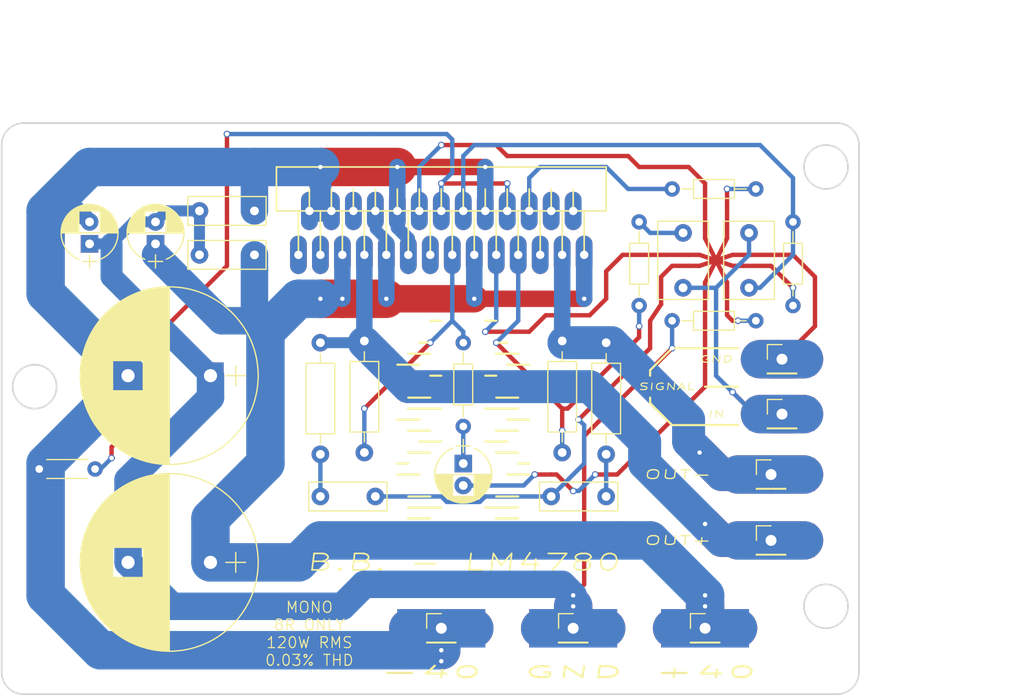
<source format=kicad_pcb>
(kicad_pcb (version 4) (host pcbnew 4.0.6)

  (general
    (links 53)
    (no_connects 0)
    (area 74.924999 67.924999 153.075001 120.075001)
    (thickness 1.6)
    (drawings 58)
    (tracks 315)
    (zones 0)
    (modules 29)
    (nets 24)
  )

  (page A4)
  (layers
    (0 F.Cu signal)
    (31 B.Cu signal)
    (32 B.Adhes user hide)
    (33 F.Adhes user hide)
    (34 B.Paste user)
    (35 F.Paste user)
    (36 B.SilkS user)
    (37 F.SilkS user hide)
    (38 B.Mask user)
    (39 F.Mask user)
    (40 Dwgs.User user)
    (41 Cmts.User user hide)
    (42 Eco1.User user hide)
    (43 Eco2.User user hide)
    (44 Edge.Cuts user)
    (45 Margin user hide)
    (46 B.CrtYd user hide)
    (47 F.CrtYd user hide)
    (48 B.Fab user hide)
    (49 F.Fab user hide)
  )

  (setup
    (last_trace_width 0.4)
    (trace_clearance 0.35)
    (zone_clearance 0.508)
    (zone_45_only no)
    (trace_min 0.4)
    (segment_width 0.2)
    (edge_width 0.15)
    (via_size 0.6)
    (via_drill 0.4)
    (via_min_size 0.4)
    (via_min_drill 0.3)
    (uvia_size 0.3)
    (uvia_drill 0.1)
    (uvias_allowed no)
    (uvia_min_size 0.3)
    (uvia_min_drill 0.1)
    (pcb_text_width 0.3)
    (pcb_text_size 1.5 1.5)
    (mod_edge_width 0.15)
    (mod_text_size 1 1)
    (mod_text_width 0.15)
    (pad_size 6 3)
    (pad_drill 1)
    (pad_to_mask_clearance 0.2)
    (aux_axis_origin 0 0)
    (visible_elements 7FFFFF7F)
    (pcbplotparams
      (layerselection 0x010fc_80000001)
      (usegerberextensions true)
      (excludeedgelayer true)
      (linewidth 0.100000)
      (plotframeref false)
      (viasonmask false)
      (mode 1)
      (useauxorigin false)
      (hpglpennumber 1)
      (hpglpenspeed 20)
      (hpglpendiameter 15)
      (hpglpenoverlay 2)
      (psnegative false)
      (psa4output false)
      (plotreference true)
      (plotvalue true)
      (plotinvisibletext false)
      (padsonsilk false)
      (subtractmaskfromsilk false)
      (outputformat 1)
      (mirror false)
      (drillshape 0)
      (scaleselection 1)
      (outputdirectory export/))
  )

  (net 0 "")
  (net 1 /AUDIO)
  (net 2 "Net-(Ci1-Pad1)")
  (net 3 GND)
  (net 4 "Net-(Ci2-Pad2)")
  (net 5 /+IN_A)
  (net 6 /V+)
  (net 7 /V-)
  (net 8 "Net-(Csn1-Pad1)")
  (net 9 "Net-(Csn2-Pad1)")
  (net 10 /OUT_A)
  (net 11 /OUT_B)
  (net 12 /+IN_B)
  (net 13 /-IN_A)
  (net 14 /-IN_B)
  (net 15 "Net-(U1-Pad1)")
  (net 16 "Net-(U1-Pad3)")
  (net 17 "Net-(U1-Pad6)")
  (net 18 "Net-(U1-Pad13)")
  (net 19 "Net-(U1-Pad23)")
  (net 20 "Net-(U1-Pad24)")
  (net 21 "Net-(U1-Pad26)")
  (net 22 /MUTE)
  (net 23 GNDA)

  (net_class Default "Ceci est la Netclass par défaut"
    (clearance 0.35)
    (trace_width 0.4)
    (via_dia 0.6)
    (via_drill 0.4)
    (uvia_dia 0.3)
    (uvia_drill 0.1)
    (add_net /+IN_A)
    (add_net /+IN_B)
    (add_net /-IN_A)
    (add_net /-IN_B)
    (add_net /AUDIO)
    (add_net /MUTE)
    (add_net GNDA)
    (add_net "Net-(Ci1-Pad1)")
    (add_net "Net-(Ci2-Pad2)")
    (add_net "Net-(Csn1-Pad1)")
    (add_net "Net-(Csn2-Pad1)")
    (add_net "Net-(U1-Pad1)")
    (add_net "Net-(U1-Pad13)")
    (add_net "Net-(U1-Pad23)")
    (add_net "Net-(U1-Pad24)")
    (add_net "Net-(U1-Pad26)")
    (add_net "Net-(U1-Pad3)")
    (add_net "Net-(U1-Pad6)")
  )

  (net_class Power ""
    (clearance 0.35)
    (trace_width 3.5)
    (via_dia 0.6)
    (via_drill 0.4)
    (uvia_dia 0.3)
    (uvia_drill 0.1)
    (add_net /OUT_A)
    (add_net /OUT_B)
    (add_net /V+)
    (add_net /V-)
    (add_net GND)
  )

  (module Pin_Headers:Pin_Header_Straight_1x01_Pitch2.54mm (layer F.Cu) (tedit 5963F4FF) (tstamp 595AC1D1)
    (at 146 94.5)
    (descr "Through hole straight pin header, 1x01, 2.54mm pitch, single row")
    (tags "Through hole pin header THT 1x01 2.54mm single row")
    (path /595A1957)
    (fp_text reference IN (at -6 0) (layer F.SilkS)
      (effects (font (size 0.6 1) (thickness 0.1) italic))
    )
    (fp_text value CONN_01X01 (at 0 2.33) (layer F.Fab) hide
      (effects (font (size 1 1) (thickness 0.15)))
    )
    (fp_line (start -1.27 -1.27) (end -1.27 1.27) (layer F.Fab) (width 0.1))
    (fp_line (start -1.27 1.27) (end 1.27 1.27) (layer F.Fab) (width 0.1))
    (fp_line (start 1.27 1.27) (end 1.27 -1.27) (layer F.Fab) (width 0.1))
    (fp_line (start 1.27 -1.27) (end -1.27 -1.27) (layer F.Fab) (width 0.1))
    (fp_line (start -1.33 1.27) (end -1.33 1.33) (layer F.SilkS) (width 0.12))
    (fp_line (start -1.33 1.33) (end 1.33 1.33) (layer F.SilkS) (width 0.12))
    (fp_line (start 1.33 1.33) (end 1.33 1.27) (layer F.SilkS) (width 0.12))
    (fp_line (start 1.33 1.27) (end -1.33 1.27) (layer F.SilkS) (width 0.12))
    (fp_line (start -1.33 0) (end -1.33 -1.33) (layer F.SilkS) (width 0.12))
    (fp_line (start -1.33 -1.33) (end 0 -1.33) (layer F.SilkS) (width 0.12))
    (fp_line (start -1.8 -1.8) (end -1.8 1.8) (layer F.CrtYd) (width 0.05))
    (fp_line (start -1.8 1.8) (end 1.8 1.8) (layer F.CrtYd) (width 0.05))
    (fp_line (start 1.8 1.8) (end 1.8 -1.8) (layer F.CrtYd) (width 0.05))
    (fp_line (start 1.8 -1.8) (end -1.8 -1.8) (layer F.CrtYd) (width 0.05))
    (fp_text user %R (at 0 -3) (layer F.Fab)
      (effects (font (size 1 1) (thickness 0.15)))
    )
    (pad 1 thru_hole rect (at 0 0) (size 6 3) (drill 1) (layers *.Cu *.Mask)
      (net 1 /AUDIO))
    (model ${KISYS3DMOD}/Pin_Headers.3dshapes/Pin_Header_Straight_1x01_Pitch2.54mm.wrl
      (at (xyz 0 0 0))
      (scale (xyz 0 0 0))
      (rotate (xyz 0 0 90))
    )
  )

  (module Capacitors_ThroughHole:CP_Radial_D5.0mm_P2.00mm (layer F.Cu) (tedit 595FCD58) (tstamp 595AC1D7)
    (at 117 99 270)
    (descr "CP, Radial series, Radial, pin pitch=2.00mm, , diameter=5mm, Electrolytic Capacitor")
    (tags "CP Radial series Radial pin pitch 2.00mm  diameter 5mm Electrolytic Capacitor")
    (path /59598548)
    (fp_text reference Ci1 (at 7 0 360) (layer F.SilkS) hide
      (effects (font (size 1 1) (thickness 0.15)))
    )
    (fp_text value 4.7µF (at 5 0 360) (layer F.Fab)
      (effects (font (size 1 1) (thickness 0.15)))
    )
    (fp_text user %R (at 7 0 360) (layer F.Fab) hide
      (effects (font (size 1 1) (thickness 0.15)))
    )
    (fp_line (start -2.2 0) (end -1 0) (layer F.Fab) (width 0.1))
    (fp_line (start -1.6 -0.65) (end -1.6 0.65) (layer F.Fab) (width 0.1))
    (fp_line (start 1 -2.55) (end 1 2.55) (layer F.SilkS) (width 0.12))
    (fp_line (start 1.04 -2.55) (end 1.04 -0.98) (layer F.SilkS) (width 0.12))
    (fp_line (start 1.04 0.98) (end 1.04 2.55) (layer F.SilkS) (width 0.12))
    (fp_line (start 1.08 -2.549) (end 1.08 -0.98) (layer F.SilkS) (width 0.12))
    (fp_line (start 1.08 0.98) (end 1.08 2.549) (layer F.SilkS) (width 0.12))
    (fp_line (start 1.12 -2.548) (end 1.12 -0.98) (layer F.SilkS) (width 0.12))
    (fp_line (start 1.12 0.98) (end 1.12 2.548) (layer F.SilkS) (width 0.12))
    (fp_line (start 1.16 -2.546) (end 1.16 -0.98) (layer F.SilkS) (width 0.12))
    (fp_line (start 1.16 0.98) (end 1.16 2.546) (layer F.SilkS) (width 0.12))
    (fp_line (start 1.2 -2.543) (end 1.2 -0.98) (layer F.SilkS) (width 0.12))
    (fp_line (start 1.2 0.98) (end 1.2 2.543) (layer F.SilkS) (width 0.12))
    (fp_line (start 1.24 -2.539) (end 1.24 -0.98) (layer F.SilkS) (width 0.12))
    (fp_line (start 1.24 0.98) (end 1.24 2.539) (layer F.SilkS) (width 0.12))
    (fp_line (start 1.28 -2.535) (end 1.28 -0.98) (layer F.SilkS) (width 0.12))
    (fp_line (start 1.28 0.98) (end 1.28 2.535) (layer F.SilkS) (width 0.12))
    (fp_line (start 1.32 -2.531) (end 1.32 -0.98) (layer F.SilkS) (width 0.12))
    (fp_line (start 1.32 0.98) (end 1.32 2.531) (layer F.SilkS) (width 0.12))
    (fp_line (start 1.36 -2.525) (end 1.36 -0.98) (layer F.SilkS) (width 0.12))
    (fp_line (start 1.36 0.98) (end 1.36 2.525) (layer F.SilkS) (width 0.12))
    (fp_line (start 1.4 -2.519) (end 1.4 -0.98) (layer F.SilkS) (width 0.12))
    (fp_line (start 1.4 0.98) (end 1.4 2.519) (layer F.SilkS) (width 0.12))
    (fp_line (start 1.44 -2.513) (end 1.44 -0.98) (layer F.SilkS) (width 0.12))
    (fp_line (start 1.44 0.98) (end 1.44 2.513) (layer F.SilkS) (width 0.12))
    (fp_line (start 1.48 -2.506) (end 1.48 -0.98) (layer F.SilkS) (width 0.12))
    (fp_line (start 1.48 0.98) (end 1.48 2.506) (layer F.SilkS) (width 0.12))
    (fp_line (start 1.52 -2.498) (end 1.52 -0.98) (layer F.SilkS) (width 0.12))
    (fp_line (start 1.52 0.98) (end 1.52 2.498) (layer F.SilkS) (width 0.12))
    (fp_line (start 1.56 -2.489) (end 1.56 -0.98) (layer F.SilkS) (width 0.12))
    (fp_line (start 1.56 0.98) (end 1.56 2.489) (layer F.SilkS) (width 0.12))
    (fp_line (start 1.6 -2.48) (end 1.6 -0.98) (layer F.SilkS) (width 0.12))
    (fp_line (start 1.6 0.98) (end 1.6 2.48) (layer F.SilkS) (width 0.12))
    (fp_line (start 1.64 -2.47) (end 1.64 -0.98) (layer F.SilkS) (width 0.12))
    (fp_line (start 1.64 0.98) (end 1.64 2.47) (layer F.SilkS) (width 0.12))
    (fp_line (start 1.68 -2.46) (end 1.68 -0.98) (layer F.SilkS) (width 0.12))
    (fp_line (start 1.68 0.98) (end 1.68 2.46) (layer F.SilkS) (width 0.12))
    (fp_line (start 1.721 -2.448) (end 1.721 -0.98) (layer F.SilkS) (width 0.12))
    (fp_line (start 1.721 0.98) (end 1.721 2.448) (layer F.SilkS) (width 0.12))
    (fp_line (start 1.761 -2.436) (end 1.761 -0.98) (layer F.SilkS) (width 0.12))
    (fp_line (start 1.761 0.98) (end 1.761 2.436) (layer F.SilkS) (width 0.12))
    (fp_line (start 1.801 -2.424) (end 1.801 -0.98) (layer F.SilkS) (width 0.12))
    (fp_line (start 1.801 0.98) (end 1.801 2.424) (layer F.SilkS) (width 0.12))
    (fp_line (start 1.841 -2.41) (end 1.841 -0.98) (layer F.SilkS) (width 0.12))
    (fp_line (start 1.841 0.98) (end 1.841 2.41) (layer F.SilkS) (width 0.12))
    (fp_line (start 1.881 -2.396) (end 1.881 -0.98) (layer F.SilkS) (width 0.12))
    (fp_line (start 1.881 0.98) (end 1.881 2.396) (layer F.SilkS) (width 0.12))
    (fp_line (start 1.921 -2.382) (end 1.921 -0.98) (layer F.SilkS) (width 0.12))
    (fp_line (start 1.921 0.98) (end 1.921 2.382) (layer F.SilkS) (width 0.12))
    (fp_line (start 1.961 -2.366) (end 1.961 -0.98) (layer F.SilkS) (width 0.12))
    (fp_line (start 1.961 0.98) (end 1.961 2.366) (layer F.SilkS) (width 0.12))
    (fp_line (start 2.001 -2.35) (end 2.001 -0.98) (layer F.SilkS) (width 0.12))
    (fp_line (start 2.001 0.98) (end 2.001 2.35) (layer F.SilkS) (width 0.12))
    (fp_line (start 2.041 -2.333) (end 2.041 -0.98) (layer F.SilkS) (width 0.12))
    (fp_line (start 2.041 0.98) (end 2.041 2.333) (layer F.SilkS) (width 0.12))
    (fp_line (start 2.081 -2.315) (end 2.081 -0.98) (layer F.SilkS) (width 0.12))
    (fp_line (start 2.081 0.98) (end 2.081 2.315) (layer F.SilkS) (width 0.12))
    (fp_line (start 2.121 -2.296) (end 2.121 -0.98) (layer F.SilkS) (width 0.12))
    (fp_line (start 2.121 0.98) (end 2.121 2.296) (layer F.SilkS) (width 0.12))
    (fp_line (start 2.161 -2.276) (end 2.161 -0.98) (layer F.SilkS) (width 0.12))
    (fp_line (start 2.161 0.98) (end 2.161 2.276) (layer F.SilkS) (width 0.12))
    (fp_line (start 2.201 -2.256) (end 2.201 -0.98) (layer F.SilkS) (width 0.12))
    (fp_line (start 2.201 0.98) (end 2.201 2.256) (layer F.SilkS) (width 0.12))
    (fp_line (start 2.241 -2.234) (end 2.241 -0.98) (layer F.SilkS) (width 0.12))
    (fp_line (start 2.241 0.98) (end 2.241 2.234) (layer F.SilkS) (width 0.12))
    (fp_line (start 2.281 -2.212) (end 2.281 -0.98) (layer F.SilkS) (width 0.12))
    (fp_line (start 2.281 0.98) (end 2.281 2.212) (layer F.SilkS) (width 0.12))
    (fp_line (start 2.321 -2.189) (end 2.321 -0.98) (layer F.SilkS) (width 0.12))
    (fp_line (start 2.321 0.98) (end 2.321 2.189) (layer F.SilkS) (width 0.12))
    (fp_line (start 2.361 -2.165) (end 2.361 -0.98) (layer F.SilkS) (width 0.12))
    (fp_line (start 2.361 0.98) (end 2.361 2.165) (layer F.SilkS) (width 0.12))
    (fp_line (start 2.401 -2.14) (end 2.401 -0.98) (layer F.SilkS) (width 0.12))
    (fp_line (start 2.401 0.98) (end 2.401 2.14) (layer F.SilkS) (width 0.12))
    (fp_line (start 2.441 -2.113) (end 2.441 -0.98) (layer F.SilkS) (width 0.12))
    (fp_line (start 2.441 0.98) (end 2.441 2.113) (layer F.SilkS) (width 0.12))
    (fp_line (start 2.481 -2.086) (end 2.481 -0.98) (layer F.SilkS) (width 0.12))
    (fp_line (start 2.481 0.98) (end 2.481 2.086) (layer F.SilkS) (width 0.12))
    (fp_line (start 2.521 -2.058) (end 2.521 -0.98) (layer F.SilkS) (width 0.12))
    (fp_line (start 2.521 0.98) (end 2.521 2.058) (layer F.SilkS) (width 0.12))
    (fp_line (start 2.561 -2.028) (end 2.561 -0.98) (layer F.SilkS) (width 0.12))
    (fp_line (start 2.561 0.98) (end 2.561 2.028) (layer F.SilkS) (width 0.12))
    (fp_line (start 2.601 -1.997) (end 2.601 -0.98) (layer F.SilkS) (width 0.12))
    (fp_line (start 2.601 0.98) (end 2.601 1.997) (layer F.SilkS) (width 0.12))
    (fp_line (start 2.641 -1.965) (end 2.641 -0.98) (layer F.SilkS) (width 0.12))
    (fp_line (start 2.641 0.98) (end 2.641 1.965) (layer F.SilkS) (width 0.12))
    (fp_line (start 2.681 -1.932) (end 2.681 -0.98) (layer F.SilkS) (width 0.12))
    (fp_line (start 2.681 0.98) (end 2.681 1.932) (layer F.SilkS) (width 0.12))
    (fp_line (start 2.721 -1.897) (end 2.721 -0.98) (layer F.SilkS) (width 0.12))
    (fp_line (start 2.721 0.98) (end 2.721 1.897) (layer F.SilkS) (width 0.12))
    (fp_line (start 2.761 -1.861) (end 2.761 -0.98) (layer F.SilkS) (width 0.12))
    (fp_line (start 2.761 0.98) (end 2.761 1.861) (layer F.SilkS) (width 0.12))
    (fp_line (start 2.801 -1.823) (end 2.801 -0.98) (layer F.SilkS) (width 0.12))
    (fp_line (start 2.801 0.98) (end 2.801 1.823) (layer F.SilkS) (width 0.12))
    (fp_line (start 2.841 -1.783) (end 2.841 -0.98) (layer F.SilkS) (width 0.12))
    (fp_line (start 2.841 0.98) (end 2.841 1.783) (layer F.SilkS) (width 0.12))
    (fp_line (start 2.881 -1.742) (end 2.881 -0.98) (layer F.SilkS) (width 0.12))
    (fp_line (start 2.881 0.98) (end 2.881 1.742) (layer F.SilkS) (width 0.12))
    (fp_line (start 2.921 -1.699) (end 2.921 -0.98) (layer F.SilkS) (width 0.12))
    (fp_line (start 2.921 0.98) (end 2.921 1.699) (layer F.SilkS) (width 0.12))
    (fp_line (start 2.961 -1.654) (end 2.961 -0.98) (layer F.SilkS) (width 0.12))
    (fp_line (start 2.961 0.98) (end 2.961 1.654) (layer F.SilkS) (width 0.12))
    (fp_line (start 3.001 -1.606) (end 3.001 1.606) (layer F.SilkS) (width 0.12))
    (fp_line (start 3.041 -1.556) (end 3.041 1.556) (layer F.SilkS) (width 0.12))
    (fp_line (start 3.081 -1.504) (end 3.081 1.504) (layer F.SilkS) (width 0.12))
    (fp_line (start 3.121 -1.448) (end 3.121 1.448) (layer F.SilkS) (width 0.12))
    (fp_line (start 3.161 -1.39) (end 3.161 1.39) (layer F.SilkS) (width 0.12))
    (fp_line (start 3.201 -1.327) (end 3.201 1.327) (layer F.SilkS) (width 0.12))
    (fp_line (start 3.241 -1.261) (end 3.241 1.261) (layer F.SilkS) (width 0.12))
    (fp_line (start 3.281 -1.189) (end 3.281 1.189) (layer F.SilkS) (width 0.12))
    (fp_line (start 3.321 -1.112) (end 3.321 1.112) (layer F.SilkS) (width 0.12))
    (fp_line (start 3.361 -1.028) (end 3.361 1.028) (layer F.SilkS) (width 0.12))
    (fp_line (start 3.401 -0.934) (end 3.401 0.934) (layer F.SilkS) (width 0.12))
    (fp_line (start 3.441 -0.829) (end 3.441 0.829) (layer F.SilkS) (width 0.12))
    (fp_line (start 3.481 -0.707) (end 3.481 0.707) (layer F.SilkS) (width 0.12))
    (fp_line (start 3.521 -0.559) (end 3.521 0.559) (layer F.SilkS) (width 0.12))
    (fp_line (start 3.561 -0.354) (end 3.561 0.354) (layer F.SilkS) (width 0.12))
    (fp_line (start -2.2 0) (end -1 0) (layer F.SilkS) (width 0.12))
    (fp_line (start -1.6 -0.65) (end -1.6 0.65) (layer F.SilkS) (width 0.12))
    (fp_line (start -1.85 -2.85) (end -1.85 2.85) (layer F.CrtYd) (width 0.05))
    (fp_line (start -1.85 2.85) (end 3.85 2.85) (layer F.CrtYd) (width 0.05))
    (fp_line (start 3.85 2.85) (end 3.85 -2.85) (layer F.CrtYd) (width 0.05))
    (fp_line (start 3.85 -2.85) (end -1.85 -2.85) (layer F.CrtYd) (width 0.05))
    (fp_circle (center 1 0) (end 3.5 0) (layer F.Fab) (width 0.1))
    (fp_arc (start 1 0) (end -1.397436 -0.98) (angle 135.5) (layer F.SilkS) (width 0.12))
    (fp_arc (start 1 0) (end -1.397436 0.98) (angle -135.5) (layer F.SilkS) (width 0.12))
    (fp_arc (start 1 0) (end 3.397436 -0.98) (angle 44.5) (layer F.SilkS) (width 0.12))
    (pad 1 thru_hole rect (at 0 0 270) (size 1.6 1.6) (drill 0.8) (layers *.Cu *.Mask)
      (net 2 "Net-(Ci1-Pad1)"))
    (pad 2 thru_hole circle (at 2 0 270) (size 1.6 1.6) (drill 0.8) (layers *.Cu *.Mask)
      (net 23 GNDA))
    (model ${KISYS3DMOD}/Capacitors_THT.3dshapes/CP_Radial_D5.0mm_P2.00mm.wrl
      (at (xyz 0 0 0))
      (scale (xyz 0.4 0.4 0.4))
      (rotate (xyz 0 0 0))
    )
  )

  (module Capacitors_ThroughHole:C_Rect_L7.0mm_W4.5mm_P5.00mm (layer F.Cu) (tedit 595FCD6E) (tstamp 595AC1DD)
    (at 137 83 90)
    (descr "C, Rect series, Radial, pin pitch=5.00mm, , length*width=7*4.5mm^2, Capacitor")
    (tags "C Rect series Radial pin pitch 5.00mm  length 7mm width 4.5mm Capacitor")
    (path /5959BBF5)
    (fp_text reference Ci2 (at 7 0 180) (layer F.SilkS) hide
      (effects (font (size 1 1) (thickness 0.15)))
    )
    (fp_text value 4.7µF (at 2 0 180) (layer F.Fab)
      (effects (font (size 1 1) (thickness 0.15)))
    )
    (fp_text user %R (at 7 0 180) (layer F.Fab) hide
      (effects (font (size 1 1) (thickness 0.15)))
    )
    (fp_line (start -1 -2.25) (end -1 2.25) (layer F.Fab) (width 0.1))
    (fp_line (start -1 2.25) (end 6 2.25) (layer F.Fab) (width 0.1))
    (fp_line (start 6 2.25) (end 6 -2.25) (layer F.Fab) (width 0.1))
    (fp_line (start 6 -2.25) (end -1 -2.25) (layer F.Fab) (width 0.1))
    (fp_line (start -1.06 -2.31) (end 6.06 -2.31) (layer F.SilkS) (width 0.12))
    (fp_line (start -1.06 2.31) (end 6.06 2.31) (layer F.SilkS) (width 0.12))
    (fp_line (start -1.06 -2.31) (end -1.06 2.31) (layer F.SilkS) (width 0.12))
    (fp_line (start 6.06 -2.31) (end 6.06 2.31) (layer F.SilkS) (width 0.12))
    (fp_line (start -1.35 -2.6) (end -1.35 2.6) (layer F.CrtYd) (width 0.05))
    (fp_line (start -1.35 2.6) (end 6.35 2.6) (layer F.CrtYd) (width 0.05))
    (fp_line (start 6.35 2.6) (end 6.35 -2.6) (layer F.CrtYd) (width 0.05))
    (fp_line (start 6.35 -2.6) (end -1.35 -2.6) (layer F.CrtYd) (width 0.05))
    (pad 1 thru_hole circle (at 0 0 90) (size 1.6 1.6) (drill 0.8) (layers *.Cu *.Mask)
      (net 1 /AUDIO))
    (pad 2 thru_hole circle (at 5 0 90) (size 1.6 1.6) (drill 0.8) (layers *.Cu *.Mask)
      (net 4 "Net-(Ci2-Pad2)"))
    (model ${KISYS3DMOD}/Capacitors_THT.3dshapes/C_Rect_L7.0mm_W4.5mm_P5.00mm.wrl
      (at (xyz 0 0 0))
      (scale (xyz 0.4 0.4 0.25))
      (rotate (xyz 0 0 0))
    )
  )

  (module Capacitors_ThroughHole:C_Rect_L7.0mm_W4.5mm_P5.00mm (layer F.Cu) (tedit 595FCD70) (tstamp 595AC1E3)
    (at 143 78 270)
    (descr "C, Rect series, Radial, pin pitch=5.00mm, , length*width=7*4.5mm^2, Capacitor")
    (tags "C Rect series Radial pin pitch 5.00mm  length 7mm width 4.5mm Capacitor")
    (path /5959F549)
    (fp_text reference Cin1 (at -2 0 360) (layer F.SilkS) hide
      (effects (font (size 1 1) (thickness 0.15)))
    )
    (fp_text value 1µF (at 3 0 360) (layer F.Fab)
      (effects (font (size 1 1) (thickness 0.15)))
    )
    (fp_text user %R (at -2 0 360) (layer F.Fab) hide
      (effects (font (size 1 1) (thickness 0.15)))
    )
    (fp_line (start -1 -2.25) (end -1 2.25) (layer F.Fab) (width 0.1))
    (fp_line (start -1 2.25) (end 6 2.25) (layer F.Fab) (width 0.1))
    (fp_line (start 6 2.25) (end 6 -2.25) (layer F.Fab) (width 0.1))
    (fp_line (start 6 -2.25) (end -1 -2.25) (layer F.Fab) (width 0.1))
    (fp_line (start -1.06 -2.31) (end 6.06 -2.31) (layer F.SilkS) (width 0.12))
    (fp_line (start -1.06 2.31) (end 6.06 2.31) (layer F.SilkS) (width 0.12))
    (fp_line (start -1.06 -2.31) (end -1.06 2.31) (layer F.SilkS) (width 0.12))
    (fp_line (start 6.06 -2.31) (end 6.06 2.31) (layer F.SilkS) (width 0.12))
    (fp_line (start -1.35 -2.6) (end -1.35 2.6) (layer F.CrtYd) (width 0.05))
    (fp_line (start -1.35 2.6) (end 6.35 2.6) (layer F.CrtYd) (width 0.05))
    (fp_line (start 6.35 2.6) (end 6.35 -2.6) (layer F.CrtYd) (width 0.05))
    (fp_line (start 6.35 -2.6) (end -1.35 -2.6) (layer F.CrtYd) (width 0.05))
    (pad 1 thru_hole circle (at 0 0 270) (size 1.6 1.6) (drill 0.8) (layers *.Cu *.Mask)
      (net 1 /AUDIO))
    (pad 2 thru_hole circle (at 5 0 270) (size 1.6 1.6) (drill 0.8) (layers *.Cu *.Mask)
      (net 5 /+IN_A))
    (model ${KISYS3DMOD}/Capacitors_THT.3dshapes/C_Rect_L7.0mm_W4.5mm_P5.00mm.wrl
      (at (xyz 0 0 0))
      (scale (xyz 0.4 0.4 0.25))
      (rotate (xyz 0 0 0))
    )
  )

  (module Capacitors_ThroughHole:C_Rect_L7.0mm_W2.5mm_P5.00mm (layer F.Cu) (tedit 595FCD38) (tstamp 595AC1E9)
    (at 98 80 180)
    (descr "C, Rect series, Radial, pin pitch=5.00mm, , length*width=7*2.5mm^2, Capacitor")
    (tags "C Rect series Radial pin pitch 5.00mm  length 7mm width 2.5mm Capacitor")
    (path /595972E4)
    (fp_text reference Cs1 (at 2 -2 180) (layer F.SilkS) hide
      (effects (font (size 1 1) (thickness 0.15)))
    )
    (fp_text value 0.1µF (at 2 0 180) (layer F.Fab)
      (effects (font (size 1 1) (thickness 0.15)))
    )
    (fp_text user %R (at 2 -2 180) (layer F.Fab) hide
      (effects (font (size 1 1) (thickness 0.15)))
    )
    (fp_line (start -1 -1.25) (end -1 1.25) (layer F.Fab) (width 0.1))
    (fp_line (start -1 1.25) (end 6 1.25) (layer F.Fab) (width 0.1))
    (fp_line (start 6 1.25) (end 6 -1.25) (layer F.Fab) (width 0.1))
    (fp_line (start 6 -1.25) (end -1 -1.25) (layer F.Fab) (width 0.1))
    (fp_line (start -1.06 -1.31) (end 6.06 -1.31) (layer F.SilkS) (width 0.12))
    (fp_line (start -1.06 1.31) (end 6.06 1.31) (layer F.SilkS) (width 0.12))
    (fp_line (start -1.06 -1.31) (end -1.06 1.31) (layer F.SilkS) (width 0.12))
    (fp_line (start 6.06 -1.31) (end 6.06 1.31) (layer F.SilkS) (width 0.12))
    (fp_line (start -1.35 -1.6) (end -1.35 1.6) (layer F.CrtYd) (width 0.05))
    (fp_line (start -1.35 1.6) (end 6.35 1.6) (layer F.CrtYd) (width 0.05))
    (fp_line (start 6.35 1.6) (end 6.35 -1.6) (layer F.CrtYd) (width 0.05))
    (fp_line (start 6.35 -1.6) (end -1.35 -1.6) (layer F.CrtYd) (width 0.05))
    (pad 1 thru_hole circle (at 0 0 180) (size 1.6 1.6) (drill 0.8) (layers *.Cu *.Mask)
      (net 6 /V+))
    (pad 2 thru_hole circle (at 5 0 180) (size 1.6 1.6) (drill 0.8) (layers *.Cu *.Mask)
      (net 3 GND))
    (model ${KISYS3DMOD}/Capacitors_THT.3dshapes/C_Rect_L7.0mm_W2.5mm_P5.00mm.wrl
      (at (xyz 0 0 0))
      (scale (xyz 0.4 0.4 0.25))
      (rotate (xyz 0 0 0))
    )
  )

  (module Capacitors_ThroughHole:C_Rect_L7.0mm_W2.5mm_P5.00mm (layer F.Cu) (tedit 595FCD3B) (tstamp 595AC1EF)
    (at 98 76 180)
    (descr "C, Rect series, Radial, pin pitch=5.00mm, , length*width=7*2.5mm^2, Capacitor")
    (tags "C Rect series Radial pin pitch 5.00mm  length 7mm width 2.5mm Capacitor")
    (path /595978E8)
    (fp_text reference Cs2 (at 2 2 180) (layer F.SilkS) hide
      (effects (font (size 1 1) (thickness 0.15)))
    )
    (fp_text value 0.1µF (at 2 0 180) (layer F.Fab)
      (effects (font (size 1 1) (thickness 0.15)))
    )
    (fp_text user %R (at 2 2 180) (layer F.Fab) hide
      (effects (font (size 1 1) (thickness 0.15)))
    )
    (fp_line (start -1 -1.25) (end -1 1.25) (layer F.Fab) (width 0.1))
    (fp_line (start -1 1.25) (end 6 1.25) (layer F.Fab) (width 0.1))
    (fp_line (start 6 1.25) (end 6 -1.25) (layer F.Fab) (width 0.1))
    (fp_line (start 6 -1.25) (end -1 -1.25) (layer F.Fab) (width 0.1))
    (fp_line (start -1.06 -1.31) (end 6.06 -1.31) (layer F.SilkS) (width 0.12))
    (fp_line (start -1.06 1.31) (end 6.06 1.31) (layer F.SilkS) (width 0.12))
    (fp_line (start -1.06 -1.31) (end -1.06 1.31) (layer F.SilkS) (width 0.12))
    (fp_line (start 6.06 -1.31) (end 6.06 1.31) (layer F.SilkS) (width 0.12))
    (fp_line (start -1.35 -1.6) (end -1.35 1.6) (layer F.CrtYd) (width 0.05))
    (fp_line (start -1.35 1.6) (end 6.35 1.6) (layer F.CrtYd) (width 0.05))
    (fp_line (start 6.35 1.6) (end 6.35 -1.6) (layer F.CrtYd) (width 0.05))
    (fp_line (start 6.35 -1.6) (end -1.35 -1.6) (layer F.CrtYd) (width 0.05))
    (pad 1 thru_hole circle (at 0 0 180) (size 1.6 1.6) (drill 0.8) (layers *.Cu *.Mask)
      (net 7 /V-))
    (pad 2 thru_hole circle (at 5 0 180) (size 1.6 1.6) (drill 0.8) (layers *.Cu *.Mask)
      (net 3 GND))
    (model ${KISYS3DMOD}/Capacitors_THT.3dshapes/C_Rect_L7.0mm_W2.5mm_P5.00mm.wrl
      (at (xyz 0 0 0))
      (scale (xyz 0.4 0.4 0.25))
      (rotate (xyz 0 0 0))
    )
  )

  (module Capacitors_ThroughHole:CP_Radial_D5.0mm_P2.00mm (layer F.Cu) (tedit 595FCD35) (tstamp 595AC1F5)
    (at 89 79 90)
    (descr "CP, Radial series, Radial, pin pitch=2.00mm, , diameter=5mm, Electrolytic Capacitor")
    (tags "CP Radial series Radial pin pitch 2.00mm  diameter 5mm Electrolytic Capacitor")
    (path /5959730F)
    (fp_text reference Cs3 (at -3 0 180) (layer F.SilkS) hide
      (effects (font (size 1 1) (thickness 0.15)))
    )
    (fp_text value 10µF (at 5 0 180) (layer F.Fab)
      (effects (font (size 1 1) (thickness 0.15)))
    )
    (fp_text user %R (at -3 0 180) (layer F.Fab) hide
      (effects (font (size 1 1) (thickness 0.15)))
    )
    (fp_line (start -2.2 0) (end -1 0) (layer F.Fab) (width 0.1))
    (fp_line (start -1.6 -0.65) (end -1.6 0.65) (layer F.Fab) (width 0.1))
    (fp_line (start 1 -2.55) (end 1 2.55) (layer F.SilkS) (width 0.12))
    (fp_line (start 1.04 -2.55) (end 1.04 -0.98) (layer F.SilkS) (width 0.12))
    (fp_line (start 1.04 0.98) (end 1.04 2.55) (layer F.SilkS) (width 0.12))
    (fp_line (start 1.08 -2.549) (end 1.08 -0.98) (layer F.SilkS) (width 0.12))
    (fp_line (start 1.08 0.98) (end 1.08 2.549) (layer F.SilkS) (width 0.12))
    (fp_line (start 1.12 -2.548) (end 1.12 -0.98) (layer F.SilkS) (width 0.12))
    (fp_line (start 1.12 0.98) (end 1.12 2.548) (layer F.SilkS) (width 0.12))
    (fp_line (start 1.16 -2.546) (end 1.16 -0.98) (layer F.SilkS) (width 0.12))
    (fp_line (start 1.16 0.98) (end 1.16 2.546) (layer F.SilkS) (width 0.12))
    (fp_line (start 1.2 -2.543) (end 1.2 -0.98) (layer F.SilkS) (width 0.12))
    (fp_line (start 1.2 0.98) (end 1.2 2.543) (layer F.SilkS) (width 0.12))
    (fp_line (start 1.24 -2.539) (end 1.24 -0.98) (layer F.SilkS) (width 0.12))
    (fp_line (start 1.24 0.98) (end 1.24 2.539) (layer F.SilkS) (width 0.12))
    (fp_line (start 1.28 -2.535) (end 1.28 -0.98) (layer F.SilkS) (width 0.12))
    (fp_line (start 1.28 0.98) (end 1.28 2.535) (layer F.SilkS) (width 0.12))
    (fp_line (start 1.32 -2.531) (end 1.32 -0.98) (layer F.SilkS) (width 0.12))
    (fp_line (start 1.32 0.98) (end 1.32 2.531) (layer F.SilkS) (width 0.12))
    (fp_line (start 1.36 -2.525) (end 1.36 -0.98) (layer F.SilkS) (width 0.12))
    (fp_line (start 1.36 0.98) (end 1.36 2.525) (layer F.SilkS) (width 0.12))
    (fp_line (start 1.4 -2.519) (end 1.4 -0.98) (layer F.SilkS) (width 0.12))
    (fp_line (start 1.4 0.98) (end 1.4 2.519) (layer F.SilkS) (width 0.12))
    (fp_line (start 1.44 -2.513) (end 1.44 -0.98) (layer F.SilkS) (width 0.12))
    (fp_line (start 1.44 0.98) (end 1.44 2.513) (layer F.SilkS) (width 0.12))
    (fp_line (start 1.48 -2.506) (end 1.48 -0.98) (layer F.SilkS) (width 0.12))
    (fp_line (start 1.48 0.98) (end 1.48 2.506) (layer F.SilkS) (width 0.12))
    (fp_line (start 1.52 -2.498) (end 1.52 -0.98) (layer F.SilkS) (width 0.12))
    (fp_line (start 1.52 0.98) (end 1.52 2.498) (layer F.SilkS) (width 0.12))
    (fp_line (start 1.56 -2.489) (end 1.56 -0.98) (layer F.SilkS) (width 0.12))
    (fp_line (start 1.56 0.98) (end 1.56 2.489) (layer F.SilkS) (width 0.12))
    (fp_line (start 1.6 -2.48) (end 1.6 -0.98) (layer F.SilkS) (width 0.12))
    (fp_line (start 1.6 0.98) (end 1.6 2.48) (layer F.SilkS) (width 0.12))
    (fp_line (start 1.64 -2.47) (end 1.64 -0.98) (layer F.SilkS) (width 0.12))
    (fp_line (start 1.64 0.98) (end 1.64 2.47) (layer F.SilkS) (width 0.12))
    (fp_line (start 1.68 -2.46) (end 1.68 -0.98) (layer F.SilkS) (width 0.12))
    (fp_line (start 1.68 0.98) (end 1.68 2.46) (layer F.SilkS) (width 0.12))
    (fp_line (start 1.721 -2.448) (end 1.721 -0.98) (layer F.SilkS) (width 0.12))
    (fp_line (start 1.721 0.98) (end 1.721 2.448) (layer F.SilkS) (width 0.12))
    (fp_line (start 1.761 -2.436) (end 1.761 -0.98) (layer F.SilkS) (width 0.12))
    (fp_line (start 1.761 0.98) (end 1.761 2.436) (layer F.SilkS) (width 0.12))
    (fp_line (start 1.801 -2.424) (end 1.801 -0.98) (layer F.SilkS) (width 0.12))
    (fp_line (start 1.801 0.98) (end 1.801 2.424) (layer F.SilkS) (width 0.12))
    (fp_line (start 1.841 -2.41) (end 1.841 -0.98) (layer F.SilkS) (width 0.12))
    (fp_line (start 1.841 0.98) (end 1.841 2.41) (layer F.SilkS) (width 0.12))
    (fp_line (start 1.881 -2.396) (end 1.881 -0.98) (layer F.SilkS) (width 0.12))
    (fp_line (start 1.881 0.98) (end 1.881 2.396) (layer F.SilkS) (width 0.12))
    (fp_line (start 1.921 -2.382) (end 1.921 -0.98) (layer F.SilkS) (width 0.12))
    (fp_line (start 1.921 0.98) (end 1.921 2.382) (layer F.SilkS) (width 0.12))
    (fp_line (start 1.961 -2.366) (end 1.961 -0.98) (layer F.SilkS) (width 0.12))
    (fp_line (start 1.961 0.98) (end 1.961 2.366) (layer F.SilkS) (width 0.12))
    (fp_line (start 2.001 -2.35) (end 2.001 -0.98) (layer F.SilkS) (width 0.12))
    (fp_line (start 2.001 0.98) (end 2.001 2.35) (layer F.SilkS) (width 0.12))
    (fp_line (start 2.041 -2.333) (end 2.041 -0.98) (layer F.SilkS) (width 0.12))
    (fp_line (start 2.041 0.98) (end 2.041 2.333) (layer F.SilkS) (width 0.12))
    (fp_line (start 2.081 -2.315) (end 2.081 -0.98) (layer F.SilkS) (width 0.12))
    (fp_line (start 2.081 0.98) (end 2.081 2.315) (layer F.SilkS) (width 0.12))
    (fp_line (start 2.121 -2.296) (end 2.121 -0.98) (layer F.SilkS) (width 0.12))
    (fp_line (start 2.121 0.98) (end 2.121 2.296) (layer F.SilkS) (width 0.12))
    (fp_line (start 2.161 -2.276) (end 2.161 -0.98) (layer F.SilkS) (width 0.12))
    (fp_line (start 2.161 0.98) (end 2.161 2.276) (layer F.SilkS) (width 0.12))
    (fp_line (start 2.201 -2.256) (end 2.201 -0.98) (layer F.SilkS) (width 0.12))
    (fp_line (start 2.201 0.98) (end 2.201 2.256) (layer F.SilkS) (width 0.12))
    (fp_line (start 2.241 -2.234) (end 2.241 -0.98) (layer F.SilkS) (width 0.12))
    (fp_line (start 2.241 0.98) (end 2.241 2.234) (layer F.SilkS) (width 0.12))
    (fp_line (start 2.281 -2.212) (end 2.281 -0.98) (layer F.SilkS) (width 0.12))
    (fp_line (start 2.281 0.98) (end 2.281 2.212) (layer F.SilkS) (width 0.12))
    (fp_line (start 2.321 -2.189) (end 2.321 -0.98) (layer F.SilkS) (width 0.12))
    (fp_line (start 2.321 0.98) (end 2.321 2.189) (layer F.SilkS) (width 0.12))
    (fp_line (start 2.361 -2.165) (end 2.361 -0.98) (layer F.SilkS) (width 0.12))
    (fp_line (start 2.361 0.98) (end 2.361 2.165) (layer F.SilkS) (width 0.12))
    (fp_line (start 2.401 -2.14) (end 2.401 -0.98) (layer F.SilkS) (width 0.12))
    (fp_line (start 2.401 0.98) (end 2.401 2.14) (layer F.SilkS) (width 0.12))
    (fp_line (start 2.441 -2.113) (end 2.441 -0.98) (layer F.SilkS) (width 0.12))
    (fp_line (start 2.441 0.98) (end 2.441 2.113) (layer F.SilkS) (width 0.12))
    (fp_line (start 2.481 -2.086) (end 2.481 -0.98) (layer F.SilkS) (width 0.12))
    (fp_line (start 2.481 0.98) (end 2.481 2.086) (layer F.SilkS) (width 0.12))
    (fp_line (start 2.521 -2.058) (end 2.521 -0.98) (layer F.SilkS) (width 0.12))
    (fp_line (start 2.521 0.98) (end 2.521 2.058) (layer F.SilkS) (width 0.12))
    (fp_line (start 2.561 -2.028) (end 2.561 -0.98) (layer F.SilkS) (width 0.12))
    (fp_line (start 2.561 0.98) (end 2.561 2.028) (layer F.SilkS) (width 0.12))
    (fp_line (start 2.601 -1.997) (end 2.601 -0.98) (layer F.SilkS) (width 0.12))
    (fp_line (start 2.601 0.98) (end 2.601 1.997) (layer F.SilkS) (width 0.12))
    (fp_line (start 2.641 -1.965) (end 2.641 -0.98) (layer F.SilkS) (width 0.12))
    (fp_line (start 2.641 0.98) (end 2.641 1.965) (layer F.SilkS) (width 0.12))
    (fp_line (start 2.681 -1.932) (end 2.681 -0.98) (layer F.SilkS) (width 0.12))
    (fp_line (start 2.681 0.98) (end 2.681 1.932) (layer F.SilkS) (width 0.12))
    (fp_line (start 2.721 -1.897) (end 2.721 -0.98) (layer F.SilkS) (width 0.12))
    (fp_line (start 2.721 0.98) (end 2.721 1.897) (layer F.SilkS) (width 0.12))
    (fp_line (start 2.761 -1.861) (end 2.761 -0.98) (layer F.SilkS) (width 0.12))
    (fp_line (start 2.761 0.98) (end 2.761 1.861) (layer F.SilkS) (width 0.12))
    (fp_line (start 2.801 -1.823) (end 2.801 -0.98) (layer F.SilkS) (width 0.12))
    (fp_line (start 2.801 0.98) (end 2.801 1.823) (layer F.SilkS) (width 0.12))
    (fp_line (start 2.841 -1.783) (end 2.841 -0.98) (layer F.SilkS) (width 0.12))
    (fp_line (start 2.841 0.98) (end 2.841 1.783) (layer F.SilkS) (width 0.12))
    (fp_line (start 2.881 -1.742) (end 2.881 -0.98) (layer F.SilkS) (width 0.12))
    (fp_line (start 2.881 0.98) (end 2.881 1.742) (layer F.SilkS) (width 0.12))
    (fp_line (start 2.921 -1.699) (end 2.921 -0.98) (layer F.SilkS) (width 0.12))
    (fp_line (start 2.921 0.98) (end 2.921 1.699) (layer F.SilkS) (width 0.12))
    (fp_line (start 2.961 -1.654) (end 2.961 -0.98) (layer F.SilkS) (width 0.12))
    (fp_line (start 2.961 0.98) (end 2.961 1.654) (layer F.SilkS) (width 0.12))
    (fp_line (start 3.001 -1.606) (end 3.001 1.606) (layer F.SilkS) (width 0.12))
    (fp_line (start 3.041 -1.556) (end 3.041 1.556) (layer F.SilkS) (width 0.12))
    (fp_line (start 3.081 -1.504) (end 3.081 1.504) (layer F.SilkS) (width 0.12))
    (fp_line (start 3.121 -1.448) (end 3.121 1.448) (layer F.SilkS) (width 0.12))
    (fp_line (start 3.161 -1.39) (end 3.161 1.39) (layer F.SilkS) (width 0.12))
    (fp_line (start 3.201 -1.327) (end 3.201 1.327) (layer F.SilkS) (width 0.12))
    (fp_line (start 3.241 -1.261) (end 3.241 1.261) (layer F.SilkS) (width 0.12))
    (fp_line (start 3.281 -1.189) (end 3.281 1.189) (layer F.SilkS) (width 0.12))
    (fp_line (start 3.321 -1.112) (end 3.321 1.112) (layer F.SilkS) (width 0.12))
    (fp_line (start 3.361 -1.028) (end 3.361 1.028) (layer F.SilkS) (width 0.12))
    (fp_line (start 3.401 -0.934) (end 3.401 0.934) (layer F.SilkS) (width 0.12))
    (fp_line (start 3.441 -0.829) (end 3.441 0.829) (layer F.SilkS) (width 0.12))
    (fp_line (start 3.481 -0.707) (end 3.481 0.707) (layer F.SilkS) (width 0.12))
    (fp_line (start 3.521 -0.559) (end 3.521 0.559) (layer F.SilkS) (width 0.12))
    (fp_line (start 3.561 -0.354) (end 3.561 0.354) (layer F.SilkS) (width 0.12))
    (fp_line (start -2.2 0) (end -1 0) (layer F.SilkS) (width 0.12))
    (fp_line (start -1.6 -0.65) (end -1.6 0.65) (layer F.SilkS) (width 0.12))
    (fp_line (start -1.85 -2.85) (end -1.85 2.85) (layer F.CrtYd) (width 0.05))
    (fp_line (start -1.85 2.85) (end 3.85 2.85) (layer F.CrtYd) (width 0.05))
    (fp_line (start 3.85 2.85) (end 3.85 -2.85) (layer F.CrtYd) (width 0.05))
    (fp_line (start 3.85 -2.85) (end -1.85 -2.85) (layer F.CrtYd) (width 0.05))
    (fp_circle (center 1 0) (end 3.5 0) (layer F.Fab) (width 0.1))
    (fp_arc (start 1 0) (end -1.397436 -0.98) (angle 135.5) (layer F.SilkS) (width 0.12))
    (fp_arc (start 1 0) (end -1.397436 0.98) (angle -135.5) (layer F.SilkS) (width 0.12))
    (fp_arc (start 1 0) (end 3.397436 -0.98) (angle 44.5) (layer F.SilkS) (width 0.12))
    (pad 1 thru_hole rect (at 0 0 90) (size 1.6 1.6) (drill 0.8) (layers *.Cu *.Mask)
      (net 6 /V+))
    (pad 2 thru_hole circle (at 2 0 90) (size 1.6 1.6) (drill 0.8) (layers *.Cu *.Mask)
      (net 3 GND))
    (model ${KISYS3DMOD}/Capacitors_THT.3dshapes/CP_Radial_D5.0mm_P2.00mm.wrl
      (at (xyz 0 0 0))
      (scale (xyz 0.4 0.4 0.5))
      (rotate (xyz 0 0 0))
    )
  )

  (module Capacitors_ThroughHole:CP_Radial_D16.0mm_P7.50mm (layer F.Cu) (tedit 595FCD7E) (tstamp 595AC201)
    (at 94 108 180)
    (descr "CP, Radial series, Radial, pin pitch=7.50mm, , diameter=16mm, Electrolytic Capacitor")
    (tags "CP Radial series Radial pin pitch 7.50mm  diameter 16mm Electrolytic Capacitor")
    (path /5959733B)
    (fp_text reference Cs5 (at 0 -3 180) (layer F.SilkS) hide
      (effects (font (size 1 1) (thickness 0.15)))
    )
    (fp_text value 1000µF (at 0 3 180) (layer F.Fab)
      (effects (font (size 1 1) (thickness 0.15)))
    )
    (fp_text user %R (at 0 -3 180) (layer F.Fab) hide
      (effects (font (size 1 1) (thickness 0.15)))
    )
    (fp_line (start -3.2 0) (end -1.4 0) (layer F.Fab) (width 0.1))
    (fp_line (start -2.3 -0.9) (end -2.3 0.9) (layer F.Fab) (width 0.1))
    (fp_line (start 3.75 -8.051) (end 3.75 8.051) (layer F.SilkS) (width 0.12))
    (fp_line (start 3.79 -8.05) (end 3.79 8.05) (layer F.SilkS) (width 0.12))
    (fp_line (start 3.83 -8.05) (end 3.83 8.05) (layer F.SilkS) (width 0.12))
    (fp_line (start 3.87 -8.05) (end 3.87 8.05) (layer F.SilkS) (width 0.12))
    (fp_line (start 3.91 -8.049) (end 3.91 8.049) (layer F.SilkS) (width 0.12))
    (fp_line (start 3.95 -8.048) (end 3.95 8.048) (layer F.SilkS) (width 0.12))
    (fp_line (start 3.99 -8.047) (end 3.99 8.047) (layer F.SilkS) (width 0.12))
    (fp_line (start 4.03 -8.046) (end 4.03 8.046) (layer F.SilkS) (width 0.12))
    (fp_line (start 4.07 -8.044) (end 4.07 8.044) (layer F.SilkS) (width 0.12))
    (fp_line (start 4.11 -8.042) (end 4.11 8.042) (layer F.SilkS) (width 0.12))
    (fp_line (start 4.15 -8.041) (end 4.15 8.041) (layer F.SilkS) (width 0.12))
    (fp_line (start 4.19 -8.039) (end 4.19 8.039) (layer F.SilkS) (width 0.12))
    (fp_line (start 4.23 -8.036) (end 4.23 8.036) (layer F.SilkS) (width 0.12))
    (fp_line (start 4.27 -8.034) (end 4.27 8.034) (layer F.SilkS) (width 0.12))
    (fp_line (start 4.31 -8.031) (end 4.31 8.031) (layer F.SilkS) (width 0.12))
    (fp_line (start 4.35 -8.028) (end 4.35 8.028) (layer F.SilkS) (width 0.12))
    (fp_line (start 4.39 -8.025) (end 4.39 8.025) (layer F.SilkS) (width 0.12))
    (fp_line (start 4.43 -8.022) (end 4.43 8.022) (layer F.SilkS) (width 0.12))
    (fp_line (start 4.471 -8.018) (end 4.471 8.018) (layer F.SilkS) (width 0.12))
    (fp_line (start 4.511 -8.015) (end 4.511 8.015) (layer F.SilkS) (width 0.12))
    (fp_line (start 4.551 -8.011) (end 4.551 8.011) (layer F.SilkS) (width 0.12))
    (fp_line (start 4.591 -8.007) (end 4.591 8.007) (layer F.SilkS) (width 0.12))
    (fp_line (start 4.631 -8.002) (end 4.631 8.002) (layer F.SilkS) (width 0.12))
    (fp_line (start 4.671 -7.998) (end 4.671 7.998) (layer F.SilkS) (width 0.12))
    (fp_line (start 4.711 -7.993) (end 4.711 7.993) (layer F.SilkS) (width 0.12))
    (fp_line (start 4.751 -7.988) (end 4.751 7.988) (layer F.SilkS) (width 0.12))
    (fp_line (start 4.791 -7.983) (end 4.791 7.983) (layer F.SilkS) (width 0.12))
    (fp_line (start 4.831 -7.978) (end 4.831 7.978) (layer F.SilkS) (width 0.12))
    (fp_line (start 4.871 -7.973) (end 4.871 7.973) (layer F.SilkS) (width 0.12))
    (fp_line (start 4.911 -7.967) (end 4.911 7.967) (layer F.SilkS) (width 0.12))
    (fp_line (start 4.951 -7.961) (end 4.951 7.961) (layer F.SilkS) (width 0.12))
    (fp_line (start 4.991 -7.955) (end 4.991 7.955) (layer F.SilkS) (width 0.12))
    (fp_line (start 5.031 -7.949) (end 5.031 7.949) (layer F.SilkS) (width 0.12))
    (fp_line (start 5.071 -7.942) (end 5.071 7.942) (layer F.SilkS) (width 0.12))
    (fp_line (start 5.111 -7.935) (end 5.111 7.935) (layer F.SilkS) (width 0.12))
    (fp_line (start 5.151 -7.928) (end 5.151 7.928) (layer F.SilkS) (width 0.12))
    (fp_line (start 5.191 -7.921) (end 5.191 7.921) (layer F.SilkS) (width 0.12))
    (fp_line (start 5.231 -7.914) (end 5.231 7.914) (layer F.SilkS) (width 0.12))
    (fp_line (start 5.271 -7.906) (end 5.271 7.906) (layer F.SilkS) (width 0.12))
    (fp_line (start 5.311 -7.899) (end 5.311 7.899) (layer F.SilkS) (width 0.12))
    (fp_line (start 5.351 -7.891) (end 5.351 7.891) (layer F.SilkS) (width 0.12))
    (fp_line (start 5.391 -7.883) (end 5.391 7.883) (layer F.SilkS) (width 0.12))
    (fp_line (start 5.431 -7.874) (end 5.431 7.874) (layer F.SilkS) (width 0.12))
    (fp_line (start 5.471 -7.866) (end 5.471 7.866) (layer F.SilkS) (width 0.12))
    (fp_line (start 5.511 -7.857) (end 5.511 7.857) (layer F.SilkS) (width 0.12))
    (fp_line (start 5.551 -7.848) (end 5.551 7.848) (layer F.SilkS) (width 0.12))
    (fp_line (start 5.591 -7.838) (end 5.591 7.838) (layer F.SilkS) (width 0.12))
    (fp_line (start 5.631 -7.829) (end 5.631 7.829) (layer F.SilkS) (width 0.12))
    (fp_line (start 5.671 -7.819) (end 5.671 7.819) (layer F.SilkS) (width 0.12))
    (fp_line (start 5.711 -7.809) (end 5.711 7.809) (layer F.SilkS) (width 0.12))
    (fp_line (start 5.751 -7.799) (end 5.751 7.799) (layer F.SilkS) (width 0.12))
    (fp_line (start 5.791 -7.789) (end 5.791 7.789) (layer F.SilkS) (width 0.12))
    (fp_line (start 5.831 -7.779) (end 5.831 7.779) (layer F.SilkS) (width 0.12))
    (fp_line (start 5.871 -7.768) (end 5.871 7.768) (layer F.SilkS) (width 0.12))
    (fp_line (start 5.911 -7.757) (end 5.911 7.757) (layer F.SilkS) (width 0.12))
    (fp_line (start 5.951 -7.746) (end 5.951 7.746) (layer F.SilkS) (width 0.12))
    (fp_line (start 5.991 -7.734) (end 5.991 7.734) (layer F.SilkS) (width 0.12))
    (fp_line (start 6.031 -7.723) (end 6.031 7.723) (layer F.SilkS) (width 0.12))
    (fp_line (start 6.071 -7.711) (end 6.071 7.711) (layer F.SilkS) (width 0.12))
    (fp_line (start 6.111 -7.699) (end 6.111 7.699) (layer F.SilkS) (width 0.12))
    (fp_line (start 6.151 -7.686) (end 6.151 -1.38) (layer F.SilkS) (width 0.12))
    (fp_line (start 6.151 1.38) (end 6.151 7.686) (layer F.SilkS) (width 0.12))
    (fp_line (start 6.191 -7.674) (end 6.191 -1.38) (layer F.SilkS) (width 0.12))
    (fp_line (start 6.191 1.38) (end 6.191 7.674) (layer F.SilkS) (width 0.12))
    (fp_line (start 6.231 -7.661) (end 6.231 -1.38) (layer F.SilkS) (width 0.12))
    (fp_line (start 6.231 1.38) (end 6.231 7.661) (layer F.SilkS) (width 0.12))
    (fp_line (start 6.271 -7.648) (end 6.271 -1.38) (layer F.SilkS) (width 0.12))
    (fp_line (start 6.271 1.38) (end 6.271 7.648) (layer F.SilkS) (width 0.12))
    (fp_line (start 6.311 -7.635) (end 6.311 -1.38) (layer F.SilkS) (width 0.12))
    (fp_line (start 6.311 1.38) (end 6.311 7.635) (layer F.SilkS) (width 0.12))
    (fp_line (start 6.351 -7.621) (end 6.351 -1.38) (layer F.SilkS) (width 0.12))
    (fp_line (start 6.351 1.38) (end 6.351 7.621) (layer F.SilkS) (width 0.12))
    (fp_line (start 6.391 -7.608) (end 6.391 -1.38) (layer F.SilkS) (width 0.12))
    (fp_line (start 6.391 1.38) (end 6.391 7.608) (layer F.SilkS) (width 0.12))
    (fp_line (start 6.431 -7.594) (end 6.431 -1.38) (layer F.SilkS) (width 0.12))
    (fp_line (start 6.431 1.38) (end 6.431 7.594) (layer F.SilkS) (width 0.12))
    (fp_line (start 6.471 -7.58) (end 6.471 -1.38) (layer F.SilkS) (width 0.12))
    (fp_line (start 6.471 1.38) (end 6.471 7.58) (layer F.SilkS) (width 0.12))
    (fp_line (start 6.511 -7.565) (end 6.511 -1.38) (layer F.SilkS) (width 0.12))
    (fp_line (start 6.511 1.38) (end 6.511 7.565) (layer F.SilkS) (width 0.12))
    (fp_line (start 6.551 -7.55) (end 6.551 -1.38) (layer F.SilkS) (width 0.12))
    (fp_line (start 6.551 1.38) (end 6.551 7.55) (layer F.SilkS) (width 0.12))
    (fp_line (start 6.591 -7.536) (end 6.591 -1.38) (layer F.SilkS) (width 0.12))
    (fp_line (start 6.591 1.38) (end 6.591 7.536) (layer F.SilkS) (width 0.12))
    (fp_line (start 6.631 -7.521) (end 6.631 -1.38) (layer F.SilkS) (width 0.12))
    (fp_line (start 6.631 1.38) (end 6.631 7.521) (layer F.SilkS) (width 0.12))
    (fp_line (start 6.671 -7.505) (end 6.671 -1.38) (layer F.SilkS) (width 0.12))
    (fp_line (start 6.671 1.38) (end 6.671 7.505) (layer F.SilkS) (width 0.12))
    (fp_line (start 6.711 -7.49) (end 6.711 -1.38) (layer F.SilkS) (width 0.12))
    (fp_line (start 6.711 1.38) (end 6.711 7.49) (layer F.SilkS) (width 0.12))
    (fp_line (start 6.751 -7.474) (end 6.751 -1.38) (layer F.SilkS) (width 0.12))
    (fp_line (start 6.751 1.38) (end 6.751 7.474) (layer F.SilkS) (width 0.12))
    (fp_line (start 6.791 -7.458) (end 6.791 -1.38) (layer F.SilkS) (width 0.12))
    (fp_line (start 6.791 1.38) (end 6.791 7.458) (layer F.SilkS) (width 0.12))
    (fp_line (start 6.831 -7.441) (end 6.831 -1.38) (layer F.SilkS) (width 0.12))
    (fp_line (start 6.831 1.38) (end 6.831 7.441) (layer F.SilkS) (width 0.12))
    (fp_line (start 6.871 -7.425) (end 6.871 -1.38) (layer F.SilkS) (width 0.12))
    (fp_line (start 6.871 1.38) (end 6.871 7.425) (layer F.SilkS) (width 0.12))
    (fp_line (start 6.911 -7.408) (end 6.911 -1.38) (layer F.SilkS) (width 0.12))
    (fp_line (start 6.911 1.38) (end 6.911 7.408) (layer F.SilkS) (width 0.12))
    (fp_line (start 6.951 -7.391) (end 6.951 -1.38) (layer F.SilkS) (width 0.12))
    (fp_line (start 6.951 1.38) (end 6.951 7.391) (layer F.SilkS) (width 0.12))
    (fp_line (start 6.991 -7.373) (end 6.991 -1.38) (layer F.SilkS) (width 0.12))
    (fp_line (start 6.991 1.38) (end 6.991 7.373) (layer F.SilkS) (width 0.12))
    (fp_line (start 7.031 -7.356) (end 7.031 -1.38) (layer F.SilkS) (width 0.12))
    (fp_line (start 7.031 1.38) (end 7.031 7.356) (layer F.SilkS) (width 0.12))
    (fp_line (start 7.071 -7.338) (end 7.071 -1.38) (layer F.SilkS) (width 0.12))
    (fp_line (start 7.071 1.38) (end 7.071 7.338) (layer F.SilkS) (width 0.12))
    (fp_line (start 7.111 -7.32) (end 7.111 -1.38) (layer F.SilkS) (width 0.12))
    (fp_line (start 7.111 1.38) (end 7.111 7.32) (layer F.SilkS) (width 0.12))
    (fp_line (start 7.151 -7.301) (end 7.151 -1.38) (layer F.SilkS) (width 0.12))
    (fp_line (start 7.151 1.38) (end 7.151 7.301) (layer F.SilkS) (width 0.12))
    (fp_line (start 7.191 -7.283) (end 7.191 -1.38) (layer F.SilkS) (width 0.12))
    (fp_line (start 7.191 1.38) (end 7.191 7.283) (layer F.SilkS) (width 0.12))
    (fp_line (start 7.231 -7.264) (end 7.231 -1.38) (layer F.SilkS) (width 0.12))
    (fp_line (start 7.231 1.38) (end 7.231 7.264) (layer F.SilkS) (width 0.12))
    (fp_line (start 7.271 -7.245) (end 7.271 -1.38) (layer F.SilkS) (width 0.12))
    (fp_line (start 7.271 1.38) (end 7.271 7.245) (layer F.SilkS) (width 0.12))
    (fp_line (start 7.311 -7.225) (end 7.311 -1.38) (layer F.SilkS) (width 0.12))
    (fp_line (start 7.311 1.38) (end 7.311 7.225) (layer F.SilkS) (width 0.12))
    (fp_line (start 7.351 -7.205) (end 7.351 -1.38) (layer F.SilkS) (width 0.12))
    (fp_line (start 7.351 1.38) (end 7.351 7.205) (layer F.SilkS) (width 0.12))
    (fp_line (start 7.391 -7.185) (end 7.391 -1.38) (layer F.SilkS) (width 0.12))
    (fp_line (start 7.391 1.38) (end 7.391 7.185) (layer F.SilkS) (width 0.12))
    (fp_line (start 7.431 -7.165) (end 7.431 -1.38) (layer F.SilkS) (width 0.12))
    (fp_line (start 7.431 1.38) (end 7.431 7.165) (layer F.SilkS) (width 0.12))
    (fp_line (start 7.471 -7.144) (end 7.471 -1.38) (layer F.SilkS) (width 0.12))
    (fp_line (start 7.471 1.38) (end 7.471 7.144) (layer F.SilkS) (width 0.12))
    (fp_line (start 7.511 -7.124) (end 7.511 -1.38) (layer F.SilkS) (width 0.12))
    (fp_line (start 7.511 1.38) (end 7.511 7.124) (layer F.SilkS) (width 0.12))
    (fp_line (start 7.551 -7.102) (end 7.551 -1.38) (layer F.SilkS) (width 0.12))
    (fp_line (start 7.551 1.38) (end 7.551 7.102) (layer F.SilkS) (width 0.12))
    (fp_line (start 7.591 -7.081) (end 7.591 -1.38) (layer F.SilkS) (width 0.12))
    (fp_line (start 7.591 1.38) (end 7.591 7.081) (layer F.SilkS) (width 0.12))
    (fp_line (start 7.631 -7.059) (end 7.631 -1.38) (layer F.SilkS) (width 0.12))
    (fp_line (start 7.631 1.38) (end 7.631 7.059) (layer F.SilkS) (width 0.12))
    (fp_line (start 7.671 -7.037) (end 7.671 -1.38) (layer F.SilkS) (width 0.12))
    (fp_line (start 7.671 1.38) (end 7.671 7.037) (layer F.SilkS) (width 0.12))
    (fp_line (start 7.711 -7.015) (end 7.711 -1.38) (layer F.SilkS) (width 0.12))
    (fp_line (start 7.711 1.38) (end 7.711 7.015) (layer F.SilkS) (width 0.12))
    (fp_line (start 7.751 -6.992) (end 7.751 -1.38) (layer F.SilkS) (width 0.12))
    (fp_line (start 7.751 1.38) (end 7.751 6.992) (layer F.SilkS) (width 0.12))
    (fp_line (start 7.791 -6.97) (end 7.791 -1.38) (layer F.SilkS) (width 0.12))
    (fp_line (start 7.791 1.38) (end 7.791 6.97) (layer F.SilkS) (width 0.12))
    (fp_line (start 7.831 -6.946) (end 7.831 -1.38) (layer F.SilkS) (width 0.12))
    (fp_line (start 7.831 1.38) (end 7.831 6.946) (layer F.SilkS) (width 0.12))
    (fp_line (start 7.871 -6.923) (end 7.871 -1.38) (layer F.SilkS) (width 0.12))
    (fp_line (start 7.871 1.38) (end 7.871 6.923) (layer F.SilkS) (width 0.12))
    (fp_line (start 7.911 -6.899) (end 7.911 -1.38) (layer F.SilkS) (width 0.12))
    (fp_line (start 7.911 1.38) (end 7.911 6.899) (layer F.SilkS) (width 0.12))
    (fp_line (start 7.951 -6.875) (end 7.951 -1.38) (layer F.SilkS) (width 0.12))
    (fp_line (start 7.951 1.38) (end 7.951 6.875) (layer F.SilkS) (width 0.12))
    (fp_line (start 7.991 -6.85) (end 7.991 -1.38) (layer F.SilkS) (width 0.12))
    (fp_line (start 7.991 1.38) (end 7.991 6.85) (layer F.SilkS) (width 0.12))
    (fp_line (start 8.031 -6.826) (end 8.031 -1.38) (layer F.SilkS) (width 0.12))
    (fp_line (start 8.031 1.38) (end 8.031 6.826) (layer F.SilkS) (width 0.12))
    (fp_line (start 8.071 -6.801) (end 8.071 -1.38) (layer F.SilkS) (width 0.12))
    (fp_line (start 8.071 1.38) (end 8.071 6.801) (layer F.SilkS) (width 0.12))
    (fp_line (start 8.111 -6.775) (end 8.111 -1.38) (layer F.SilkS) (width 0.12))
    (fp_line (start 8.111 1.38) (end 8.111 6.775) (layer F.SilkS) (width 0.12))
    (fp_line (start 8.151 -6.749) (end 8.151 -1.38) (layer F.SilkS) (width 0.12))
    (fp_line (start 8.151 1.38) (end 8.151 6.749) (layer F.SilkS) (width 0.12))
    (fp_line (start 8.191 -6.723) (end 8.191 -1.38) (layer F.SilkS) (width 0.12))
    (fp_line (start 8.191 1.38) (end 8.191 6.723) (layer F.SilkS) (width 0.12))
    (fp_line (start 8.231 -6.697) (end 8.231 -1.38) (layer F.SilkS) (width 0.12))
    (fp_line (start 8.231 1.38) (end 8.231 6.697) (layer F.SilkS) (width 0.12))
    (fp_line (start 8.271 -6.67) (end 8.271 -1.38) (layer F.SilkS) (width 0.12))
    (fp_line (start 8.271 1.38) (end 8.271 6.67) (layer F.SilkS) (width 0.12))
    (fp_line (start 8.311 -6.643) (end 8.311 -1.38) (layer F.SilkS) (width 0.12))
    (fp_line (start 8.311 1.38) (end 8.311 6.643) (layer F.SilkS) (width 0.12))
    (fp_line (start 8.351 -6.615) (end 8.351 -1.38) (layer F.SilkS) (width 0.12))
    (fp_line (start 8.351 1.38) (end 8.351 6.615) (layer F.SilkS) (width 0.12))
    (fp_line (start 8.391 -6.588) (end 8.391 -1.38) (layer F.SilkS) (width 0.12))
    (fp_line (start 8.391 1.38) (end 8.391 6.588) (layer F.SilkS) (width 0.12))
    (fp_line (start 8.431 -6.559) (end 8.431 -1.38) (layer F.SilkS) (width 0.12))
    (fp_line (start 8.431 1.38) (end 8.431 6.559) (layer F.SilkS) (width 0.12))
    (fp_line (start 8.471 -6.531) (end 8.471 -1.38) (layer F.SilkS) (width 0.12))
    (fp_line (start 8.471 1.38) (end 8.471 6.531) (layer F.SilkS) (width 0.12))
    (fp_line (start 8.511 -6.502) (end 8.511 -1.38) (layer F.SilkS) (width 0.12))
    (fp_line (start 8.511 1.38) (end 8.511 6.502) (layer F.SilkS) (width 0.12))
    (fp_line (start 8.551 -6.473) (end 8.551 -1.38) (layer F.SilkS) (width 0.12))
    (fp_line (start 8.551 1.38) (end 8.551 6.473) (layer F.SilkS) (width 0.12))
    (fp_line (start 8.591 -6.443) (end 8.591 -1.38) (layer F.SilkS) (width 0.12))
    (fp_line (start 8.591 1.38) (end 8.591 6.443) (layer F.SilkS) (width 0.12))
    (fp_line (start 8.631 -6.413) (end 8.631 -1.38) (layer F.SilkS) (width 0.12))
    (fp_line (start 8.631 1.38) (end 8.631 6.413) (layer F.SilkS) (width 0.12))
    (fp_line (start 8.671 -6.382) (end 8.671 -1.38) (layer F.SilkS) (width 0.12))
    (fp_line (start 8.671 1.38) (end 8.671 6.382) (layer F.SilkS) (width 0.12))
    (fp_line (start 8.711 -6.352) (end 8.711 -1.38) (layer F.SilkS) (width 0.12))
    (fp_line (start 8.711 1.38) (end 8.711 6.352) (layer F.SilkS) (width 0.12))
    (fp_line (start 8.751 -6.32) (end 8.751 -1.38) (layer F.SilkS) (width 0.12))
    (fp_line (start 8.751 1.38) (end 8.751 6.32) (layer F.SilkS) (width 0.12))
    (fp_line (start 8.791 -6.289) (end 8.791 -1.38) (layer F.SilkS) (width 0.12))
    (fp_line (start 8.791 1.38) (end 8.791 6.289) (layer F.SilkS) (width 0.12))
    (fp_line (start 8.831 -6.257) (end 8.831 -1.38) (layer F.SilkS) (width 0.12))
    (fp_line (start 8.831 1.38) (end 8.831 6.257) (layer F.SilkS) (width 0.12))
    (fp_line (start 8.871 -6.224) (end 8.871 -1.38) (layer F.SilkS) (width 0.12))
    (fp_line (start 8.871 1.38) (end 8.871 6.224) (layer F.SilkS) (width 0.12))
    (fp_line (start 8.911 -6.191) (end 8.911 6.191) (layer F.SilkS) (width 0.12))
    (fp_line (start 8.951 -6.158) (end 8.951 6.158) (layer F.SilkS) (width 0.12))
    (fp_line (start 8.991 -6.124) (end 8.991 6.124) (layer F.SilkS) (width 0.12))
    (fp_line (start 9.031 -6.09) (end 9.031 6.09) (layer F.SilkS) (width 0.12))
    (fp_line (start 9.071 -6.055) (end 9.071 6.055) (layer F.SilkS) (width 0.12))
    (fp_line (start 9.111 -6.02) (end 9.111 6.02) (layer F.SilkS) (width 0.12))
    (fp_line (start 9.151 -5.984) (end 9.151 5.984) (layer F.SilkS) (width 0.12))
    (fp_line (start 9.191 -5.948) (end 9.191 5.948) (layer F.SilkS) (width 0.12))
    (fp_line (start 9.231 -5.912) (end 9.231 5.912) (layer F.SilkS) (width 0.12))
    (fp_line (start 9.271 -5.875) (end 9.271 5.875) (layer F.SilkS) (width 0.12))
    (fp_line (start 9.311 -5.837) (end 9.311 5.837) (layer F.SilkS) (width 0.12))
    (fp_line (start 9.351 -5.799) (end 9.351 5.799) (layer F.SilkS) (width 0.12))
    (fp_line (start 9.391 -5.76) (end 9.391 5.76) (layer F.SilkS) (width 0.12))
    (fp_line (start 9.431 -5.721) (end 9.431 5.721) (layer F.SilkS) (width 0.12))
    (fp_line (start 9.471 -5.681) (end 9.471 5.681) (layer F.SilkS) (width 0.12))
    (fp_line (start 9.511 -5.641) (end 9.511 5.641) (layer F.SilkS) (width 0.12))
    (fp_line (start 9.551 -5.6) (end 9.551 5.6) (layer F.SilkS) (width 0.12))
    (fp_line (start 9.591 -5.559) (end 9.591 5.559) (layer F.SilkS) (width 0.12))
    (fp_line (start 9.631 -5.517) (end 9.631 5.517) (layer F.SilkS) (width 0.12))
    (fp_line (start 9.671 -5.474) (end 9.671 5.474) (layer F.SilkS) (width 0.12))
    (fp_line (start 9.711 -5.431) (end 9.711 5.431) (layer F.SilkS) (width 0.12))
    (fp_line (start 9.751 -5.387) (end 9.751 5.387) (layer F.SilkS) (width 0.12))
    (fp_line (start 9.791 -5.343) (end 9.791 5.343) (layer F.SilkS) (width 0.12))
    (fp_line (start 9.831 -5.297) (end 9.831 5.297) (layer F.SilkS) (width 0.12))
    (fp_line (start 9.871 -5.251) (end 9.871 5.251) (layer F.SilkS) (width 0.12))
    (fp_line (start 9.911 -5.205) (end 9.911 5.205) (layer F.SilkS) (width 0.12))
    (fp_line (start 9.951 -5.157) (end 9.951 5.157) (layer F.SilkS) (width 0.12))
    (fp_line (start 9.991 -5.109) (end 9.991 5.109) (layer F.SilkS) (width 0.12))
    (fp_line (start 10.031 -5.06) (end 10.031 5.06) (layer F.SilkS) (width 0.12))
    (fp_line (start 10.071 -5.011) (end 10.071 5.011) (layer F.SilkS) (width 0.12))
    (fp_line (start 10.111 -4.96) (end 10.111 4.96) (layer F.SilkS) (width 0.12))
    (fp_line (start 10.151 -4.909) (end 10.151 4.909) (layer F.SilkS) (width 0.12))
    (fp_line (start 10.191 -4.857) (end 10.191 4.857) (layer F.SilkS) (width 0.12))
    (fp_line (start 10.231 -4.804) (end 10.231 4.804) (layer F.SilkS) (width 0.12))
    (fp_line (start 10.271 -4.75) (end 10.271 4.75) (layer F.SilkS) (width 0.12))
    (fp_line (start 10.311 -4.695) (end 10.311 4.695) (layer F.SilkS) (width 0.12))
    (fp_line (start 10.351 -4.639) (end 10.351 4.639) (layer F.SilkS) (width 0.12))
    (fp_line (start 10.391 -4.582) (end 10.391 4.582) (layer F.SilkS) (width 0.12))
    (fp_line (start 10.431 -4.524) (end 10.431 4.524) (layer F.SilkS) (width 0.12))
    (fp_line (start 10.471 -4.465) (end 10.471 4.465) (layer F.SilkS) (width 0.12))
    (fp_line (start 10.511 -4.405) (end 10.511 4.405) (layer F.SilkS) (width 0.12))
    (fp_line (start 10.551 -4.343) (end 10.551 4.343) (layer F.SilkS) (width 0.12))
    (fp_line (start 10.591 -4.281) (end 10.591 4.281) (layer F.SilkS) (width 0.12))
    (fp_line (start 10.631 -4.217) (end 10.631 4.217) (layer F.SilkS) (width 0.12))
    (fp_line (start 10.671 -4.151) (end 10.671 4.151) (layer F.SilkS) (width 0.12))
    (fp_line (start 10.711 -4.084) (end 10.711 4.084) (layer F.SilkS) (width 0.12))
    (fp_line (start 10.751 -4.016) (end 10.751 4.016) (layer F.SilkS) (width 0.12))
    (fp_line (start 10.791 -3.946) (end 10.791 3.946) (layer F.SilkS) (width 0.12))
    (fp_line (start 10.831 -3.875) (end 10.831 3.875) (layer F.SilkS) (width 0.12))
    (fp_line (start 10.871 -3.802) (end 10.871 3.802) (layer F.SilkS) (width 0.12))
    (fp_line (start 10.911 -3.726) (end 10.911 3.726) (layer F.SilkS) (width 0.12))
    (fp_line (start 10.951 -3.649) (end 10.951 3.649) (layer F.SilkS) (width 0.12))
    (fp_line (start 10.991 -3.57) (end 10.991 3.57) (layer F.SilkS) (width 0.12))
    (fp_line (start 11.031 -3.489) (end 11.031 3.489) (layer F.SilkS) (width 0.12))
    (fp_line (start 11.071 -3.405) (end 11.071 3.405) (layer F.SilkS) (width 0.12))
    (fp_line (start 11.111 -3.319) (end 11.111 3.319) (layer F.SilkS) (width 0.12))
    (fp_line (start 11.151 -3.23) (end 11.151 3.23) (layer F.SilkS) (width 0.12))
    (fp_line (start 11.191 -3.138) (end 11.191 3.138) (layer F.SilkS) (width 0.12))
    (fp_line (start 11.231 -3.042) (end 11.231 3.042) (layer F.SilkS) (width 0.12))
    (fp_line (start 11.271 -2.943) (end 11.271 2.943) (layer F.SilkS) (width 0.12))
    (fp_line (start 11.311 -2.841) (end 11.311 2.841) (layer F.SilkS) (width 0.12))
    (fp_line (start 11.351 -2.733) (end 11.351 2.733) (layer F.SilkS) (width 0.12))
    (fp_line (start 11.391 -2.621) (end 11.391 2.621) (layer F.SilkS) (width 0.12))
    (fp_line (start 11.431 -2.503) (end 11.431 2.503) (layer F.SilkS) (width 0.12))
    (fp_line (start 11.471 -2.379) (end 11.471 2.379) (layer F.SilkS) (width 0.12))
    (fp_line (start 11.511 -2.248) (end 11.511 2.248) (layer F.SilkS) (width 0.12))
    (fp_line (start 11.551 -2.107) (end 11.551 2.107) (layer F.SilkS) (width 0.12))
    (fp_line (start 11.591 -1.956) (end 11.591 1.956) (layer F.SilkS) (width 0.12))
    (fp_line (start 11.631 -1.792) (end 11.631 1.792) (layer F.SilkS) (width 0.12))
    (fp_line (start 11.671 -1.61) (end 11.671 1.61) (layer F.SilkS) (width 0.12))
    (fp_line (start 11.711 -1.405) (end 11.711 1.405) (layer F.SilkS) (width 0.12))
    (fp_line (start 11.751 -1.164) (end 11.751 1.164) (layer F.SilkS) (width 0.12))
    (fp_line (start 11.791 -0.859) (end 11.791 0.859) (layer F.SilkS) (width 0.12))
    (fp_line (start 11.831 -0.363) (end 11.831 0.363) (layer F.SilkS) (width 0.12))
    (fp_line (start -3.2 0) (end -1.4 0) (layer F.SilkS) (width 0.12))
    (fp_line (start -2.3 -0.9) (end -2.3 0.9) (layer F.SilkS) (width 0.12))
    (fp_line (start -4.6 -8.35) (end -4.6 8.35) (layer F.CrtYd) (width 0.05))
    (fp_line (start -4.6 8.35) (end 12.1 8.35) (layer F.CrtYd) (width 0.05))
    (fp_line (start 12.1 8.35) (end 12.1 -8.35) (layer F.CrtYd) (width 0.05))
    (fp_line (start 12.1 -8.35) (end -4.6 -8.35) (layer F.CrtYd) (width 0.05))
    (fp_circle (center 3.75 0) (end 11.75 0) (layer F.Fab) (width 0.1))
    (fp_circle (center 3.75 0) (end 11.84 0) (layer F.SilkS) (width 0.12))
    (pad 1 thru_hole rect (at 0 0 180) (size 2.4 2.4) (drill 1.2) (layers *.Cu *.Mask)
      (net 6 /V+))
    (pad 2 thru_hole circle (at 7.5 0 180) (size 2.4 2.4) (drill 1.2) (layers *.Cu *.Mask)
      (net 3 GND))
    (model ${KISYS3DMOD}/Capacitors_THT.3dshapes/CP_Radial_D16.0mm_P7.50mm.wrl
      (at (xyz 0 0 0))
      (scale (xyz 0.4 0.4 0.6))
      (rotate (xyz 0 0 0))
    )
  )

  (module Capacitors_ThroughHole:C_Rect_L7.0mm_W2.5mm_P5.00mm (layer F.Cu) (tedit 595FCD55) (tstamp 595AC20D)
    (at 104 102)
    (descr "C, Rect series, Radial, pin pitch=5.00mm, , length*width=7*2.5mm^2, Capacitor")
    (tags "C Rect series Radial pin pitch 5.00mm  length 7mm width 2.5mm Capacitor")
    (path /5959815A)
    (fp_text reference Csn1 (at 2 2) (layer F.SilkS) hide
      (effects (font (size 1 1) (thickness 0.15)))
    )
    (fp_text value 0.1µF (at 3 0) (layer F.Fab)
      (effects (font (size 1 1) (thickness 0.15)))
    )
    (fp_text user %R (at 2 2) (layer F.Fab) hide
      (effects (font (size 1 1) (thickness 0.15)))
    )
    (fp_line (start -1 -1.25) (end -1 1.25) (layer F.Fab) (width 0.1))
    (fp_line (start -1 1.25) (end 6 1.25) (layer F.Fab) (width 0.1))
    (fp_line (start 6 1.25) (end 6 -1.25) (layer F.Fab) (width 0.1))
    (fp_line (start 6 -1.25) (end -1 -1.25) (layer F.Fab) (width 0.1))
    (fp_line (start -1.06 -1.31) (end 6.06 -1.31) (layer F.SilkS) (width 0.12))
    (fp_line (start -1.06 1.31) (end 6.06 1.31) (layer F.SilkS) (width 0.12))
    (fp_line (start -1.06 -1.31) (end -1.06 1.31) (layer F.SilkS) (width 0.12))
    (fp_line (start 6.06 -1.31) (end 6.06 1.31) (layer F.SilkS) (width 0.12))
    (fp_line (start -1.35 -1.6) (end -1.35 1.6) (layer F.CrtYd) (width 0.05))
    (fp_line (start -1.35 1.6) (end 6.35 1.6) (layer F.CrtYd) (width 0.05))
    (fp_line (start 6.35 1.6) (end 6.35 -1.6) (layer F.CrtYd) (width 0.05))
    (fp_line (start 6.35 -1.6) (end -1.35 -1.6) (layer F.CrtYd) (width 0.05))
    (pad 1 thru_hole circle (at 0 0) (size 1.6 1.6) (drill 0.8) (layers *.Cu *.Mask)
      (net 8 "Net-(Csn1-Pad1)"))
    (pad 2 thru_hole circle (at 5 0) (size 1.6 1.6) (drill 0.8) (layers *.Cu *.Mask)
      (net 23 GNDA))
    (model ${KISYS3DMOD}/Capacitors_THT.3dshapes/C_Rect_L7.0mm_W2.5mm_P5.00mm.wrl
      (at (xyz 0 0 0))
      (scale (xyz 0.4 0.4 0.25))
      (rotate (xyz 0 0 0))
    )
  )

  (module Capacitors_ThroughHole:C_Rect_L7.0mm_W2.5mm_P5.00mm (layer F.Cu) (tedit 595FCD5B) (tstamp 595AC213)
    (at 130 102 180)
    (descr "C, Rect series, Radial, pin pitch=5.00mm, , length*width=7*2.5mm^2, Capacitor")
    (tags "C Rect series Radial pin pitch 5.00mm  length 7mm width 2.5mm Capacitor")
    (path /59599C29)
    (fp_text reference Csn2 (at 2 -2 180) (layer F.SilkS) hide
      (effects (font (size 1 1) (thickness 0.15)))
    )
    (fp_text value 0.1µF (at 2 0 180) (layer F.Fab)
      (effects (font (size 1 1) (thickness 0.15)))
    )
    (fp_text user %R (at 2 -2 180) (layer F.Fab) hide
      (effects (font (size 1 1) (thickness 0.15)))
    )
    (fp_line (start -1 -1.25) (end -1 1.25) (layer F.Fab) (width 0.1))
    (fp_line (start -1 1.25) (end 6 1.25) (layer F.Fab) (width 0.1))
    (fp_line (start 6 1.25) (end 6 -1.25) (layer F.Fab) (width 0.1))
    (fp_line (start 6 -1.25) (end -1 -1.25) (layer F.Fab) (width 0.1))
    (fp_line (start -1.06 -1.31) (end 6.06 -1.31) (layer F.SilkS) (width 0.12))
    (fp_line (start -1.06 1.31) (end 6.06 1.31) (layer F.SilkS) (width 0.12))
    (fp_line (start -1.06 -1.31) (end -1.06 1.31) (layer F.SilkS) (width 0.12))
    (fp_line (start 6.06 -1.31) (end 6.06 1.31) (layer F.SilkS) (width 0.12))
    (fp_line (start -1.35 -1.6) (end -1.35 1.6) (layer F.CrtYd) (width 0.05))
    (fp_line (start -1.35 1.6) (end 6.35 1.6) (layer F.CrtYd) (width 0.05))
    (fp_line (start 6.35 1.6) (end 6.35 -1.6) (layer F.CrtYd) (width 0.05))
    (fp_line (start 6.35 -1.6) (end -1.35 -1.6) (layer F.CrtYd) (width 0.05))
    (pad 1 thru_hole circle (at 0 0 180) (size 1.6 1.6) (drill 0.8) (layers *.Cu *.Mask)
      (net 9 "Net-(Csn2-Pad1)"))
    (pad 2 thru_hole circle (at 5 0 180) (size 1.6 1.6) (drill 0.8) (layers *.Cu *.Mask)
      (net 23 GNDA))
    (model ${KISYS3DMOD}/Capacitors_THT.3dshapes/C_Rect_L7.0mm_W2.5mm_P5.00mm.wrl
      (at (xyz 0 0 0))
      (scale (xyz 0.4 0.4 0.25))
      (rotate (xyz 0 0 0))
    )
  )

  (module Pin_Headers:Pin_Header_Straight_1x01_Pitch2.54mm (layer F.Cu) (tedit 595FDE04) (tstamp 595AC218)
    (at 127 114)
    (descr "Through hole straight pin header, 1x01, 2.54mm pitch, single row")
    (tags "Through hole pin header THT 1x01 2.54mm single row")
    (path /595A1EE0)
    (fp_text reference GND (at 0 -3) (layer F.SilkS) hide
      (effects (font (size 1 1) (thickness 0.15)))
    )
    (fp_text value CONN_01X01 (at 0 2.33) (layer F.Fab) hide
      (effects (font (size 1 1) (thickness 0.15)))
    )
    (fp_line (start -1.27 -1.27) (end -1.27 1.27) (layer F.Fab) (width 0.1))
    (fp_line (start -1.27 1.27) (end 1.27 1.27) (layer F.Fab) (width 0.1))
    (fp_line (start 1.27 1.27) (end 1.27 -1.27) (layer F.Fab) (width 0.1))
    (fp_line (start 1.27 -1.27) (end -1.27 -1.27) (layer F.Fab) (width 0.1))
    (fp_line (start -1.33 1.27) (end -1.33 1.33) (layer F.SilkS) (width 0.12))
    (fp_line (start -1.33 1.33) (end 1.33 1.33) (layer F.SilkS) (width 0.12))
    (fp_line (start 1.33 1.33) (end 1.33 1.27) (layer F.SilkS) (width 0.12))
    (fp_line (start 1.33 1.27) (end -1.33 1.27) (layer F.SilkS) (width 0.12))
    (fp_line (start -1.33 0) (end -1.33 -1.33) (layer F.SilkS) (width 0.12))
    (fp_line (start -1.33 -1.33) (end 0 -1.33) (layer F.SilkS) (width 0.12))
    (fp_line (start -1.8 -1.8) (end -1.8 1.8) (layer F.CrtYd) (width 0.05))
    (fp_line (start -1.8 1.8) (end 1.8 1.8) (layer F.CrtYd) (width 0.05))
    (fp_line (start 1.8 1.8) (end 1.8 -1.8) (layer F.CrtYd) (width 0.05))
    (fp_line (start 1.8 -1.8) (end -1.8 -1.8) (layer F.CrtYd) (width 0.05))
    (fp_text user %R (at 0 -3) (layer F.Fab)
      (effects (font (size 1 1) (thickness 0.15)))
    )
    (pad 1 thru_hole rect (at 0 0) (size 8 3.5) (drill 1) (layers *.Cu *.Mask)
      (net 3 GND))
    (model ${KISYS3DMOD}/Pin_Headers.3dshapes/Pin_Header_Straight_1x01_Pitch2.54mm.wrl
      (at (xyz 0 0 0))
      (scale (xyz 0 0 0))
      (rotate (xyz 0 0 90))
    )
  )

  (module Pin_Headers:Pin_Header_Straight_1x01_Pitch2.54mm (layer F.Cu) (tedit 5963F635) (tstamp 595AC21D)
    (at 145 106)
    (descr "Through hole straight pin header, 1x01, 2.54mm pitch, single row")
    (tags "Through hole pin header THT 1x01 2.54mm single row")
    (path /595A8320)
    (fp_text reference OUT+ (at -8.5 0) (layer F.SilkS)
      (effects (font (size 0.8 1.5) (thickness 0.12) italic))
    )
    (fp_text value CONN_01X01 (at 0 2.33) (layer F.Fab) hide
      (effects (font (size 1 1) (thickness 0.15)))
    )
    (fp_line (start -1.27 -1.27) (end -1.27 1.27) (layer F.Fab) (width 0.1))
    (fp_line (start -1.27 1.27) (end 1.27 1.27) (layer F.Fab) (width 0.1))
    (fp_line (start 1.27 1.27) (end 1.27 -1.27) (layer F.Fab) (width 0.1))
    (fp_line (start 1.27 -1.27) (end -1.27 -1.27) (layer F.Fab) (width 0.1))
    (fp_line (start -1.33 1.27) (end -1.33 1.33) (layer F.SilkS) (width 0.12))
    (fp_line (start -1.33 1.33) (end 1.33 1.33) (layer F.SilkS) (width 0.12))
    (fp_line (start 1.33 1.33) (end 1.33 1.27) (layer F.SilkS) (width 0.12))
    (fp_line (start 1.33 1.27) (end -1.33 1.27) (layer F.SilkS) (width 0.12))
    (fp_line (start -1.33 0) (end -1.33 -1.33) (layer F.SilkS) (width 0.12))
    (fp_line (start -1.33 -1.33) (end 0 -1.33) (layer F.SilkS) (width 0.12))
    (fp_line (start -1.8 -1.8) (end -1.8 1.8) (layer F.CrtYd) (width 0.05))
    (fp_line (start -1.8 1.8) (end 1.8 1.8) (layer F.CrtYd) (width 0.05))
    (fp_line (start 1.8 1.8) (end 1.8 -1.8) (layer F.CrtYd) (width 0.05))
    (fp_line (start 1.8 -1.8) (end -1.8 -1.8) (layer F.CrtYd) (width 0.05))
    (fp_text user %R (at 0 -3) (layer F.Fab)
      (effects (font (size 1 1) (thickness 0.15)))
    )
    (pad 1 thru_hole rect (at 0 0) (size 8 3) (drill 1) (layers *.Cu *.Mask)
      (net 10 /OUT_A))
    (model ${KISYS3DMOD}/Pin_Headers.3dshapes/Pin_Header_Straight_1x01_Pitch2.54mm.wrl
      (at (xyz 0 0 0))
      (scale (xyz 0 0 0))
      (rotate (xyz 0 0 90))
    )
  )

  (module Pin_Headers:Pin_Header_Straight_1x01_Pitch2.54mm (layer F.Cu) (tedit 5963F633) (tstamp 595AC222)
    (at 145 100)
    (descr "Through hole straight pin header, 1x01, 2.54mm pitch, single row")
    (tags "Through hole pin header THT 1x01 2.54mm single row")
    (path /595A838F)
    (fp_text reference OUT- (at -8.5 0) (layer F.SilkS)
      (effects (font (size 0.8 1.5) (thickness 0.12) italic))
    )
    (fp_text value CONN_01X01 (at 0 2.33) (layer F.Fab) hide
      (effects (font (size 1 1) (thickness 0.15)))
    )
    (fp_line (start -1.27 -1.27) (end -1.27 1.27) (layer F.Fab) (width 0.1))
    (fp_line (start -1.27 1.27) (end 1.27 1.27) (layer F.Fab) (width 0.1))
    (fp_line (start 1.27 1.27) (end 1.27 -1.27) (layer F.Fab) (width 0.1))
    (fp_line (start 1.27 -1.27) (end -1.27 -1.27) (layer F.Fab) (width 0.1))
    (fp_line (start -1.33 1.27) (end -1.33 1.33) (layer F.SilkS) (width 0.12))
    (fp_line (start -1.33 1.33) (end 1.33 1.33) (layer F.SilkS) (width 0.12))
    (fp_line (start 1.33 1.33) (end 1.33 1.27) (layer F.SilkS) (width 0.12))
    (fp_line (start 1.33 1.27) (end -1.33 1.27) (layer F.SilkS) (width 0.12))
    (fp_line (start -1.33 0) (end -1.33 -1.33) (layer F.SilkS) (width 0.12))
    (fp_line (start -1.33 -1.33) (end 0 -1.33) (layer F.SilkS) (width 0.12))
    (fp_line (start -1.8 -1.8) (end -1.8 1.8) (layer F.CrtYd) (width 0.05))
    (fp_line (start -1.8 1.8) (end 1.8 1.8) (layer F.CrtYd) (width 0.05))
    (fp_line (start 1.8 1.8) (end 1.8 -1.8) (layer F.CrtYd) (width 0.05))
    (fp_line (start 1.8 -1.8) (end -1.8 -1.8) (layer F.CrtYd) (width 0.05))
    (fp_text user %R (at 0 -3) (layer F.Fab)
      (effects (font (size 1 1) (thickness 0.15)))
    )
    (pad 1 thru_hole rect (at 0 0) (size 8 3) (drill 1) (layers *.Cu *.Mask)
      (net 11 /OUT_B))
    (model ${KISYS3DMOD}/Pin_Headers.3dshapes/Pin_Header_Straight_1x01_Pitch2.54mm.wrl
      (at (xyz 0 0 0))
      (scale (xyz 0 0 0))
      (rotate (xyz 0 0 90))
    )
  )

  (module Resistors_ThroughHole:R_Axial_DIN0204_L3.6mm_D1.6mm_P7.62mm_Horizontal (layer F.Cu) (tedit 595FCD6B) (tstamp 595AC228)
    (at 136 74)
    (descr "Resistor, Axial_DIN0204 series, Axial, Horizontal, pin pitch=7.62mm, 0.16666666666666666W = 1/6W, length*diameter=3.6*1.6mm^2, http://cdn-reichelt.de/documents/datenblatt/B400/1_4W%23YAG.pdf")
    (tags "Resistor Axial_DIN0204 series Axial Horizontal pin pitch 7.62mm 0.16666666666666666W = 1/6W length 3.6mm diameter 1.6mm")
    (path /595A0127)
    (fp_text reference Rb2 (at 3.81 -1.86) (layer F.SilkS) hide
      (effects (font (size 1 1) (thickness 0.15)))
    )
    (fp_text value 3.3K (at 4 0) (layer F.Fab)
      (effects (font (size 1 1) (thickness 0.15)))
    )
    (fp_line (start 2.01 -0.8) (end 2.01 0.8) (layer F.Fab) (width 0.1))
    (fp_line (start 2.01 0.8) (end 5.61 0.8) (layer F.Fab) (width 0.1))
    (fp_line (start 5.61 0.8) (end 5.61 -0.8) (layer F.Fab) (width 0.1))
    (fp_line (start 5.61 -0.8) (end 2.01 -0.8) (layer F.Fab) (width 0.1))
    (fp_line (start 0 0) (end 2.01 0) (layer F.Fab) (width 0.1))
    (fp_line (start 7.62 0) (end 5.61 0) (layer F.Fab) (width 0.1))
    (fp_line (start 1.95 -0.86) (end 1.95 0.86) (layer F.SilkS) (width 0.12))
    (fp_line (start 1.95 0.86) (end 5.67 0.86) (layer F.SilkS) (width 0.12))
    (fp_line (start 5.67 0.86) (end 5.67 -0.86) (layer F.SilkS) (width 0.12))
    (fp_line (start 5.67 -0.86) (end 1.95 -0.86) (layer F.SilkS) (width 0.12))
    (fp_line (start 0.88 0) (end 1.95 0) (layer F.SilkS) (width 0.12))
    (fp_line (start 6.74 0) (end 5.67 0) (layer F.SilkS) (width 0.12))
    (fp_line (start -0.95 -1.15) (end -0.95 1.15) (layer F.CrtYd) (width 0.05))
    (fp_line (start -0.95 1.15) (end 8.6 1.15) (layer F.CrtYd) (width 0.05))
    (fp_line (start 8.6 1.15) (end 8.6 -1.15) (layer F.CrtYd) (width 0.05))
    (fp_line (start 8.6 -1.15) (end -0.95 -1.15) (layer F.CrtYd) (width 0.05))
    (pad 1 thru_hole circle (at 0 0) (size 1.4 1.4) (drill 0.7) (layers *.Cu *.Mask)
      (net 12 /+IN_B))
    (pad 2 thru_hole oval (at 7.62 0) (size 1.4 1.4) (drill 0.7) (layers *.Cu *.Mask)
      (net 23 GNDA))
    (model Resistors_THT.3dshapes/R_Axial_DIN0204_L3.6mm_D1.6mm_P7.62mm_Horizontal.wrl
      (at (xyz 0 0 0))
      (scale (xyz 0.393701 0.393701 0.393701))
      (rotate (xyz 0 0 0))
    )
  )

  (module Resistors_ThroughHole:R_Axial_DIN0207_L6.3mm_D2.5mm_P10.16mm_Horizontal (layer F.Cu) (tedit 595FCD42) (tstamp 595AC22E)
    (at 108 98 90)
    (descr "Resistor, Axial_DIN0207 series, Axial, Horizontal, pin pitch=10.16mm, 0.25W = 1/4W, length*diameter=6.3*2.5mm^2, http://cdn-reichelt.de/documents/datenblatt/B400/1_4W%23YAG.pdf")
    (tags "Resistor Axial_DIN0207 series Axial Horizontal pin pitch 10.16mm 0.25W = 1/4W length 6.3mm diameter 2.5mm")
    (path /5959819C)
    (fp_text reference Rf1 (at 12 0 180) (layer F.SilkS) hide
      (effects (font (size 1 1) (thickness 0.15)))
    )
    (fp_text value 46.4K (at 5 0 90) (layer F.Fab)
      (effects (font (size 1 1) (thickness 0.15)))
    )
    (fp_line (start 1.93 -1.25) (end 1.93 1.25) (layer F.Fab) (width 0.1))
    (fp_line (start 1.93 1.25) (end 8.23 1.25) (layer F.Fab) (width 0.1))
    (fp_line (start 8.23 1.25) (end 8.23 -1.25) (layer F.Fab) (width 0.1))
    (fp_line (start 8.23 -1.25) (end 1.93 -1.25) (layer F.Fab) (width 0.1))
    (fp_line (start 0 0) (end 1.93 0) (layer F.Fab) (width 0.1))
    (fp_line (start 10.16 0) (end 8.23 0) (layer F.Fab) (width 0.1))
    (fp_line (start 1.87 -1.31) (end 1.87 1.31) (layer F.SilkS) (width 0.12))
    (fp_line (start 1.87 1.31) (end 8.29 1.31) (layer F.SilkS) (width 0.12))
    (fp_line (start 8.29 1.31) (end 8.29 -1.31) (layer F.SilkS) (width 0.12))
    (fp_line (start 8.29 -1.31) (end 1.87 -1.31) (layer F.SilkS) (width 0.12))
    (fp_line (start 0.98 0) (end 1.87 0) (layer F.SilkS) (width 0.12))
    (fp_line (start 9.18 0) (end 8.29 0) (layer F.SilkS) (width 0.12))
    (fp_line (start -1.05 -1.6) (end -1.05 1.6) (layer F.CrtYd) (width 0.05))
    (fp_line (start -1.05 1.6) (end 11.25 1.6) (layer F.CrtYd) (width 0.05))
    (fp_line (start 11.25 1.6) (end 11.25 -1.6) (layer F.CrtYd) (width 0.05))
    (fp_line (start 11.25 -1.6) (end -1.05 -1.6) (layer F.CrtYd) (width 0.05))
    (pad 1 thru_hole circle (at 0 0 90) (size 1.6 1.6) (drill 0.8) (layers *.Cu *.Mask)
      (net 13 /-IN_A))
    (pad 2 thru_hole oval (at 10.16 0 90) (size 1.6 1.6) (drill 0.8) (layers *.Cu *.Mask)
      (net 10 /OUT_A))
    (model Resistors_THT.3dshapes/R_Axial_DIN0207_L6.3mm_D2.5mm_P10.16mm_Horizontal.wrl
      (at (xyz 0 0 0))
      (scale (xyz 0.393701 0.393701 0.393701))
      (rotate (xyz 0 0 0))
    )
  )

  (module Resistors_ThroughHole:R_Axial_DIN0207_L6.3mm_D2.5mm_P10.16mm_Horizontal (layer F.Cu) (tedit 595FCD47) (tstamp 595AC234)
    (at 126 98 90)
    (descr "Resistor, Axial_DIN0207 series, Axial, Horizontal, pin pitch=10.16mm, 0.25W = 1/4W, length*diameter=6.3*2.5mm^2, http://cdn-reichelt.de/documents/datenblatt/B400/1_4W%23YAG.pdf")
    (tags "Resistor Axial_DIN0207 series Axial Horizontal pin pitch 10.16mm 0.25W = 1/4W length 6.3mm diameter 2.5mm")
    (path /59599F77)
    (fp_text reference Rf2 (at 12 0 180) (layer F.SilkS) hide
      (effects (font (size 1 1) (thickness 0.15)))
    )
    (fp_text value 51.1K (at 5 0 90) (layer F.Fab)
      (effects (font (size 1 1) (thickness 0.15)))
    )
    (fp_line (start 1.93 -1.25) (end 1.93 1.25) (layer F.Fab) (width 0.1))
    (fp_line (start 1.93 1.25) (end 8.23 1.25) (layer F.Fab) (width 0.1))
    (fp_line (start 8.23 1.25) (end 8.23 -1.25) (layer F.Fab) (width 0.1))
    (fp_line (start 8.23 -1.25) (end 1.93 -1.25) (layer F.Fab) (width 0.1))
    (fp_line (start 0 0) (end 1.93 0) (layer F.Fab) (width 0.1))
    (fp_line (start 10.16 0) (end 8.23 0) (layer F.Fab) (width 0.1))
    (fp_line (start 1.87 -1.31) (end 1.87 1.31) (layer F.SilkS) (width 0.12))
    (fp_line (start 1.87 1.31) (end 8.29 1.31) (layer F.SilkS) (width 0.12))
    (fp_line (start 8.29 1.31) (end 8.29 -1.31) (layer F.SilkS) (width 0.12))
    (fp_line (start 8.29 -1.31) (end 1.87 -1.31) (layer F.SilkS) (width 0.12))
    (fp_line (start 0.98 0) (end 1.87 0) (layer F.SilkS) (width 0.12))
    (fp_line (start 9.18 0) (end 8.29 0) (layer F.SilkS) (width 0.12))
    (fp_line (start -1.05 -1.6) (end -1.05 1.6) (layer F.CrtYd) (width 0.05))
    (fp_line (start -1.05 1.6) (end 11.25 1.6) (layer F.CrtYd) (width 0.05))
    (fp_line (start 11.25 1.6) (end 11.25 -1.6) (layer F.CrtYd) (width 0.05))
    (fp_line (start 11.25 -1.6) (end -1.05 -1.6) (layer F.CrtYd) (width 0.05))
    (pad 1 thru_hole circle (at 0 0 90) (size 1.6 1.6) (drill 0.8) (layers *.Cu *.Mask)
      (net 14 /-IN_B))
    (pad 2 thru_hole oval (at 10.16 0 90) (size 1.6 1.6) (drill 0.8) (layers *.Cu *.Mask)
      (net 11 /OUT_B))
    (model Resistors_THT.3dshapes/R_Axial_DIN0207_L6.3mm_D2.5mm_P10.16mm_Horizontal.wrl
      (at (xyz 0 0 0))
      (scale (xyz 0.393701 0.393701 0.393701))
      (rotate (xyz 0 0 0))
    )
  )

  (module Resistors_ThroughHole:R_Axial_DIN0204_L3.6mm_D1.6mm_P7.62mm_Horizontal (layer F.Cu) (tedit 595FCD44) (tstamp 595AC23A)
    (at 117 88 270)
    (descr "Resistor, Axial_DIN0204 series, Axial, Horizontal, pin pitch=7.62mm, 0.16666666666666666W = 1/6W, length*diameter=3.6*1.6mm^2, http://cdn-reichelt.de/documents/datenblatt/B400/1_4W%23YAG.pdf")
    (tags "Resistor Axial_DIN0204 series Axial Horizontal pin pitch 7.62mm 0.16666666666666666W = 1/6W length 3.6mm diameter 1.6mm")
    (path /595983A9)
    (fp_text reference Ri1 (at -2 0 360) (layer F.SilkS) hide
      (effects (font (size 1 1) (thickness 0.15)))
    )
    (fp_text value 4.7K (at 4 0 270) (layer F.Fab)
      (effects (font (size 1 1) (thickness 0.15)))
    )
    (fp_line (start 2.01 -0.8) (end 2.01 0.8) (layer F.Fab) (width 0.1))
    (fp_line (start 2.01 0.8) (end 5.61 0.8) (layer F.Fab) (width 0.1))
    (fp_line (start 5.61 0.8) (end 5.61 -0.8) (layer F.Fab) (width 0.1))
    (fp_line (start 5.61 -0.8) (end 2.01 -0.8) (layer F.Fab) (width 0.1))
    (fp_line (start 0 0) (end 2.01 0) (layer F.Fab) (width 0.1))
    (fp_line (start 7.62 0) (end 5.61 0) (layer F.Fab) (width 0.1))
    (fp_line (start 1.95 -0.86) (end 1.95 0.86) (layer F.SilkS) (width 0.12))
    (fp_line (start 1.95 0.86) (end 5.67 0.86) (layer F.SilkS) (width 0.12))
    (fp_line (start 5.67 0.86) (end 5.67 -0.86) (layer F.SilkS) (width 0.12))
    (fp_line (start 5.67 -0.86) (end 1.95 -0.86) (layer F.SilkS) (width 0.12))
    (fp_line (start 0.88 0) (end 1.95 0) (layer F.SilkS) (width 0.12))
    (fp_line (start 6.74 0) (end 5.67 0) (layer F.SilkS) (width 0.12))
    (fp_line (start -0.95 -1.15) (end -0.95 1.15) (layer F.CrtYd) (width 0.05))
    (fp_line (start -0.95 1.15) (end 8.6 1.15) (layer F.CrtYd) (width 0.05))
    (fp_line (start 8.6 1.15) (end 8.6 -1.15) (layer F.CrtYd) (width 0.05))
    (fp_line (start 8.6 -1.15) (end -0.95 -1.15) (layer F.CrtYd) (width 0.05))
    (pad 1 thru_hole circle (at 0 0 270) (size 1.4 1.4) (drill 0.7) (layers *.Cu *.Mask)
      (net 13 /-IN_A))
    (pad 2 thru_hole oval (at 7.62 0 270) (size 1.4 1.4) (drill 0.7) (layers *.Cu *.Mask)
      (net 2 "Net-(Ci1-Pad1)"))
    (model Resistors_THT.3dshapes/R_Axial_DIN0204_L3.6mm_D1.6mm_P7.62mm_Horizontal.wrl
      (at (xyz 0 0 0))
      (scale (xyz 0.393701 0.393701 0.393701))
      (rotate (xyz 0 0 0))
    )
  )

  (module Resistors_ThroughHole:R_Axial_DIN0204_L3.6mm_D1.6mm_P7.62mm_Horizontal (layer F.Cu) (tedit 595FCD66) (tstamp 595AC240)
    (at 133 77 270)
    (descr "Resistor, Axial_DIN0204 series, Axial, Horizontal, pin pitch=7.62mm, 0.16666666666666666W = 1/6W, length*diameter=3.6*1.6mm^2, http://cdn-reichelt.de/documents/datenblatt/B400/1_4W%23YAG.pdf")
    (tags "Resistor Axial_DIN0204 series Axial Horizontal pin pitch 7.62mm 0.16666666666666666W = 1/6W length 3.6mm diameter 1.6mm")
    (path /5959AE07)
    (fp_text reference Ri2 (at -2 0 360) (layer F.SilkS) hide
      (effects (font (size 1 1) (thickness 0.15)))
    )
    (fp_text value 4.7K (at 4 0 270) (layer F.Fab)
      (effects (font (size 1 1) (thickness 0.15)))
    )
    (fp_line (start 2.01 -0.8) (end 2.01 0.8) (layer F.Fab) (width 0.1))
    (fp_line (start 2.01 0.8) (end 5.61 0.8) (layer F.Fab) (width 0.1))
    (fp_line (start 5.61 0.8) (end 5.61 -0.8) (layer F.Fab) (width 0.1))
    (fp_line (start 5.61 -0.8) (end 2.01 -0.8) (layer F.Fab) (width 0.1))
    (fp_line (start 0 0) (end 2.01 0) (layer F.Fab) (width 0.1))
    (fp_line (start 7.62 0) (end 5.61 0) (layer F.Fab) (width 0.1))
    (fp_line (start 1.95 -0.86) (end 1.95 0.86) (layer F.SilkS) (width 0.12))
    (fp_line (start 1.95 0.86) (end 5.67 0.86) (layer F.SilkS) (width 0.12))
    (fp_line (start 5.67 0.86) (end 5.67 -0.86) (layer F.SilkS) (width 0.12))
    (fp_line (start 5.67 -0.86) (end 1.95 -0.86) (layer F.SilkS) (width 0.12))
    (fp_line (start 0.88 0) (end 1.95 0) (layer F.SilkS) (width 0.12))
    (fp_line (start 6.74 0) (end 5.67 0) (layer F.SilkS) (width 0.12))
    (fp_line (start -0.95 -1.15) (end -0.95 1.15) (layer F.CrtYd) (width 0.05))
    (fp_line (start -0.95 1.15) (end 8.6 1.15) (layer F.CrtYd) (width 0.05))
    (fp_line (start 8.6 1.15) (end 8.6 -1.15) (layer F.CrtYd) (width 0.05))
    (fp_line (start 8.6 -1.15) (end -0.95 -1.15) (layer F.CrtYd) (width 0.05))
    (pad 1 thru_hole circle (at 0 0 270) (size 1.4 1.4) (drill 0.7) (layers *.Cu *.Mask)
      (net 4 "Net-(Ci2-Pad2)"))
    (pad 2 thru_hole oval (at 7.62 0 270) (size 1.4 1.4) (drill 0.7) (layers *.Cu *.Mask)
      (net 14 /-IN_B))
    (model Resistors_THT.3dshapes/R_Axial_DIN0204_L3.6mm_D1.6mm_P7.62mm_Horizontal.wrl
      (at (xyz 0 0 0))
      (scale (xyz 0.393701 0.393701 0.393701))
      (rotate (xyz 0 0 0))
    )
  )

  (module Resistors_ThroughHole:R_Axial_DIN0204_L3.6mm_D1.6mm_P7.62mm_Horizontal (layer F.Cu) (tedit 595FCD73) (tstamp 595AC246)
    (at 147 77 270)
    (descr "Resistor, Axial_DIN0204 series, Axial, Horizontal, pin pitch=7.62mm, 0.16666666666666666W = 1/6W, length*diameter=3.6*1.6mm^2, http://cdn-reichelt.de/documents/datenblatt/B400/1_4W%23YAG.pdf")
    (tags "Resistor Axial_DIN0204 series Axial Horizontal pin pitch 7.62mm 0.16666666666666666W = 1/6W length 3.6mm diameter 1.6mm")
    (path /5959EAA6)
    (fp_text reference Rin1 (at -2 0 360) (layer F.SilkS) hide
      (effects (font (size 1 1) (thickness 0.15)))
    )
    (fp_text value 47K (at 4 0 270) (layer F.Fab)
      (effects (font (size 1 1) (thickness 0.15)))
    )
    (fp_line (start 2.01 -0.8) (end 2.01 0.8) (layer F.Fab) (width 0.1))
    (fp_line (start 2.01 0.8) (end 5.61 0.8) (layer F.Fab) (width 0.1))
    (fp_line (start 5.61 0.8) (end 5.61 -0.8) (layer F.Fab) (width 0.1))
    (fp_line (start 5.61 -0.8) (end 2.01 -0.8) (layer F.Fab) (width 0.1))
    (fp_line (start 0 0) (end 2.01 0) (layer F.Fab) (width 0.1))
    (fp_line (start 7.62 0) (end 5.61 0) (layer F.Fab) (width 0.1))
    (fp_line (start 1.95 -0.86) (end 1.95 0.86) (layer F.SilkS) (width 0.12))
    (fp_line (start 1.95 0.86) (end 5.67 0.86) (layer F.SilkS) (width 0.12))
    (fp_line (start 5.67 0.86) (end 5.67 -0.86) (layer F.SilkS) (width 0.12))
    (fp_line (start 5.67 -0.86) (end 1.95 -0.86) (layer F.SilkS) (width 0.12))
    (fp_line (start 0.88 0) (end 1.95 0) (layer F.SilkS) (width 0.12))
    (fp_line (start 6.74 0) (end 5.67 0) (layer F.SilkS) (width 0.12))
    (fp_line (start -0.95 -1.15) (end -0.95 1.15) (layer F.CrtYd) (width 0.05))
    (fp_line (start -0.95 1.15) (end 8.6 1.15) (layer F.CrtYd) (width 0.05))
    (fp_line (start 8.6 1.15) (end 8.6 -1.15) (layer F.CrtYd) (width 0.05))
    (fp_line (start 8.6 -1.15) (end -0.95 -1.15) (layer F.CrtYd) (width 0.05))
    (pad 1 thru_hole circle (at 0 0 270) (size 1.4 1.4) (drill 0.7) (layers *.Cu *.Mask)
      (net 5 /+IN_A))
    (pad 2 thru_hole oval (at 7.62 0 270) (size 1.4 1.4) (drill 0.7) (layers *.Cu *.Mask)
      (net 23 GNDA))
    (model Resistors_THT.3dshapes/R_Axial_DIN0204_L3.6mm_D1.6mm_P7.62mm_Horizontal.wrl
      (at (xyz 0 0 0))
      (scale (xyz 0.393701 0.393701 0.393701))
      (rotate (xyz 0 0 0))
    )
  )

  (module Resistors_ThroughHole:R_Axial_DIN0207_L6.3mm_D2.5mm_P10.16mm_Horizontal (layer F.Cu) (tedit 595FCD3F) (tstamp 595AC24C)
    (at 104 88 270)
    (descr "Resistor, Axial_DIN0207 series, Axial, Horizontal, pin pitch=10.16mm, 0.25W = 1/4W, length*diameter=6.3*2.5mm^2, http://cdn-reichelt.de/documents/datenblatt/B400/1_4W%23YAG.pdf")
    (tags "Resistor Axial_DIN0207 series Axial Horizontal pin pitch 10.16mm 0.25W = 1/4W length 6.3mm diameter 2.5mm")
    (path /59598125)
    (fp_text reference Rsn1 (at -2 0 360) (layer F.SilkS) hide
      (effects (font (size 1 1) (thickness 0.15)))
    )
    (fp_text value 2.7R (at 5 0 270) (layer F.Fab)
      (effects (font (size 1 1) (thickness 0.15)))
    )
    (fp_line (start 1.93 -1.25) (end 1.93 1.25) (layer F.Fab) (width 0.1))
    (fp_line (start 1.93 1.25) (end 8.23 1.25) (layer F.Fab) (width 0.1))
    (fp_line (start 8.23 1.25) (end 8.23 -1.25) (layer F.Fab) (width 0.1))
    (fp_line (start 8.23 -1.25) (end 1.93 -1.25) (layer F.Fab) (width 0.1))
    (fp_line (start 0 0) (end 1.93 0) (layer F.Fab) (width 0.1))
    (fp_line (start 10.16 0) (end 8.23 0) (layer F.Fab) (width 0.1))
    (fp_line (start 1.87 -1.31) (end 1.87 1.31) (layer F.SilkS) (width 0.12))
    (fp_line (start 1.87 1.31) (end 8.29 1.31) (layer F.SilkS) (width 0.12))
    (fp_line (start 8.29 1.31) (end 8.29 -1.31) (layer F.SilkS) (width 0.12))
    (fp_line (start 8.29 -1.31) (end 1.87 -1.31) (layer F.SilkS) (width 0.12))
    (fp_line (start 0.98 0) (end 1.87 0) (layer F.SilkS) (width 0.12))
    (fp_line (start 9.18 0) (end 8.29 0) (layer F.SilkS) (width 0.12))
    (fp_line (start -1.05 -1.6) (end -1.05 1.6) (layer F.CrtYd) (width 0.05))
    (fp_line (start -1.05 1.6) (end 11.25 1.6) (layer F.CrtYd) (width 0.05))
    (fp_line (start 11.25 1.6) (end 11.25 -1.6) (layer F.CrtYd) (width 0.05))
    (fp_line (start 11.25 -1.6) (end -1.05 -1.6) (layer F.CrtYd) (width 0.05))
    (pad 1 thru_hole circle (at 0 0 270) (size 1.6 1.6) (drill 0.8) (layers *.Cu *.Mask)
      (net 10 /OUT_A))
    (pad 2 thru_hole oval (at 10.16 0 270) (size 1.6 1.6) (drill 0.8) (layers *.Cu *.Mask)
      (net 8 "Net-(Csn1-Pad1)"))
    (model Resistors_THT.3dshapes/R_Axial_DIN0207_L6.3mm_D2.5mm_P10.16mm_Horizontal.wrl
      (at (xyz 0 0 0))
      (scale (xyz 0.393701 0.393701 0.393701))
      (rotate (xyz 0 0 0))
    )
  )

  (module Resistors_ThroughHole:R_Axial_DIN0207_L6.3mm_D2.5mm_P10.16mm_Horizontal (layer F.Cu) (tedit 595FCD4A) (tstamp 595AC252)
    (at 130 88 270)
    (descr "Resistor, Axial_DIN0207 series, Axial, Horizontal, pin pitch=10.16mm, 0.25W = 1/4W, length*diameter=6.3*2.5mm^2, http://cdn-reichelt.de/documents/datenblatt/B400/1_4W%23YAG.pdf")
    (tags "Resistor Axial_DIN0207 series Axial Horizontal pin pitch 10.16mm 0.25W = 1/4W length 6.3mm diameter 2.5mm")
    (path /59599AE7)
    (fp_text reference Rsn2 (at -2 0 360) (layer F.SilkS) hide
      (effects (font (size 1 1) (thickness 0.15)))
    )
    (fp_text value 2.7R (at 5 0 270) (layer F.Fab)
      (effects (font (size 1 1) (thickness 0.15)))
    )
    (fp_line (start 1.93 -1.25) (end 1.93 1.25) (layer F.Fab) (width 0.1))
    (fp_line (start 1.93 1.25) (end 8.23 1.25) (layer F.Fab) (width 0.1))
    (fp_line (start 8.23 1.25) (end 8.23 -1.25) (layer F.Fab) (width 0.1))
    (fp_line (start 8.23 -1.25) (end 1.93 -1.25) (layer F.Fab) (width 0.1))
    (fp_line (start 0 0) (end 1.93 0) (layer F.Fab) (width 0.1))
    (fp_line (start 10.16 0) (end 8.23 0) (layer F.Fab) (width 0.1))
    (fp_line (start 1.87 -1.31) (end 1.87 1.31) (layer F.SilkS) (width 0.12))
    (fp_line (start 1.87 1.31) (end 8.29 1.31) (layer F.SilkS) (width 0.12))
    (fp_line (start 8.29 1.31) (end 8.29 -1.31) (layer F.SilkS) (width 0.12))
    (fp_line (start 8.29 -1.31) (end 1.87 -1.31) (layer F.SilkS) (width 0.12))
    (fp_line (start 0.98 0) (end 1.87 0) (layer F.SilkS) (width 0.12))
    (fp_line (start 9.18 0) (end 8.29 0) (layer F.SilkS) (width 0.12))
    (fp_line (start -1.05 -1.6) (end -1.05 1.6) (layer F.CrtYd) (width 0.05))
    (fp_line (start -1.05 1.6) (end 11.25 1.6) (layer F.CrtYd) (width 0.05))
    (fp_line (start 11.25 1.6) (end 11.25 -1.6) (layer F.CrtYd) (width 0.05))
    (fp_line (start 11.25 -1.6) (end -1.05 -1.6) (layer F.CrtYd) (width 0.05))
    (pad 1 thru_hole circle (at 0 0 270) (size 1.6 1.6) (drill 0.8) (layers *.Cu *.Mask)
      (net 11 /OUT_B))
    (pad 2 thru_hole oval (at 10.16 0 270) (size 1.6 1.6) (drill 0.8) (layers *.Cu *.Mask)
      (net 9 "Net-(Csn2-Pad1)"))
    (model Resistors_THT.3dshapes/R_Axial_DIN0207_L6.3mm_D2.5mm_P10.16mm_Horizontal.wrl
      (at (xyz 0 0 0))
      (scale (xyz 0.393701 0.393701 0.393701))
      (rotate (xyz 0 0 0))
    )
  )

  (module Libabar:LM4780 (layer F.Cu) (tedit 595FCD78) (tstamp 595AC271)
    (at 115 76)
    (path /5959674D)
    (fp_text reference U1 (at 12 -3) (layer F.SilkS) hide
      (effects (font (size 1 1) (thickness 0.15)))
    )
    (fp_text value LM4780 (at 0 -3) (layer F.Fab)
      (effects (font (size 1 1) (thickness 0.15)))
    )
    (fp_line (start 12 0) (end 12 -2) (layer F.SilkS) (width 0.15))
    (fp_line (start 10 0) (end 10 -2) (layer F.SilkS) (width 0.15))
    (fp_line (start 8 0) (end 8 -2) (layer F.SilkS) (width 0.15))
    (fp_line (start 6 0) (end 6 -2) (layer F.SilkS) (width 0.15))
    (fp_line (start 4 0) (end 4 -2) (layer F.SilkS) (width 0.15))
    (fp_line (start 2 0) (end 2 -2) (layer F.SilkS) (width 0.15))
    (fp_line (start 0 0) (end 0 -2) (layer F.SilkS) (width 0.15))
    (fp_line (start -2 0) (end -2 -2) (layer F.SilkS) (width 0.15))
    (fp_line (start -4 0) (end -4 -2) (layer F.SilkS) (width 0.15))
    (fp_line (start -6 0) (end -6 -2) (layer F.SilkS) (width 0.15))
    (fp_line (start -8 0) (end -8 -2) (layer F.SilkS) (width 0.15))
    (fp_line (start -10 0) (end -10 -2) (layer F.SilkS) (width 0.15))
    (fp_line (start -12 0) (end -12 -2) (layer F.SilkS) (width 0.15))
    (fp_line (start 13 4) (end 13 0) (layer F.SilkS) (width 0.15))
    (fp_line (start 11 4) (end 11 0) (layer F.SilkS) (width 0.15))
    (fp_line (start 9 4) (end 9 0) (layer F.SilkS) (width 0.15))
    (fp_line (start 7 4) (end 7 0) (layer F.SilkS) (width 0.15))
    (fp_line (start 5 4) (end 5 0) (layer F.SilkS) (width 0.15))
    (fp_line (start 3 4) (end 3 0) (layer F.SilkS) (width 0.15))
    (fp_line (start 1 4) (end 1 0) (layer F.SilkS) (width 0.15))
    (fp_line (start -1 4) (end -1 0) (layer F.SilkS) (width 0.15))
    (fp_line (start -3 4) (end -3 0) (layer F.SilkS) (width 0.15))
    (fp_line (start -5 4) (end -5 0) (layer F.SilkS) (width 0.15))
    (fp_line (start -7 4) (end -7 0) (layer F.SilkS) (width 0.15))
    (fp_line (start -9 4) (end -9 0) (layer F.SilkS) (width 0.15))
    (fp_line (start -11 4) (end -11 0) (layer F.SilkS) (width 0.15))
    (fp_line (start -13 4) (end -13 0) (layer F.SilkS) (width 0.15))
    (fp_line (start -15 0) (end -15 -4) (layer F.SilkS) (width 0.15))
    (fp_line (start -15 -4) (end 15 -4) (layer F.SilkS) (width 0.15))
    (fp_line (start 15 -4) (end 15 0) (layer F.SilkS) (width 0.15))
    (fp_line (start 15 0) (end -15 0) (layer F.SilkS) (width 0.15))
    (pad 14 thru_hole oval (at 0 0) (size 1.524 3.5) (drill 0.762) (layers *.Cu *.Mask)
      (net 22 /MUTE))
    (pad 16 thru_hole oval (at 2 0) (size 1.524 3.5) (drill 0.762) (layers *.Cu *.Mask)
      (net 5 /+IN_A))
    (pad 1 thru_hole oval (at -13 4) (size 1.524 3.5) (drill 0.762) (layers *.Cu *.Mask)
      (net 15 "Net-(U1-Pad1)"))
    (pad 2 thru_hole oval (at -12 0) (size 1.524 3.5) (drill 0.762) (layers *.Cu *.Mask)
      (net 7 /V-))
    (pad 3 thru_hole oval (at -11 4) (size 1.524 3.5) (drill 0.762) (layers *.Cu *.Mask)
      (net 16 "Net-(U1-Pad3)"))
    (pad 4 thru_hole oval (at -10 0) (size 1.524 3.5) (drill 0.762) (layers *.Cu *.Mask)
      (net 7 /V-))
    (pad 5 thru_hole oval (at -9 4) (size 1.524 3.5) (drill 0.762) (layers *.Cu *.Mask)
      (net 6 /V+))
    (pad 6 thru_hole oval (at -8 0) (size 1.524 3.5) (drill 0.762) (layers *.Cu *.Mask)
      (net 17 "Net-(U1-Pad6)"))
    (pad 7 thru_hole oval (at -7 4) (size 1.524 3.5) (drill 0.762) (layers *.Cu *.Mask)
      (net 10 /OUT_A))
    (pad 8 thru_hole oval (at -6 0) (size 1.524 3.5) (drill 0.762) (layers *.Cu *.Mask)
      (net 6 /V+))
    (pad 9 thru_hole oval (at -5 4) (size 1.524 3.5) (drill 0.762) (layers *.Cu *.Mask)
      (net 6 /V+))
    (pad 10 thru_hole oval (at -4 0) (size 1.524 3.5) (drill 0.762) (layers *.Cu *.Mask)
      (net 7 /V-))
    (pad 11 thru_hole oval (at -3 4) (size 1.524 3.5) (drill 0.762) (layers *.Cu *.Mask)
      (net 7 /V-))
    (pad 12 thru_hole oval (at -2 0) (size 1.524 3.5) (drill 0.762) (layers *.Cu *.Mask)
      (net 23 GNDA))
    (pad 13 thru_hole oval (at -1 4) (size 1.524 3.5) (drill 0.762) (layers *.Cu *.Mask)
      (net 18 "Net-(U1-Pad13)"))
    (pad 15 thru_hole oval (at 1 4) (size 1.524 3.5) (drill 0.762) (layers *.Cu *.Mask)
      (net 13 /-IN_A))
    (pad 17 thru_hole oval (at 3 4) (size 1.524 3.5) (drill 0.762) (layers *.Cu *.Mask)
      (net 6 /V+))
    (pad 18 thru_hole oval (at 4 0) (size 1.524 3.5) (drill 0.762) (layers *.Cu *.Mask)
      (net 7 /V-))
    (pad 19 thru_hole oval (at 5 4) (size 1.524 3.5) (drill 0.762) (layers *.Cu *.Mask)
      (net 23 GNDA))
    (pad 20 thru_hole oval (at 6 0) (size 1.524 3.5) (drill 0.762) (layers *.Cu *.Mask)
      (net 22 /MUTE))
    (pad 21 thru_hole oval (at 7 4) (size 1.524 3.5) (drill 0.762) (layers *.Cu *.Mask)
      (net 14 /-IN_B))
    (pad 22 thru_hole oval (at 8 0) (size 1.524 3.5) (drill 0.762) (layers *.Cu *.Mask)
      (net 12 /+IN_B))
    (pad 23 thru_hole oval (at 9 4) (size 1.524 3.5) (drill 0.762) (layers *.Cu *.Mask)
      (net 19 "Net-(U1-Pad23)"))
    (pad 24 thru_hole oval (at 10 0) (size 1.524 3.5) (drill 0.762) (layers *.Cu *.Mask)
      (net 20 "Net-(U1-Pad24)"))
    (pad 25 thru_hole oval (at 11 4) (size 1.524 3.5) (drill 0.762) (layers *.Cu *.Mask)
      (net 11 /OUT_B))
    (pad 26 thru_hole oval (at 12 0) (size 1.524 3.5) (drill 0.762) (layers *.Cu *.Mask)
      (net 21 "Net-(U1-Pad26)"))
    (pad 27 thru_hole oval (at 13 4) (size 1.524 3.5) (drill 0.762) (layers *.Cu *.Mask)
      (net 6 /V+))
    (model Capacitors_THT.3dshapes/C_Rect_L7.0mm_W2.0mm_P5.00mm.wrl
      (at (xyz -0.425 0.08 0))
      (scale (xyz 1.7 0.75 0.7))
      (rotate (xyz 0 0 0))
    )
  )

  (module Pin_Headers:Pin_Header_Straight_1x01_Pitch2.54mm (layer F.Cu) (tedit 595FDE07) (tstamp 595AC276)
    (at 139 114)
    (descr "Through hole straight pin header, 1x01, 2.54mm pitch, single row")
    (tags "Through hole pin header THT 1x01 2.54mm single row")
    (path /595A47C3)
    (fp_text reference V+ (at 0 -3) (layer F.SilkS) hide
      (effects (font (size 1 1) (thickness 0.15)))
    )
    (fp_text value CONN_01X01 (at 0 2.33) (layer F.Fab) hide
      (effects (font (size 1 1) (thickness 0.15)))
    )
    (fp_line (start -1.27 -1.27) (end -1.27 1.27) (layer F.Fab) (width 0.1))
    (fp_line (start -1.27 1.27) (end 1.27 1.27) (layer F.Fab) (width 0.1))
    (fp_line (start 1.27 1.27) (end 1.27 -1.27) (layer F.Fab) (width 0.1))
    (fp_line (start 1.27 -1.27) (end -1.27 -1.27) (layer F.Fab) (width 0.1))
    (fp_line (start -1.33 1.27) (end -1.33 1.33) (layer F.SilkS) (width 0.12))
    (fp_line (start -1.33 1.33) (end 1.33 1.33) (layer F.SilkS) (width 0.12))
    (fp_line (start 1.33 1.33) (end 1.33 1.27) (layer F.SilkS) (width 0.12))
    (fp_line (start 1.33 1.27) (end -1.33 1.27) (layer F.SilkS) (width 0.12))
    (fp_line (start -1.33 0) (end -1.33 -1.33) (layer F.SilkS) (width 0.12))
    (fp_line (start -1.33 -1.33) (end 0 -1.33) (layer F.SilkS) (width 0.12))
    (fp_line (start -1.8 -1.8) (end -1.8 1.8) (layer F.CrtYd) (width 0.05))
    (fp_line (start -1.8 1.8) (end 1.8 1.8) (layer F.CrtYd) (width 0.05))
    (fp_line (start 1.8 1.8) (end 1.8 -1.8) (layer F.CrtYd) (width 0.05))
    (fp_line (start 1.8 -1.8) (end -1.8 -1.8) (layer F.CrtYd) (width 0.05))
    (fp_text user %R (at 0 -3) (layer F.Fab)
      (effects (font (size 1 1) (thickness 0.15)))
    )
    (pad 1 thru_hole rect (at 0 0) (size 8 3.5) (drill 1) (layers *.Cu *.Mask)
      (net 6 /V+))
    (model ${KISYS3DMOD}/Pin_Headers.3dshapes/Pin_Header_Straight_1x01_Pitch2.54mm.wrl
      (at (xyz 0 0 0))
      (scale (xyz 0 0 0))
      (rotate (xyz 0 0 90))
    )
  )

  (module Pin_Headers:Pin_Header_Straight_1x01_Pitch2.54mm (layer F.Cu) (tedit 595FDE02) (tstamp 595AC27B)
    (at 115 114)
    (descr "Through hole straight pin header, 1x01, 2.54mm pitch, single row")
    (tags "Through hole pin header THT 1x01 2.54mm single row")
    (path /595A4830)
    (fp_text reference V- (at 0 -3) (layer F.SilkS) hide
      (effects (font (size 1 1) (thickness 0.15)))
    )
    (fp_text value CONN_01X01 (at 0 2.33) (layer F.Fab) hide
      (effects (font (size 1 1) (thickness 0.15)))
    )
    (fp_line (start -1.27 -1.27) (end -1.27 1.27) (layer F.Fab) (width 0.1))
    (fp_line (start -1.27 1.27) (end 1.27 1.27) (layer F.Fab) (width 0.1))
    (fp_line (start 1.27 1.27) (end 1.27 -1.27) (layer F.Fab) (width 0.1))
    (fp_line (start 1.27 -1.27) (end -1.27 -1.27) (layer F.Fab) (width 0.1))
    (fp_line (start -1.33 1.27) (end -1.33 1.33) (layer F.SilkS) (width 0.12))
    (fp_line (start -1.33 1.33) (end 1.33 1.33) (layer F.SilkS) (width 0.12))
    (fp_line (start 1.33 1.33) (end 1.33 1.27) (layer F.SilkS) (width 0.12))
    (fp_line (start 1.33 1.27) (end -1.33 1.27) (layer F.SilkS) (width 0.12))
    (fp_line (start -1.33 0) (end -1.33 -1.33) (layer F.SilkS) (width 0.12))
    (fp_line (start -1.33 -1.33) (end 0 -1.33) (layer F.SilkS) (width 0.12))
    (fp_line (start -1.8 -1.8) (end -1.8 1.8) (layer F.CrtYd) (width 0.05))
    (fp_line (start -1.8 1.8) (end 1.8 1.8) (layer F.CrtYd) (width 0.05))
    (fp_line (start 1.8 1.8) (end 1.8 -1.8) (layer F.CrtYd) (width 0.05))
    (fp_line (start 1.8 -1.8) (end -1.8 -1.8) (layer F.CrtYd) (width 0.05))
    (fp_text user %R (at 0 -3) (layer F.Fab)
      (effects (font (size 1 1) (thickness 0.15)))
    )
    (pad 1 thru_hole rect (at 0 0) (size 8 3.5) (drill 1) (layers *.Cu *.Mask)
      (net 7 /V-))
    (model ${KISYS3DMOD}/Pin_Headers.3dshapes/Pin_Header_Straight_1x01_Pitch2.54mm.wrl
      (at (xyz 0 0 0))
      (scale (xyz 0 0 0))
      (rotate (xyz 0 0 90))
    )
  )

  (module Capacitors_ThroughHole:CP_Radial_D5.0mm_P2.00mm (layer F.Cu) (tedit 595FCD32) (tstamp 595E9FA2)
    (at 83 79 90)
    (descr "CP, Radial series, Radial, pin pitch=2.00mm, , diameter=5mm, Electrolytic Capacitor")
    (tags "CP Radial series Radial pin pitch 2.00mm  diameter 5mm Electrolytic Capacitor")
    (path /59597919)
    (fp_text reference Cs4 (at -3 0 180) (layer F.SilkS) hide
      (effects (font (size 1 1) (thickness 0.15)))
    )
    (fp_text value 10µF (at 5 0 180) (layer F.Fab)
      (effects (font (size 1 1) (thickness 0.15)))
    )
    (fp_text user %R (at -3 0 180) (layer F.Fab) hide
      (effects (font (size 1 1) (thickness 0.15)))
    )
    (fp_line (start -2.2 0) (end -1 0) (layer F.Fab) (width 0.1))
    (fp_line (start -1.6 -0.65) (end -1.6 0.65) (layer F.Fab) (width 0.1))
    (fp_line (start 1 -2.55) (end 1 2.55) (layer F.SilkS) (width 0.12))
    (fp_line (start 1.04 -2.55) (end 1.04 -0.98) (layer F.SilkS) (width 0.12))
    (fp_line (start 1.04 0.98) (end 1.04 2.55) (layer F.SilkS) (width 0.12))
    (fp_line (start 1.08 -2.549) (end 1.08 -0.98) (layer F.SilkS) (width 0.12))
    (fp_line (start 1.08 0.98) (end 1.08 2.549) (layer F.SilkS) (width 0.12))
    (fp_line (start 1.12 -2.548) (end 1.12 -0.98) (layer F.SilkS) (width 0.12))
    (fp_line (start 1.12 0.98) (end 1.12 2.548) (layer F.SilkS) (width 0.12))
    (fp_line (start 1.16 -2.546) (end 1.16 -0.98) (layer F.SilkS) (width 0.12))
    (fp_line (start 1.16 0.98) (end 1.16 2.546) (layer F.SilkS) (width 0.12))
    (fp_line (start 1.2 -2.543) (end 1.2 -0.98) (layer F.SilkS) (width 0.12))
    (fp_line (start 1.2 0.98) (end 1.2 2.543) (layer F.SilkS) (width 0.12))
    (fp_line (start 1.24 -2.539) (end 1.24 -0.98) (layer F.SilkS) (width 0.12))
    (fp_line (start 1.24 0.98) (end 1.24 2.539) (layer F.SilkS) (width 0.12))
    (fp_line (start 1.28 -2.535) (end 1.28 -0.98) (layer F.SilkS) (width 0.12))
    (fp_line (start 1.28 0.98) (end 1.28 2.535) (layer F.SilkS) (width 0.12))
    (fp_line (start 1.32 -2.531) (end 1.32 -0.98) (layer F.SilkS) (width 0.12))
    (fp_line (start 1.32 0.98) (end 1.32 2.531) (layer F.SilkS) (width 0.12))
    (fp_line (start 1.36 -2.525) (end 1.36 -0.98) (layer F.SilkS) (width 0.12))
    (fp_line (start 1.36 0.98) (end 1.36 2.525) (layer F.SilkS) (width 0.12))
    (fp_line (start 1.4 -2.519) (end 1.4 -0.98) (layer F.SilkS) (width 0.12))
    (fp_line (start 1.4 0.98) (end 1.4 2.519) (layer F.SilkS) (width 0.12))
    (fp_line (start 1.44 -2.513) (end 1.44 -0.98) (layer F.SilkS) (width 0.12))
    (fp_line (start 1.44 0.98) (end 1.44 2.513) (layer F.SilkS) (width 0.12))
    (fp_line (start 1.48 -2.506) (end 1.48 -0.98) (layer F.SilkS) (width 0.12))
    (fp_line (start 1.48 0.98) (end 1.48 2.506) (layer F.SilkS) (width 0.12))
    (fp_line (start 1.52 -2.498) (end 1.52 -0.98) (layer F.SilkS) (width 0.12))
    (fp_line (start 1.52 0.98) (end 1.52 2.498) (layer F.SilkS) (width 0.12))
    (fp_line (start 1.56 -2.489) (end 1.56 -0.98) (layer F.SilkS) (width 0.12))
    (fp_line (start 1.56 0.98) (end 1.56 2.489) (layer F.SilkS) (width 0.12))
    (fp_line (start 1.6 -2.48) (end 1.6 -0.98) (layer F.SilkS) (width 0.12))
    (fp_line (start 1.6 0.98) (end 1.6 2.48) (layer F.SilkS) (width 0.12))
    (fp_line (start 1.64 -2.47) (end 1.64 -0.98) (layer F.SilkS) (width 0.12))
    (fp_line (start 1.64 0.98) (end 1.64 2.47) (layer F.SilkS) (width 0.12))
    (fp_line (start 1.68 -2.46) (end 1.68 -0.98) (layer F.SilkS) (width 0.12))
    (fp_line (start 1.68 0.98) (end 1.68 2.46) (layer F.SilkS) (width 0.12))
    (fp_line (start 1.721 -2.448) (end 1.721 -0.98) (layer F.SilkS) (width 0.12))
    (fp_line (start 1.721 0.98) (end 1.721 2.448) (layer F.SilkS) (width 0.12))
    (fp_line (start 1.761 -2.436) (end 1.761 -0.98) (layer F.SilkS) (width 0.12))
    (fp_line (start 1.761 0.98) (end 1.761 2.436) (layer F.SilkS) (width 0.12))
    (fp_line (start 1.801 -2.424) (end 1.801 -0.98) (layer F.SilkS) (width 0.12))
    (fp_line (start 1.801 0.98) (end 1.801 2.424) (layer F.SilkS) (width 0.12))
    (fp_line (start 1.841 -2.41) (end 1.841 -0.98) (layer F.SilkS) (width 0.12))
    (fp_line (start 1.841 0.98) (end 1.841 2.41) (layer F.SilkS) (width 0.12))
    (fp_line (start 1.881 -2.396) (end 1.881 -0.98) (layer F.SilkS) (width 0.12))
    (fp_line (start 1.881 0.98) (end 1.881 2.396) (layer F.SilkS) (width 0.12))
    (fp_line (start 1.921 -2.382) (end 1.921 -0.98) (layer F.SilkS) (width 0.12))
    (fp_line (start 1.921 0.98) (end 1.921 2.382) (layer F.SilkS) (width 0.12))
    (fp_line (start 1.961 -2.366) (end 1.961 -0.98) (layer F.SilkS) (width 0.12))
    (fp_line (start 1.961 0.98) (end 1.961 2.366) (layer F.SilkS) (width 0.12))
    (fp_line (start 2.001 -2.35) (end 2.001 -0.98) (layer F.SilkS) (width 0.12))
    (fp_line (start 2.001 0.98) (end 2.001 2.35) (layer F.SilkS) (width 0.12))
    (fp_line (start 2.041 -2.333) (end 2.041 -0.98) (layer F.SilkS) (width 0.12))
    (fp_line (start 2.041 0.98) (end 2.041 2.333) (layer F.SilkS) (width 0.12))
    (fp_line (start 2.081 -2.315) (end 2.081 -0.98) (layer F.SilkS) (width 0.12))
    (fp_line (start 2.081 0.98) (end 2.081 2.315) (layer F.SilkS) (width 0.12))
    (fp_line (start 2.121 -2.296) (end 2.121 -0.98) (layer F.SilkS) (width 0.12))
    (fp_line (start 2.121 0.98) (end 2.121 2.296) (layer F.SilkS) (width 0.12))
    (fp_line (start 2.161 -2.276) (end 2.161 -0.98) (layer F.SilkS) (width 0.12))
    (fp_line (start 2.161 0.98) (end 2.161 2.276) (layer F.SilkS) (width 0.12))
    (fp_line (start 2.201 -2.256) (end 2.201 -0.98) (layer F.SilkS) (width 0.12))
    (fp_line (start 2.201 0.98) (end 2.201 2.256) (layer F.SilkS) (width 0.12))
    (fp_line (start 2.241 -2.234) (end 2.241 -0.98) (layer F.SilkS) (width 0.12))
    (fp_line (start 2.241 0.98) (end 2.241 2.234) (layer F.SilkS) (width 0.12))
    (fp_line (start 2.281 -2.212) (end 2.281 -0.98) (layer F.SilkS) (width 0.12))
    (fp_line (start 2.281 0.98) (end 2.281 2.212) (layer F.SilkS) (width 0.12))
    (fp_line (start 2.321 -2.189) (end 2.321 -0.98) (layer F.SilkS) (width 0.12))
    (fp_line (start 2.321 0.98) (end 2.321 2.189) (layer F.SilkS) (width 0.12))
    (fp_line (start 2.361 -2.165) (end 2.361 -0.98) (layer F.SilkS) (width 0.12))
    (fp_line (start 2.361 0.98) (end 2.361 2.165) (layer F.SilkS) (width 0.12))
    (fp_line (start 2.401 -2.14) (end 2.401 -0.98) (layer F.SilkS) (width 0.12))
    (fp_line (start 2.401 0.98) (end 2.401 2.14) (layer F.SilkS) (width 0.12))
    (fp_line (start 2.441 -2.113) (end 2.441 -0.98) (layer F.SilkS) (width 0.12))
    (fp_line (start 2.441 0.98) (end 2.441 2.113) (layer F.SilkS) (width 0.12))
    (fp_line (start 2.481 -2.086) (end 2.481 -0.98) (layer F.SilkS) (width 0.12))
    (fp_line (start 2.481 0.98) (end 2.481 2.086) (layer F.SilkS) (width 0.12))
    (fp_line (start 2.521 -2.058) (end 2.521 -0.98) (layer F.SilkS) (width 0.12))
    (fp_line (start 2.521 0.98) (end 2.521 2.058) (layer F.SilkS) (width 0.12))
    (fp_line (start 2.561 -2.028) (end 2.561 -0.98) (layer F.SilkS) (width 0.12))
    (fp_line (start 2.561 0.98) (end 2.561 2.028) (layer F.SilkS) (width 0.12))
    (fp_line (start 2.601 -1.997) (end 2.601 -0.98) (layer F.SilkS) (width 0.12))
    (fp_line (start 2.601 0.98) (end 2.601 1.997) (layer F.SilkS) (width 0.12))
    (fp_line (start 2.641 -1.965) (end 2.641 -0.98) (layer F.SilkS) (width 0.12))
    (fp_line (start 2.641 0.98) (end 2.641 1.965) (layer F.SilkS) (width 0.12))
    (fp_line (start 2.681 -1.932) (end 2.681 -0.98) (layer F.SilkS) (width 0.12))
    (fp_line (start 2.681 0.98) (end 2.681 1.932) (layer F.SilkS) (width 0.12))
    (fp_line (start 2.721 -1.897) (end 2.721 -0.98) (layer F.SilkS) (width 0.12))
    (fp_line (start 2.721 0.98) (end 2.721 1.897) (layer F.SilkS) (width 0.12))
    (fp_line (start 2.761 -1.861) (end 2.761 -0.98) (layer F.SilkS) (width 0.12))
    (fp_line (start 2.761 0.98) (end 2.761 1.861) (layer F.SilkS) (width 0.12))
    (fp_line (start 2.801 -1.823) (end 2.801 -0.98) (layer F.SilkS) (width 0.12))
    (fp_line (start 2.801 0.98) (end 2.801 1.823) (layer F.SilkS) (width 0.12))
    (fp_line (start 2.841 -1.783) (end 2.841 -0.98) (layer F.SilkS) (width 0.12))
    (fp_line (start 2.841 0.98) (end 2.841 1.783) (layer F.SilkS) (width 0.12))
    (fp_line (start 2.881 -1.742) (end 2.881 -0.98) (layer F.SilkS) (width 0.12))
    (fp_line (start 2.881 0.98) (end 2.881 1.742) (layer F.SilkS) (width 0.12))
    (fp_line (start 2.921 -1.699) (end 2.921 -0.98) (layer F.SilkS) (width 0.12))
    (fp_line (start 2.921 0.98) (end 2.921 1.699) (layer F.SilkS) (width 0.12))
    (fp_line (start 2.961 -1.654) (end 2.961 -0.98) (layer F.SilkS) (width 0.12))
    (fp_line (start 2.961 0.98) (end 2.961 1.654) (layer F.SilkS) (width 0.12))
    (fp_line (start 3.001 -1.606) (end 3.001 1.606) (layer F.SilkS) (width 0.12))
    (fp_line (start 3.041 -1.556) (end 3.041 1.556) (layer F.SilkS) (width 0.12))
    (fp_line (start 3.081 -1.504) (end 3.081 1.504) (layer F.SilkS) (width 0.12))
    (fp_line (start 3.121 -1.448) (end 3.121 1.448) (layer F.SilkS) (width 0.12))
    (fp_line (start 3.161 -1.39) (end 3.161 1.39) (layer F.SilkS) (width 0.12))
    (fp_line (start 3.201 -1.327) (end 3.201 1.327) (layer F.SilkS) (width 0.12))
    (fp_line (start 3.241 -1.261) (end 3.241 1.261) (layer F.SilkS) (width 0.12))
    (fp_line (start 3.281 -1.189) (end 3.281 1.189) (layer F.SilkS) (width 0.12))
    (fp_line (start 3.321 -1.112) (end 3.321 1.112) (layer F.SilkS) (width 0.12))
    (fp_line (start 3.361 -1.028) (end 3.361 1.028) (layer F.SilkS) (width 0.12))
    (fp_line (start 3.401 -0.934) (end 3.401 0.934) (layer F.SilkS) (width 0.12))
    (fp_line (start 3.441 -0.829) (end 3.441 0.829) (layer F.SilkS) (width 0.12))
    (fp_line (start 3.481 -0.707) (end 3.481 0.707) (layer F.SilkS) (width 0.12))
    (fp_line (start 3.521 -0.559) (end 3.521 0.559) (layer F.SilkS) (width 0.12))
    (fp_line (start 3.561 -0.354) (end 3.561 0.354) (layer F.SilkS) (width 0.12))
    (fp_line (start -2.2 0) (end -1 0) (layer F.SilkS) (width 0.12))
    (fp_line (start -1.6 -0.65) (end -1.6 0.65) (layer F.SilkS) (width 0.12))
    (fp_line (start -1.85 -2.85) (end -1.85 2.85) (layer F.CrtYd) (width 0.05))
    (fp_line (start -1.85 2.85) (end 3.85 2.85) (layer F.CrtYd) (width 0.05))
    (fp_line (start 3.85 2.85) (end 3.85 -2.85) (layer F.CrtYd) (width 0.05))
    (fp_line (start 3.85 -2.85) (end -1.85 -2.85) (layer F.CrtYd) (width 0.05))
    (fp_circle (center 1 0) (end 3.5 0) (layer F.Fab) (width 0.1))
    (fp_arc (start 1 0) (end -1.397436 -0.98) (angle 135.5) (layer F.SilkS) (width 0.12))
    (fp_arc (start 1 0) (end -1.397436 0.98) (angle -135.5) (layer F.SilkS) (width 0.12))
    (fp_arc (start 1 0) (end 3.397436 -0.98) (angle 44.5) (layer F.SilkS) (width 0.12))
    (pad 1 thru_hole rect (at 0 0 90) (size 1.6 1.6) (drill 0.8) (layers *.Cu *.Mask)
      (net 3 GND))
    (pad 2 thru_hole circle (at 2 0 90) (size 1.6 1.6) (drill 0.8) (layers *.Cu *.Mask)
      (net 7 /V-))
    (model ${KISYS3DMOD}/Capacitors_THT.3dshapes/CP_Radial_D5.0mm_P2.00mm.wrl
      (at (xyz 0 0 0))
      (scale (xyz 0.4 0.4 0.5))
      (rotate (xyz 0 0 0))
    )
  )

  (module Capacitors_ThroughHole:CP_Radial_D16.0mm_P7.50mm (layer F.Cu) (tedit 595FCD81) (tstamp 595EA0C3)
    (at 94 91 180)
    (descr "CP, Radial series, Radial, pin pitch=7.50mm, , diameter=16mm, Electrolytic Capacitor")
    (tags "CP Radial series Radial pin pitch 7.50mm  diameter 16mm Electrolytic Capacitor")
    (path /5959794D)
    (fp_text reference Cs6 (at 0 -3 180) (layer F.SilkS) hide
      (effects (font (size 1 1) (thickness 0.15)))
    )
    (fp_text value 1000µF (at 0 3 180) (layer F.Fab)
      (effects (font (size 1 1) (thickness 0.15)))
    )
    (fp_text user %R (at 0 -3 180) (layer F.Fab) hide
      (effects (font (size 1 1) (thickness 0.15)))
    )
    (fp_line (start -3.2 0) (end -1.4 0) (layer F.Fab) (width 0.1))
    (fp_line (start -2.3 -0.9) (end -2.3 0.9) (layer F.Fab) (width 0.1))
    (fp_line (start 3.75 -8.051) (end 3.75 8.051) (layer F.SilkS) (width 0.12))
    (fp_line (start 3.79 -8.05) (end 3.79 8.05) (layer F.SilkS) (width 0.12))
    (fp_line (start 3.83 -8.05) (end 3.83 8.05) (layer F.SilkS) (width 0.12))
    (fp_line (start 3.87 -8.05) (end 3.87 8.05) (layer F.SilkS) (width 0.12))
    (fp_line (start 3.91 -8.049) (end 3.91 8.049) (layer F.SilkS) (width 0.12))
    (fp_line (start 3.95 -8.048) (end 3.95 8.048) (layer F.SilkS) (width 0.12))
    (fp_line (start 3.99 -8.047) (end 3.99 8.047) (layer F.SilkS) (width 0.12))
    (fp_line (start 4.03 -8.046) (end 4.03 8.046) (layer F.SilkS) (width 0.12))
    (fp_line (start 4.07 -8.044) (end 4.07 8.044) (layer F.SilkS) (width 0.12))
    (fp_line (start 4.11 -8.042) (end 4.11 8.042) (layer F.SilkS) (width 0.12))
    (fp_line (start 4.15 -8.041) (end 4.15 8.041) (layer F.SilkS) (width 0.12))
    (fp_line (start 4.19 -8.039) (end 4.19 8.039) (layer F.SilkS) (width 0.12))
    (fp_line (start 4.23 -8.036) (end 4.23 8.036) (layer F.SilkS) (width 0.12))
    (fp_line (start 4.27 -8.034) (end 4.27 8.034) (layer F.SilkS) (width 0.12))
    (fp_line (start 4.31 -8.031) (end 4.31 8.031) (layer F.SilkS) (width 0.12))
    (fp_line (start 4.35 -8.028) (end 4.35 8.028) (layer F.SilkS) (width 0.12))
    (fp_line (start 4.39 -8.025) (end 4.39 8.025) (layer F.SilkS) (width 0.12))
    (fp_line (start 4.43 -8.022) (end 4.43 8.022) (layer F.SilkS) (width 0.12))
    (fp_line (start 4.471 -8.018) (end 4.471 8.018) (layer F.SilkS) (width 0.12))
    (fp_line (start 4.511 -8.015) (end 4.511 8.015) (layer F.SilkS) (width 0.12))
    (fp_line (start 4.551 -8.011) (end 4.551 8.011) (layer F.SilkS) (width 0.12))
    (fp_line (start 4.591 -8.007) (end 4.591 8.007) (layer F.SilkS) (width 0.12))
    (fp_line (start 4.631 -8.002) (end 4.631 8.002) (layer F.SilkS) (width 0.12))
    (fp_line (start 4.671 -7.998) (end 4.671 7.998) (layer F.SilkS) (width 0.12))
    (fp_line (start 4.711 -7.993) (end 4.711 7.993) (layer F.SilkS) (width 0.12))
    (fp_line (start 4.751 -7.988) (end 4.751 7.988) (layer F.SilkS) (width 0.12))
    (fp_line (start 4.791 -7.983) (end 4.791 7.983) (layer F.SilkS) (width 0.12))
    (fp_line (start 4.831 -7.978) (end 4.831 7.978) (layer F.SilkS) (width 0.12))
    (fp_line (start 4.871 -7.973) (end 4.871 7.973) (layer F.SilkS) (width 0.12))
    (fp_line (start 4.911 -7.967) (end 4.911 7.967) (layer F.SilkS) (width 0.12))
    (fp_line (start 4.951 -7.961) (end 4.951 7.961) (layer F.SilkS) (width 0.12))
    (fp_line (start 4.991 -7.955) (end 4.991 7.955) (layer F.SilkS) (width 0.12))
    (fp_line (start 5.031 -7.949) (end 5.031 7.949) (layer F.SilkS) (width 0.12))
    (fp_line (start 5.071 -7.942) (end 5.071 7.942) (layer F.SilkS) (width 0.12))
    (fp_line (start 5.111 -7.935) (end 5.111 7.935) (layer F.SilkS) (width 0.12))
    (fp_line (start 5.151 -7.928) (end 5.151 7.928) (layer F.SilkS) (width 0.12))
    (fp_line (start 5.191 -7.921) (end 5.191 7.921) (layer F.SilkS) (width 0.12))
    (fp_line (start 5.231 -7.914) (end 5.231 7.914) (layer F.SilkS) (width 0.12))
    (fp_line (start 5.271 -7.906) (end 5.271 7.906) (layer F.SilkS) (width 0.12))
    (fp_line (start 5.311 -7.899) (end 5.311 7.899) (layer F.SilkS) (width 0.12))
    (fp_line (start 5.351 -7.891) (end 5.351 7.891) (layer F.SilkS) (width 0.12))
    (fp_line (start 5.391 -7.883) (end 5.391 7.883) (layer F.SilkS) (width 0.12))
    (fp_line (start 5.431 -7.874) (end 5.431 7.874) (layer F.SilkS) (width 0.12))
    (fp_line (start 5.471 -7.866) (end 5.471 7.866) (layer F.SilkS) (width 0.12))
    (fp_line (start 5.511 -7.857) (end 5.511 7.857) (layer F.SilkS) (width 0.12))
    (fp_line (start 5.551 -7.848) (end 5.551 7.848) (layer F.SilkS) (width 0.12))
    (fp_line (start 5.591 -7.838) (end 5.591 7.838) (layer F.SilkS) (width 0.12))
    (fp_line (start 5.631 -7.829) (end 5.631 7.829) (layer F.SilkS) (width 0.12))
    (fp_line (start 5.671 -7.819) (end 5.671 7.819) (layer F.SilkS) (width 0.12))
    (fp_line (start 5.711 -7.809) (end 5.711 7.809) (layer F.SilkS) (width 0.12))
    (fp_line (start 5.751 -7.799) (end 5.751 7.799) (layer F.SilkS) (width 0.12))
    (fp_line (start 5.791 -7.789) (end 5.791 7.789) (layer F.SilkS) (width 0.12))
    (fp_line (start 5.831 -7.779) (end 5.831 7.779) (layer F.SilkS) (width 0.12))
    (fp_line (start 5.871 -7.768) (end 5.871 7.768) (layer F.SilkS) (width 0.12))
    (fp_line (start 5.911 -7.757) (end 5.911 7.757) (layer F.SilkS) (width 0.12))
    (fp_line (start 5.951 -7.746) (end 5.951 7.746) (layer F.SilkS) (width 0.12))
    (fp_line (start 5.991 -7.734) (end 5.991 7.734) (layer F.SilkS) (width 0.12))
    (fp_line (start 6.031 -7.723) (end 6.031 7.723) (layer F.SilkS) (width 0.12))
    (fp_line (start 6.071 -7.711) (end 6.071 7.711) (layer F.SilkS) (width 0.12))
    (fp_line (start 6.111 -7.699) (end 6.111 7.699) (layer F.SilkS) (width 0.12))
    (fp_line (start 6.151 -7.686) (end 6.151 -1.38) (layer F.SilkS) (width 0.12))
    (fp_line (start 6.151 1.38) (end 6.151 7.686) (layer F.SilkS) (width 0.12))
    (fp_line (start 6.191 -7.674) (end 6.191 -1.38) (layer F.SilkS) (width 0.12))
    (fp_line (start 6.191 1.38) (end 6.191 7.674) (layer F.SilkS) (width 0.12))
    (fp_line (start 6.231 -7.661) (end 6.231 -1.38) (layer F.SilkS) (width 0.12))
    (fp_line (start 6.231 1.38) (end 6.231 7.661) (layer F.SilkS) (width 0.12))
    (fp_line (start 6.271 -7.648) (end 6.271 -1.38) (layer F.SilkS) (width 0.12))
    (fp_line (start 6.271 1.38) (end 6.271 7.648) (layer F.SilkS) (width 0.12))
    (fp_line (start 6.311 -7.635) (end 6.311 -1.38) (layer F.SilkS) (width 0.12))
    (fp_line (start 6.311 1.38) (end 6.311 7.635) (layer F.SilkS) (width 0.12))
    (fp_line (start 6.351 -7.621) (end 6.351 -1.38) (layer F.SilkS) (width 0.12))
    (fp_line (start 6.351 1.38) (end 6.351 7.621) (layer F.SilkS) (width 0.12))
    (fp_line (start 6.391 -7.608) (end 6.391 -1.38) (layer F.SilkS) (width 0.12))
    (fp_line (start 6.391 1.38) (end 6.391 7.608) (layer F.SilkS) (width 0.12))
    (fp_line (start 6.431 -7.594) (end 6.431 -1.38) (layer F.SilkS) (width 0.12))
    (fp_line (start 6.431 1.38) (end 6.431 7.594) (layer F.SilkS) (width 0.12))
    (fp_line (start 6.471 -7.58) (end 6.471 -1.38) (layer F.SilkS) (width 0.12))
    (fp_line (start 6.471 1.38) (end 6.471 7.58) (layer F.SilkS) (width 0.12))
    (fp_line (start 6.511 -7.565) (end 6.511 -1.38) (layer F.SilkS) (width 0.12))
    (fp_line (start 6.511 1.38) (end 6.511 7.565) (layer F.SilkS) (width 0.12))
    (fp_line (start 6.551 -7.55) (end 6.551 -1.38) (layer F.SilkS) (width 0.12))
    (fp_line (start 6.551 1.38) (end 6.551 7.55) (layer F.SilkS) (width 0.12))
    (fp_line (start 6.591 -7.536) (end 6.591 -1.38) (layer F.SilkS) (width 0.12))
    (fp_line (start 6.591 1.38) (end 6.591 7.536) (layer F.SilkS) (width 0.12))
    (fp_line (start 6.631 -7.521) (end 6.631 -1.38) (layer F.SilkS) (width 0.12))
    (fp_line (start 6.631 1.38) (end 6.631 7.521) (layer F.SilkS) (width 0.12))
    (fp_line (start 6.671 -7.505) (end 6.671 -1.38) (layer F.SilkS) (width 0.12))
    (fp_line (start 6.671 1.38) (end 6.671 7.505) (layer F.SilkS) (width 0.12))
    (fp_line (start 6.711 -7.49) (end 6.711 -1.38) (layer F.SilkS) (width 0.12))
    (fp_line (start 6.711 1.38) (end 6.711 7.49) (layer F.SilkS) (width 0.12))
    (fp_line (start 6.751 -7.474) (end 6.751 -1.38) (layer F.SilkS) (width 0.12))
    (fp_line (start 6.751 1.38) (end 6.751 7.474) (layer F.SilkS) (width 0.12))
    (fp_line (start 6.791 -7.458) (end 6.791 -1.38) (layer F.SilkS) (width 0.12))
    (fp_line (start 6.791 1.38) (end 6.791 7.458) (layer F.SilkS) (width 0.12))
    (fp_line (start 6.831 -7.441) (end 6.831 -1.38) (layer F.SilkS) (width 0.12))
    (fp_line (start 6.831 1.38) (end 6.831 7.441) (layer F.SilkS) (width 0.12))
    (fp_line (start 6.871 -7.425) (end 6.871 -1.38) (layer F.SilkS) (width 0.12))
    (fp_line (start 6.871 1.38) (end 6.871 7.425) (layer F.SilkS) (width 0.12))
    (fp_line (start 6.911 -7.408) (end 6.911 -1.38) (layer F.SilkS) (width 0.12))
    (fp_line (start 6.911 1.38) (end 6.911 7.408) (layer F.SilkS) (width 0.12))
    (fp_line (start 6.951 -7.391) (end 6.951 -1.38) (layer F.SilkS) (width 0.12))
    (fp_line (start 6.951 1.38) (end 6.951 7.391) (layer F.SilkS) (width 0.12))
    (fp_line (start 6.991 -7.373) (end 6.991 -1.38) (layer F.SilkS) (width 0.12))
    (fp_line (start 6.991 1.38) (end 6.991 7.373) (layer F.SilkS) (width 0.12))
    (fp_line (start 7.031 -7.356) (end 7.031 -1.38) (layer F.SilkS) (width 0.12))
    (fp_line (start 7.031 1.38) (end 7.031 7.356) (layer F.SilkS) (width 0.12))
    (fp_line (start 7.071 -7.338) (end 7.071 -1.38) (layer F.SilkS) (width 0.12))
    (fp_line (start 7.071 1.38) (end 7.071 7.338) (layer F.SilkS) (width 0.12))
    (fp_line (start 7.111 -7.32) (end 7.111 -1.38) (layer F.SilkS) (width 0.12))
    (fp_line (start 7.111 1.38) (end 7.111 7.32) (layer F.SilkS) (width 0.12))
    (fp_line (start 7.151 -7.301) (end 7.151 -1.38) (layer F.SilkS) (width 0.12))
    (fp_line (start 7.151 1.38) (end 7.151 7.301) (layer F.SilkS) (width 0.12))
    (fp_line (start 7.191 -7.283) (end 7.191 -1.38) (layer F.SilkS) (width 0.12))
    (fp_line (start 7.191 1.38) (end 7.191 7.283) (layer F.SilkS) (width 0.12))
    (fp_line (start 7.231 -7.264) (end 7.231 -1.38) (layer F.SilkS) (width 0.12))
    (fp_line (start 7.231 1.38) (end 7.231 7.264) (layer F.SilkS) (width 0.12))
    (fp_line (start 7.271 -7.245) (end 7.271 -1.38) (layer F.SilkS) (width 0.12))
    (fp_line (start 7.271 1.38) (end 7.271 7.245) (layer F.SilkS) (width 0.12))
    (fp_line (start 7.311 -7.225) (end 7.311 -1.38) (layer F.SilkS) (width 0.12))
    (fp_line (start 7.311 1.38) (end 7.311 7.225) (layer F.SilkS) (width 0.12))
    (fp_line (start 7.351 -7.205) (end 7.351 -1.38) (layer F.SilkS) (width 0.12))
    (fp_line (start 7.351 1.38) (end 7.351 7.205) (layer F.SilkS) (width 0.12))
    (fp_line (start 7.391 -7.185) (end 7.391 -1.38) (layer F.SilkS) (width 0.12))
    (fp_line (start 7.391 1.38) (end 7.391 7.185) (layer F.SilkS) (width 0.12))
    (fp_line (start 7.431 -7.165) (end 7.431 -1.38) (layer F.SilkS) (width 0.12))
    (fp_line (start 7.431 1.38) (end 7.431 7.165) (layer F.SilkS) (width 0.12))
    (fp_line (start 7.471 -7.144) (end 7.471 -1.38) (layer F.SilkS) (width 0.12))
    (fp_line (start 7.471 1.38) (end 7.471 7.144) (layer F.SilkS) (width 0.12))
    (fp_line (start 7.511 -7.124) (end 7.511 -1.38) (layer F.SilkS) (width 0.12))
    (fp_line (start 7.511 1.38) (end 7.511 7.124) (layer F.SilkS) (width 0.12))
    (fp_line (start 7.551 -7.102) (end 7.551 -1.38) (layer F.SilkS) (width 0.12))
    (fp_line (start 7.551 1.38) (end 7.551 7.102) (layer F.SilkS) (width 0.12))
    (fp_line (start 7.591 -7.081) (end 7.591 -1.38) (layer F.SilkS) (width 0.12))
    (fp_line (start 7.591 1.38) (end 7.591 7.081) (layer F.SilkS) (width 0.12))
    (fp_line (start 7.631 -7.059) (end 7.631 -1.38) (layer F.SilkS) (width 0.12))
    (fp_line (start 7.631 1.38) (end 7.631 7.059) (layer F.SilkS) (width 0.12))
    (fp_line (start 7.671 -7.037) (end 7.671 -1.38) (layer F.SilkS) (width 0.12))
    (fp_line (start 7.671 1.38) (end 7.671 7.037) (layer F.SilkS) (width 0.12))
    (fp_line (start 7.711 -7.015) (end 7.711 -1.38) (layer F.SilkS) (width 0.12))
    (fp_line (start 7.711 1.38) (end 7.711 7.015) (layer F.SilkS) (width 0.12))
    (fp_line (start 7.751 -6.992) (end 7.751 -1.38) (layer F.SilkS) (width 0.12))
    (fp_line (start 7.751 1.38) (end 7.751 6.992) (layer F.SilkS) (width 0.12))
    (fp_line (start 7.791 -6.97) (end 7.791 -1.38) (layer F.SilkS) (width 0.12))
    (fp_line (start 7.791 1.38) (end 7.791 6.97) (layer F.SilkS) (width 0.12))
    (fp_line (start 7.831 -6.946) (end 7.831 -1.38) (layer F.SilkS) (width 0.12))
    (fp_line (start 7.831 1.38) (end 7.831 6.946) (layer F.SilkS) (width 0.12))
    (fp_line (start 7.871 -6.923) (end 7.871 -1.38) (layer F.SilkS) (width 0.12))
    (fp_line (start 7.871 1.38) (end 7.871 6.923) (layer F.SilkS) (width 0.12))
    (fp_line (start 7.911 -6.899) (end 7.911 -1.38) (layer F.SilkS) (width 0.12))
    (fp_line (start 7.911 1.38) (end 7.911 6.899) (layer F.SilkS) (width 0.12))
    (fp_line (start 7.951 -6.875) (end 7.951 -1.38) (layer F.SilkS) (width 0.12))
    (fp_line (start 7.951 1.38) (end 7.951 6.875) (layer F.SilkS) (width 0.12))
    (fp_line (start 7.991 -6.85) (end 7.991 -1.38) (layer F.SilkS) (width 0.12))
    (fp_line (start 7.991 1.38) (end 7.991 6.85) (layer F.SilkS) (width 0.12))
    (fp_line (start 8.031 -6.826) (end 8.031 -1.38) (layer F.SilkS) (width 0.12))
    (fp_line (start 8.031 1.38) (end 8.031 6.826) (layer F.SilkS) (width 0.12))
    (fp_line (start 8.071 -6.801) (end 8.071 -1.38) (layer F.SilkS) (width 0.12))
    (fp_line (start 8.071 1.38) (end 8.071 6.801) (layer F.SilkS) (width 0.12))
    (fp_line (start 8.111 -6.775) (end 8.111 -1.38) (layer F.SilkS) (width 0.12))
    (fp_line (start 8.111 1.38) (end 8.111 6.775) (layer F.SilkS) (width 0.12))
    (fp_line (start 8.151 -6.749) (end 8.151 -1.38) (layer F.SilkS) (width 0.12))
    (fp_line (start 8.151 1.38) (end 8.151 6.749) (layer F.SilkS) (width 0.12))
    (fp_line (start 8.191 -6.723) (end 8.191 -1.38) (layer F.SilkS) (width 0.12))
    (fp_line (start 8.191 1.38) (end 8.191 6.723) (layer F.SilkS) (width 0.12))
    (fp_line (start 8.231 -6.697) (end 8.231 -1.38) (layer F.SilkS) (width 0.12))
    (fp_line (start 8.231 1.38) (end 8.231 6.697) (layer F.SilkS) (width 0.12))
    (fp_line (start 8.271 -6.67) (end 8.271 -1.38) (layer F.SilkS) (width 0.12))
    (fp_line (start 8.271 1.38) (end 8.271 6.67) (layer F.SilkS) (width 0.12))
    (fp_line (start 8.311 -6.643) (end 8.311 -1.38) (layer F.SilkS) (width 0.12))
    (fp_line (start 8.311 1.38) (end 8.311 6.643) (layer F.SilkS) (width 0.12))
    (fp_line (start 8.351 -6.615) (end 8.351 -1.38) (layer F.SilkS) (width 0.12))
    (fp_line (start 8.351 1.38) (end 8.351 6.615) (layer F.SilkS) (width 0.12))
    (fp_line (start 8.391 -6.588) (end 8.391 -1.38) (layer F.SilkS) (width 0.12))
    (fp_line (start 8.391 1.38) (end 8.391 6.588) (layer F.SilkS) (width 0.12))
    (fp_line (start 8.431 -6.559) (end 8.431 -1.38) (layer F.SilkS) (width 0.12))
    (fp_line (start 8.431 1.38) (end 8.431 6.559) (layer F.SilkS) (width 0.12))
    (fp_line (start 8.471 -6.531) (end 8.471 -1.38) (layer F.SilkS) (width 0.12))
    (fp_line (start 8.471 1.38) (end 8.471 6.531) (layer F.SilkS) (width 0.12))
    (fp_line (start 8.511 -6.502) (end 8.511 -1.38) (layer F.SilkS) (width 0.12))
    (fp_line (start 8.511 1.38) (end 8.511 6.502) (layer F.SilkS) (width 0.12))
    (fp_line (start 8.551 -6.473) (end 8.551 -1.38) (layer F.SilkS) (width 0.12))
    (fp_line (start 8.551 1.38) (end 8.551 6.473) (layer F.SilkS) (width 0.12))
    (fp_line (start 8.591 -6.443) (end 8.591 -1.38) (layer F.SilkS) (width 0.12))
    (fp_line (start 8.591 1.38) (end 8.591 6.443) (layer F.SilkS) (width 0.12))
    (fp_line (start 8.631 -6.413) (end 8.631 -1.38) (layer F.SilkS) (width 0.12))
    (fp_line (start 8.631 1.38) (end 8.631 6.413) (layer F.SilkS) (width 0.12))
    (fp_line (start 8.671 -6.382) (end 8.671 -1.38) (layer F.SilkS) (width 0.12))
    (fp_line (start 8.671 1.38) (end 8.671 6.382) (layer F.SilkS) (width 0.12))
    (fp_line (start 8.711 -6.352) (end 8.711 -1.38) (layer F.SilkS) (width 0.12))
    (fp_line (start 8.711 1.38) (end 8.711 6.352) (layer F.SilkS) (width 0.12))
    (fp_line (start 8.751 -6.32) (end 8.751 -1.38) (layer F.SilkS) (width 0.12))
    (fp_line (start 8.751 1.38) (end 8.751 6.32) (layer F.SilkS) (width 0.12))
    (fp_line (start 8.791 -6.289) (end 8.791 -1.38) (layer F.SilkS) (width 0.12))
    (fp_line (start 8.791 1.38) (end 8.791 6.289) (layer F.SilkS) (width 0.12))
    (fp_line (start 8.831 -6.257) (end 8.831 -1.38) (layer F.SilkS) (width 0.12))
    (fp_line (start 8.831 1.38) (end 8.831 6.257) (layer F.SilkS) (width 0.12))
    (fp_line (start 8.871 -6.224) (end 8.871 -1.38) (layer F.SilkS) (width 0.12))
    (fp_line (start 8.871 1.38) (end 8.871 6.224) (layer F.SilkS) (width 0.12))
    (fp_line (start 8.911 -6.191) (end 8.911 6.191) (layer F.SilkS) (width 0.12))
    (fp_line (start 8.951 -6.158) (end 8.951 6.158) (layer F.SilkS) (width 0.12))
    (fp_line (start 8.991 -6.124) (end 8.991 6.124) (layer F.SilkS) (width 0.12))
    (fp_line (start 9.031 -6.09) (end 9.031 6.09) (layer F.SilkS) (width 0.12))
    (fp_line (start 9.071 -6.055) (end 9.071 6.055) (layer F.SilkS) (width 0.12))
    (fp_line (start 9.111 -6.02) (end 9.111 6.02) (layer F.SilkS) (width 0.12))
    (fp_line (start 9.151 -5.984) (end 9.151 5.984) (layer F.SilkS) (width 0.12))
    (fp_line (start 9.191 -5.948) (end 9.191 5.948) (layer F.SilkS) (width 0.12))
    (fp_line (start 9.231 -5.912) (end 9.231 5.912) (layer F.SilkS) (width 0.12))
    (fp_line (start 9.271 -5.875) (end 9.271 5.875) (layer F.SilkS) (width 0.12))
    (fp_line (start 9.311 -5.837) (end 9.311 5.837) (layer F.SilkS) (width 0.12))
    (fp_line (start 9.351 -5.799) (end 9.351 5.799) (layer F.SilkS) (width 0.12))
    (fp_line (start 9.391 -5.76) (end 9.391 5.76) (layer F.SilkS) (width 0.12))
    (fp_line (start 9.431 -5.721) (end 9.431 5.721) (layer F.SilkS) (width 0.12))
    (fp_line (start 9.471 -5.681) (end 9.471 5.681) (layer F.SilkS) (width 0.12))
    (fp_line (start 9.511 -5.641) (end 9.511 5.641) (layer F.SilkS) (width 0.12))
    (fp_line (start 9.551 -5.6) (end 9.551 5.6) (layer F.SilkS) (width 0.12))
    (fp_line (start 9.591 -5.559) (end 9.591 5.559) (layer F.SilkS) (width 0.12))
    (fp_line (start 9.631 -5.517) (end 9.631 5.517) (layer F.SilkS) (width 0.12))
    (fp_line (start 9.671 -5.474) (end 9.671 5.474) (layer F.SilkS) (width 0.12))
    (fp_line (start 9.711 -5.431) (end 9.711 5.431) (layer F.SilkS) (width 0.12))
    (fp_line (start 9.751 -5.387) (end 9.751 5.387) (layer F.SilkS) (width 0.12))
    (fp_line (start 9.791 -5.343) (end 9.791 5.343) (layer F.SilkS) (width 0.12))
    (fp_line (start 9.831 -5.297) (end 9.831 5.297) (layer F.SilkS) (width 0.12))
    (fp_line (start 9.871 -5.251) (end 9.871 5.251) (layer F.SilkS) (width 0.12))
    (fp_line (start 9.911 -5.205) (end 9.911 5.205) (layer F.SilkS) (width 0.12))
    (fp_line (start 9.951 -5.157) (end 9.951 5.157) (layer F.SilkS) (width 0.12))
    (fp_line (start 9.991 -5.109) (end 9.991 5.109) (layer F.SilkS) (width 0.12))
    (fp_line (start 10.031 -5.06) (end 10.031 5.06) (layer F.SilkS) (width 0.12))
    (fp_line (start 10.071 -5.011) (end 10.071 5.011) (layer F.SilkS) (width 0.12))
    (fp_line (start 10.111 -4.96) (end 10.111 4.96) (layer F.SilkS) (width 0.12))
    (fp_line (start 10.151 -4.909) (end 10.151 4.909) (layer F.SilkS) (width 0.12))
    (fp_line (start 10.191 -4.857) (end 10.191 4.857) (layer F.SilkS) (width 0.12))
    (fp_line (start 10.231 -4.804) (end 10.231 4.804) (layer F.SilkS) (width 0.12))
    (fp_line (start 10.271 -4.75) (end 10.271 4.75) (layer F.SilkS) (width 0.12))
    (fp_line (start 10.311 -4.695) (end 10.311 4.695) (layer F.SilkS) (width 0.12))
    (fp_line (start 10.351 -4.639) (end 10.351 4.639) (layer F.SilkS) (width 0.12))
    (fp_line (start 10.391 -4.582) (end 10.391 4.582) (layer F.SilkS) (width 0.12))
    (fp_line (start 10.431 -4.524) (end 10.431 4.524) (layer F.SilkS) (width 0.12))
    (fp_line (start 10.471 -4.465) (end 10.471 4.465) (layer F.SilkS) (width 0.12))
    (fp_line (start 10.511 -4.405) (end 10.511 4.405) (layer F.SilkS) (width 0.12))
    (fp_line (start 10.551 -4.343) (end 10.551 4.343) (layer F.SilkS) (width 0.12))
    (fp_line (start 10.591 -4.281) (end 10.591 4.281) (layer F.SilkS) (width 0.12))
    (fp_line (start 10.631 -4.217) (end 10.631 4.217) (layer F.SilkS) (width 0.12))
    (fp_line (start 10.671 -4.151) (end 10.671 4.151) (layer F.SilkS) (width 0.12))
    (fp_line (start 10.711 -4.084) (end 10.711 4.084) (layer F.SilkS) (width 0.12))
    (fp_line (start 10.751 -4.016) (end 10.751 4.016) (layer F.SilkS) (width 0.12))
    (fp_line (start 10.791 -3.946) (end 10.791 3.946) (layer F.SilkS) (width 0.12))
    (fp_line (start 10.831 -3.875) (end 10.831 3.875) (layer F.SilkS) (width 0.12))
    (fp_line (start 10.871 -3.802) (end 10.871 3.802) (layer F.SilkS) (width 0.12))
    (fp_line (start 10.911 -3.726) (end 10.911 3.726) (layer F.SilkS) (width 0.12))
    (fp_line (start 10.951 -3.649) (end 10.951 3.649) (layer F.SilkS) (width 0.12))
    (fp_line (start 10.991 -3.57) (end 10.991 3.57) (layer F.SilkS) (width 0.12))
    (fp_line (start 11.031 -3.489) (end 11.031 3.489) (layer F.SilkS) (width 0.12))
    (fp_line (start 11.071 -3.405) (end 11.071 3.405) (layer F.SilkS) (width 0.12))
    (fp_line (start 11.111 -3.319) (end 11.111 3.319) (layer F.SilkS) (width 0.12))
    (fp_line (start 11.151 -3.23) (end 11.151 3.23) (layer F.SilkS) (width 0.12))
    (fp_line (start 11.191 -3.138) (end 11.191 3.138) (layer F.SilkS) (width 0.12))
    (fp_line (start 11.231 -3.042) (end 11.231 3.042) (layer F.SilkS) (width 0.12))
    (fp_line (start 11.271 -2.943) (end 11.271 2.943) (layer F.SilkS) (width 0.12))
    (fp_line (start 11.311 -2.841) (end 11.311 2.841) (layer F.SilkS) (width 0.12))
    (fp_line (start 11.351 -2.733) (end 11.351 2.733) (layer F.SilkS) (width 0.12))
    (fp_line (start 11.391 -2.621) (end 11.391 2.621) (layer F.SilkS) (width 0.12))
    (fp_line (start 11.431 -2.503) (end 11.431 2.503) (layer F.SilkS) (width 0.12))
    (fp_line (start 11.471 -2.379) (end 11.471 2.379) (layer F.SilkS) (width 0.12))
    (fp_line (start 11.511 -2.248) (end 11.511 2.248) (layer F.SilkS) (width 0.12))
    (fp_line (start 11.551 -2.107) (end 11.551 2.107) (layer F.SilkS) (width 0.12))
    (fp_line (start 11.591 -1.956) (end 11.591 1.956) (layer F.SilkS) (width 0.12))
    (fp_line (start 11.631 -1.792) (end 11.631 1.792) (layer F.SilkS) (width 0.12))
    (fp_line (start 11.671 -1.61) (end 11.671 1.61) (layer F.SilkS) (width 0.12))
    (fp_line (start 11.711 -1.405) (end 11.711 1.405) (layer F.SilkS) (width 0.12))
    (fp_line (start 11.751 -1.164) (end 11.751 1.164) (layer F.SilkS) (width 0.12))
    (fp_line (start 11.791 -0.859) (end 11.791 0.859) (layer F.SilkS) (width 0.12))
    (fp_line (start 11.831 -0.363) (end 11.831 0.363) (layer F.SilkS) (width 0.12))
    (fp_line (start -3.2 0) (end -1.4 0) (layer F.SilkS) (width 0.12))
    (fp_line (start -2.3 -0.9) (end -2.3 0.9) (layer F.SilkS) (width 0.12))
    (fp_line (start -4.6 -8.35) (end -4.6 8.35) (layer F.CrtYd) (width 0.05))
    (fp_line (start -4.6 8.35) (end 12.1 8.35) (layer F.CrtYd) (width 0.05))
    (fp_line (start 12.1 8.35) (end 12.1 -8.35) (layer F.CrtYd) (width 0.05))
    (fp_line (start 12.1 -8.35) (end -4.6 -8.35) (layer F.CrtYd) (width 0.05))
    (fp_circle (center 3.75 0) (end 11.75 0) (layer F.Fab) (width 0.1))
    (fp_circle (center 3.75 0) (end 11.84 0) (layer F.SilkS) (width 0.12))
    (pad 1 thru_hole rect (at 0 0 180) (size 2.4 2.4) (drill 1.2) (layers *.Cu *.Mask)
      (net 3 GND))
    (pad 2 thru_hole circle (at 7.5 0 180) (size 2.4 2.4) (drill 1.2) (layers *.Cu *.Mask)
      (net 7 /V-))
    (model ${KISYS3DMOD}/Capacitors_THT.3dshapes/CP_Radial_D16.0mm_P7.50mm.wrl
      (at (xyz 0 0 0))
      (scale (xyz 0.4 0.4 0.6))
      (rotate (xyz 0 0 0))
    )
  )

  (module Resistors_ThroughHole:R_Axial_DIN0204_L3.6mm_D1.6mm_P5.08mm_Horizontal (layer F.Cu) (tedit 5963DD41) (tstamp 5963D660)
    (at 83.5 99.5 180)
    (descr "Resistor, Axial_DIN0204 series, Axial, Horizontal, pin pitch=5.08mm, 0.16666666666666666W = 1/6W, length*diameter=3.6*1.6mm^2, http://cdn-reichelt.de/documents/datenblatt/B400/1_4W%23YAG.pdf")
    (tags "Resistor Axial_DIN0204 series Axial Horizontal pin pitch 5.08mm 0.16666666666666666W = 1/6W length 3.6mm diameter 1.6mm")
    (path /5963FA00)
    (fp_text reference Rm1 (at 2.54 -1.86 180) (layer F.SilkS) hide
      (effects (font (size 1 1) (thickness 0.15)))
    )
    (fp_text value 10K (at 2.5 0 180) (layer F.Fab)
      (effects (font (size 1 1) (thickness 0.15)))
    )
    (fp_line (start 0.74 -0.8) (end 0.74 0.8) (layer F.Fab) (width 0.1))
    (fp_line (start 0.74 0.8) (end 4.34 0.8) (layer F.Fab) (width 0.1))
    (fp_line (start 4.34 0.8) (end 4.34 -0.8) (layer F.Fab) (width 0.1))
    (fp_line (start 4.34 -0.8) (end 0.74 -0.8) (layer F.Fab) (width 0.1))
    (fp_line (start 0 0) (end 0.74 0) (layer F.Fab) (width 0.1))
    (fp_line (start 5.08 0) (end 4.34 0) (layer F.Fab) (width 0.1))
    (fp_line (start 0.68 -0.86) (end 4.4 -0.86) (layer F.SilkS) (width 0.12))
    (fp_line (start 0.68 0.86) (end 4.4 0.86) (layer F.SilkS) (width 0.12))
    (fp_line (start -0.95 -1.15) (end -0.95 1.15) (layer F.CrtYd) (width 0.05))
    (fp_line (start -0.95 1.15) (end 6.05 1.15) (layer F.CrtYd) (width 0.05))
    (fp_line (start 6.05 1.15) (end 6.05 -1.15) (layer F.CrtYd) (width 0.05))
    (fp_line (start 6.05 -1.15) (end -0.95 -1.15) (layer F.CrtYd) (width 0.05))
    (pad 1 thru_hole circle (at 0 0 180) (size 1.4 1.4) (drill 0.7) (layers *.Cu *.Mask)
      (net 22 /MUTE))
    (pad 2 thru_hole oval (at 5.08 0 180) (size 1.4 1.4) (drill 0.7) (layers *.Cu *.Mask)
      (net 7 /V-))
    (model Resistors_THT.3dshapes/R_Axial_DIN0204_L3.6mm_D1.6mm_P5.08mm_Horizontal.wrl
      (at (xyz 0 0 0))
      (scale (xyz 0.393701 0.393701 0.393701))
      (rotate (xyz 0 0 0))
    )
  )

  (module Resistors_ThroughHole:R_Axial_DIN0204_L3.6mm_D1.6mm_P7.62mm_Horizontal (layer F.Cu) (tedit 5963F42A) (tstamp 5963ECF2)
    (at 136 86)
    (descr "Resistor, Axial_DIN0204 series, Axial, Horizontal, pin pitch=7.62mm, 0.16666666666666666W = 1/6W, length*diameter=3.6*1.6mm^2, http://cdn-reichelt.de/documents/datenblatt/B400/1_4W%23YAG.pdf")
    (tags "Resistor Axial_DIN0204 series Axial Horizontal pin pitch 7.62mm 0.16666666666666666W = 1/6W length 3.6mm diameter 1.6mm")
    (path /59643AA6)
    (fp_text reference Rg1 (at 3.81 -1.86) (layer F.SilkS) hide
      (effects (font (size 1 1) (thickness 0.15)))
    )
    (fp_text value 2.7R (at 4 0) (layer F.Fab)
      (effects (font (size 1 1) (thickness 0.15)))
    )
    (fp_line (start 2.01 -0.8) (end 2.01 0.8) (layer F.Fab) (width 0.1))
    (fp_line (start 2.01 0.8) (end 5.61 0.8) (layer F.Fab) (width 0.1))
    (fp_line (start 5.61 0.8) (end 5.61 -0.8) (layer F.Fab) (width 0.1))
    (fp_line (start 5.61 -0.8) (end 2.01 -0.8) (layer F.Fab) (width 0.1))
    (fp_line (start 0 0) (end 2.01 0) (layer F.Fab) (width 0.1))
    (fp_line (start 7.62 0) (end 5.61 0) (layer F.Fab) (width 0.1))
    (fp_line (start 1.95 -0.86) (end 1.95 0.86) (layer F.SilkS) (width 0.12))
    (fp_line (start 1.95 0.86) (end 5.67 0.86) (layer F.SilkS) (width 0.12))
    (fp_line (start 5.67 0.86) (end 5.67 -0.86) (layer F.SilkS) (width 0.12))
    (fp_line (start 5.67 -0.86) (end 1.95 -0.86) (layer F.SilkS) (width 0.12))
    (fp_line (start 0.88 0) (end 1.95 0) (layer F.SilkS) (width 0.12))
    (fp_line (start 6.74 0) (end 5.67 0) (layer F.SilkS) (width 0.12))
    (fp_line (start -0.95 -1.15) (end -0.95 1.15) (layer F.CrtYd) (width 0.05))
    (fp_line (start -0.95 1.15) (end 8.6 1.15) (layer F.CrtYd) (width 0.05))
    (fp_line (start 8.6 1.15) (end 8.6 -1.15) (layer F.CrtYd) (width 0.05))
    (fp_line (start 8.6 -1.15) (end -0.95 -1.15) (layer F.CrtYd) (width 0.05))
    (pad 1 thru_hole circle (at 0 0) (size 1.4 1.4) (drill 0.7) (layers *.Cu *.Mask)
      (net 3 GND))
    (pad 2 thru_hole oval (at 7.62 0) (size 1.4 1.4) (drill 0.7) (layers *.Cu *.Mask)
      (net 23 GNDA))
    (model Resistors_THT.3dshapes/R_Axial_DIN0204_L3.6mm_D1.6mm_P7.62mm_Horizontal.wrl
      (at (xyz 0 0 0))
      (scale (xyz 0.393701 0.393701 0.393701))
      (rotate (xyz 0 0 0))
    )
  )

  (module Pin_Headers:Pin_Header_Straight_1x01_Pitch2.54mm (layer F.Cu) (tedit 5963F53E) (tstamp 5963EFD3)
    (at 146 89.5)
    (descr "Through hole straight pin header, 1x01, 2.54mm pitch, single row")
    (tags "Through hole pin header THT 1x01 2.54mm single row")
    (path /5964315D)
    (fp_text reference GND (at -6 0) (layer F.SilkS)
      (effects (font (size 0.6 1) (thickness 0.1) italic))
    )
    (fp_text value CONN_01X01 (at 0 2.33) (layer F.Fab) hide
      (effects (font (size 1 1) (thickness 0.15)))
    )
    (fp_line (start -1.27 -1.27) (end -1.27 1.27) (layer F.Fab) (width 0.1))
    (fp_line (start -1.27 1.27) (end 1.27 1.27) (layer F.Fab) (width 0.1))
    (fp_line (start 1.27 1.27) (end 1.27 -1.27) (layer F.Fab) (width 0.1))
    (fp_line (start 1.27 -1.27) (end -1.27 -1.27) (layer F.Fab) (width 0.1))
    (fp_line (start -1.33 1.27) (end -1.33 1.33) (layer F.SilkS) (width 0.12))
    (fp_line (start -1.33 1.33) (end 1.33 1.33) (layer F.SilkS) (width 0.12))
    (fp_line (start 1.33 1.33) (end 1.33 1.27) (layer F.SilkS) (width 0.12))
    (fp_line (start 1.33 1.27) (end -1.33 1.27) (layer F.SilkS) (width 0.12))
    (fp_line (start -1.33 0) (end -1.33 -1.33) (layer F.SilkS) (width 0.12))
    (fp_line (start -1.33 -1.33) (end 0 -1.33) (layer F.SilkS) (width 0.12))
    (fp_line (start -1.8 -1.8) (end -1.8 1.8) (layer F.CrtYd) (width 0.05))
    (fp_line (start -1.8 1.8) (end 1.8 1.8) (layer F.CrtYd) (width 0.05))
    (fp_line (start 1.8 1.8) (end 1.8 -1.8) (layer F.CrtYd) (width 0.05))
    (fp_line (start 1.8 -1.8) (end -1.8 -1.8) (layer F.CrtYd) (width 0.05))
    (fp_text user %R (at 0 -2.33) (layer F.Fab)
      (effects (font (size 1 1) (thickness 0.15)))
    )
    (pad 1 thru_hole rect (at 0 0) (size 6 3) (drill 1) (layers *.Cu *.Mask)
      (net 23 GNDA))
    (model ${KISYS3DMOD}/Pin_Headers.3dshapes/Pin_Header_Straight_1x01_Pitch2.54mm.wrl
      (at (xyz 0 0 0))
      (scale (xyz 0 0 0))
      (rotate (xyz 0 0 90))
    )
  )

  (gr_line (start 139 92) (end 142 92) (angle 90) (layer F.SilkS) (width 0.2))
  (gr_line (start 134 93.5) (end 134 93) (angle 90) (layer F.SilkS) (width 0.2))
  (gr_line (start 136 95.5) (end 134 93.5) (angle 90) (layer F.SilkS) (width 0.2))
  (gr_line (start 142 95.5) (end 136 95.5) (angle 90) (layer F.SilkS) (width 0.2))
  (gr_line (start 134 90.5) (end 134 91) (angle 90) (layer F.SilkS) (width 0.2))
  (gr_line (start 136 88.5) (end 134 90.5) (angle 90) (layer F.SilkS) (width 0.2))
  (gr_line (start 142 88.5) (end 136 88.5) (angle 90) (layer F.SilkS) (width 0.2))
  (gr_text SIGNAL (at 135.5 92) (layer F.SilkS)
    (effects (font (size 0.6 1) (thickness 0.1) italic))
  )
  (gr_text "MONO\n8R ONLY\n120W RMS\n0.03% THD" (at 103 114.5) (layer F.SilkS)
    (effects (font (size 1 1) (thickness 0.1)))
  )
  (gr_text GND (at 127 118) (layer F.SilkS)
    (effects (font (size 1 3) (thickness 0.2) italic))
  )
  (gr_text +40 (at 139 118) (layer F.SilkS)
    (effects (font (size 1 3) (thickness 0.2) italic))
  )
  (gr_text -40 (at 114 118) (layer F.SilkS)
    (effects (font (size 1 3) (thickness 0.2) italic))
  )
  (gr_text "B.B. - LM4780" (at 117 108) (layer F.SilkS)
    (effects (font (size 1.5 2.5) (thickness 0.15) italic))
  )
  (gr_line (start 77 68) (end 151 68) (angle 90) (layer Edge.Cuts) (width 0.15))
  (gr_line (start 75 118) (end 75 70) (angle 90) (layer Edge.Cuts) (width 0.15))
  (gr_line (start 151 120) (end 77 120) (angle 90) (layer Edge.Cuts) (width 0.15))
  (gr_line (start 153 70) (end 153 118) (angle 90) (layer Edge.Cuts) (width 0.15))
  (gr_arc (start 77 70) (end 75 70) (angle 90) (layer Edge.Cuts) (width 0.15))
  (gr_arc (start 77 118) (end 77 120) (angle 90) (layer Edge.Cuts) (width 0.15))
  (gr_arc (start 151 118) (end 153 118) (angle 90) (layer Edge.Cuts) (width 0.15))
  (gr_arc (start 151 70) (end 151 68) (angle 90) (layer Edge.Cuts) (width 0.15))
  (gr_line (start 120 104) (end 122 104) (angle 90) (layer F.SilkS) (width 0.2))
  (gr_line (start 119 103) (end 122 103) (angle 90) (layer F.SilkS) (width 0.2))
  (gr_line (start 120 102) (end 122 102) (angle 90) (layer F.SilkS) (width 0.2))
  (gr_line (start 121 100) (end 123 100) (angle 90) (layer F.SilkS) (width 0.2))
  (gr_line (start 122 99) (end 123 99) (angle 90) (layer F.SilkS) (width 0.2))
  (gr_line (start 120 98) (end 122 98) (angle 90) (layer F.SilkS) (width 0.2))
  (gr_line (start 121 97) (end 119 97) (angle 90) (layer F.SilkS) (width 0.2))
  (gr_line (start 120 96) (end 122 96) (angle 90) (layer F.SilkS) (width 0.2))
  (gr_line (start 121 95) (end 123 95) (angle 90) (layer F.SilkS) (width 0.2))
  (gr_line (start 119 94) (end 122 94) (angle 90) (layer F.SilkS) (width 0.2))
  (gr_line (start 120 93) (end 122 93) (angle 90) (layer F.SilkS) (width 0.2))
  (gr_line (start 119 91) (end 120 91) (angle 90) (layer F.SilkS) (width 0.2))
  (gr_line (start 121 90) (end 123 90) (angle 90) (layer F.SilkS) (width 0.2))
  (gr_line (start 120 89) (end 122 89) (angle 90) (layer F.SilkS) (width 0.2))
  (gr_line (start 120 88) (end 121 88) (angle 90) (layer F.SilkS) (width 0.2))
  (gr_line (start 119 86) (end 120 86) (angle 90) (layer F.SilkS) (width 0.2))
  (gr_line (start 114 86) (end 115 86) (angle 90) (layer F.SilkS) (width 0.2))
  (gr_line (start 113 88) (end 114 88) (angle 90) (layer F.SilkS) (width 0.2))
  (gr_line (start 112 89) (end 114 89) (angle 90) (layer F.SilkS) (width 0.2))
  (gr_line (start 111 90) (end 113 90) (angle 90) (layer F.SilkS) (width 0.2))
  (gr_line (start 114 91) (end 115 91) (angle 90) (layer F.SilkS) (width 0.2))
  (gr_line (start 112 93) (end 114 93) (angle 90) (layer F.SilkS) (width 0.2))
  (gr_line (start 112 94) (end 115 94) (angle 90) (layer F.SilkS) (width 0.2))
  (gr_line (start 111 95) (end 113 95) (angle 90) (layer F.SilkS) (width 0.2))
  (gr_line (start 114 96) (end 112 96) (angle 90) (layer F.SilkS) (width 0.2))
  (gr_line (start 113 97) (end 115 97) (angle 90) (layer F.SilkS) (width 0.2))
  (gr_line (start 112 98) (end 114 98) (angle 90) (layer F.SilkS) (width 0.2))
  (gr_line (start 111 99) (end 112 99) (angle 90) (layer F.SilkS) (width 0.2))
  (gr_line (start 111 100) (end 113 100) (angle 90) (layer F.SilkS) (width 0.2))
  (gr_line (start 114 102) (end 112 102) (angle 90) (layer F.SilkS) (width 0.2))
  (gr_line (start 112 103) (end 115 103) (angle 90) (layer F.SilkS) (width 0.2))
  (gr_line (start 112 104) (end 114 104) (angle 90) (layer F.SilkS) (width 0.2))
  (dimension 52 (width 0.3) (layer Dwgs.User)
    (gr_text "52,000 mm" (at 165.35 94 270) (layer Dwgs.User)
      (effects (font (size 1.5 1.5) (thickness 0.3)))
    )
    (feature1 (pts (xy 156 120) (xy 166.7 120)))
    (feature2 (pts (xy 156 68) (xy 166.7 68)))
    (crossbar (pts (xy 164 68) (xy 164 120)))
    (arrow1a (pts (xy 164 120) (xy 163.413579 118.873496)))
    (arrow1b (pts (xy 164 120) (xy 164.586421 118.873496)))
    (arrow2a (pts (xy 164 68) (xy 163.413579 69.126504)))
    (arrow2b (pts (xy 164 68) (xy 164.586421 69.126504)))
  )
  (dimension 78 (width 0.3) (layer Dwgs.User)
    (gr_text "78,000 mm" (at 114 58.65) (layer Dwgs.User)
      (effects (font (size 1.5 1.5) (thickness 0.3)))
    )
    (feature1 (pts (xy 153 66) (xy 153 57.3)))
    (feature2 (pts (xy 75 66) (xy 75 57.3)))
    (crossbar (pts (xy 75 60) (xy 153 60)))
    (arrow1a (pts (xy 153 60) (xy 151.873496 60.586421)))
    (arrow1b (pts (xy 153 60) (xy 151.873496 59.413579)))
    (arrow2a (pts (xy 75 60) (xy 76.126504 60.586421)))
    (arrow2b (pts (xy 75 60) (xy 76.126504 59.413579)))
  )
  (gr_circle (center 150 112) (end 152 112) (layer Edge.Cuts) (width 0.15))
  (gr_circle (center 78 92) (end 76 92) (layer Edge.Cuts) (width 0.15))
  (gr_circle (center 150 72) (end 152 72) (layer Edge.Cuts) (width 0.15))

  (segment (start 146 94.5) (end 143.5 94.5) (width 0.4) (layer F.Cu) (net 1) (status C00000))
  (segment (start 143.5 94.5) (end 141.5 92.5) (width 0.4) (layer F.Cu) (net 1) (tstamp 5964CB38) (status 400000))
  (via (at 141.5 92.5) (size 0.6) (drill 0.4) (layers F.Cu B.Cu) (net 1))
  (segment (start 140 83) (end 140 91) (width 0.4) (layer B.Cu) (net 1))
  (segment (start 140 91) (end 141.5 92.5) (width 0.4) (layer B.Cu) (net 1) (tstamp 5963F43D))
  (segment (start 141.5 92.5) (end 143 94) (width 0.4) (layer B.Cu) (net 1) (tstamp 5964CB3F))
  (segment (start 143 78) (end 143 80) (width 0.4) (layer B.Cu) (net 1))
  (segment (start 140 83) (end 137 83) (width 0.4) (layer B.Cu) (net 1) (tstamp 5964C775))
  (segment (start 143 80) (end 140 83) (width 0.4) (layer B.Cu) (net 1) (tstamp 5964C76B))
  (segment (start 146 94.5) (end 143 94.5) (width 0.4) (layer B.Cu) (net 1))
  (segment (start 143 94.5) (end 143 94) (width 0.4) (layer B.Cu) (net 1) (tstamp 5963F43C))
  (segment (start 145 94.5) (end 148 94.5) (width 3.5) (layer F.Cu) (net 1) (tstamp 5963F427))
  (segment (start 144 94.5) (end 147 94.5) (width 3.5) (layer F.Cu) (net 1) (tstamp 5963F426))
  (segment (start 144 94.5) (end 147 94.5) (width 3.5) (layer B.Cu) (net 1) (tstamp 5963F41C))
  (segment (start 145 94.5) (end 148 94.5) (width 3.5) (layer B.Cu) (net 1) (tstamp 5963F41B))
  (segment (start 117 95.62) (end 117 99) (width 0.4) (layer B.Cu) (net 2))
  (segment (start 136 86) (end 136 88.5) (width 0.4) (layer B.Cu) (net 3))
  (segment (start 128 110) (end 128 96.5) (width 0.4) (layer F.Cu) (net 3) (tstamp 5963F442))
  (segment (start 128 96.5) (end 136 88.5) (width 0.4) (layer F.Cu) (net 3) (tstamp 5963F443))
  (via (at 136 88.5) (size 0.6) (drill 0.4) (layers F.Cu B.Cu) (net 3))
  (via (at 127 111) (size 0.6) (drill 0.4) (layers F.Cu B.Cu) (net 3))
  (segment (start 128 110) (end 127 111) (width 0.4) (layer F.Cu) (net 3))
  (segment (start 127 114) (end 127 112) (width 3.5) (layer B.Cu) (net 3) (tstamp 5963F42A))
  (segment (start 127 114) (end 127 112) (width 3.5) (layer F.Cu) (net 3))
  (via (at 127 112) (size 0.6) (drill 0.4) (layers F.Cu B.Cu) (net 3))
  (segment (start 127 114) (end 124 114) (width 3.5) (layer B.Cu) (net 3))
  (segment (start 127 114) (end 130 114) (width 3.5) (layer B.Cu) (net 3))
  (segment (start 127 112) (end 127 111) (width 2.5) (layer B.Cu) (net 3) (tstamp 595FF186))
  (segment (start 127 114) (end 124 114) (width 3.5) (layer F.Cu) (net 3))
  (via (at 127 114) (size 0.6) (drill 0.4) (layers F.Cu B.Cu) (net 3))
  (segment (start 130 114) (end 127 114) (width 3.5) (layer F.Cu) (net 3))
  (segment (start 106 112) (end 108 110) (width 2.5) (layer B.Cu) (net 3) (tstamp 595EC724))
  (segment (start 90.5 112) (end 106 112) (width 2.5) (layer B.Cu) (net 3))
  (segment (start 90.5 112) (end 86.5 108) (width 2.5) (layer B.Cu) (net 3) (tstamp 595EC3F6))
  (segment (start 126 110) (end 127 111) (width 2.5) (layer B.Cu) (net 3) (tstamp 595EC726))
  (segment (start 108 110) (end 126 110) (width 2.5) (layer B.Cu) (net 3) (tstamp 595EC725))
  (segment (start 86 83) (end 85 82) (width 2) (layer B.Cu) (net 3))
  (segment (start 94 91) (end 86 83) (width 2) (layer B.Cu) (net 3))
  (segment (start 85 82) (end 85 79) (width 2) (layer B.Cu) (net 3) (tstamp 595EC420))
  (segment (start 93 76) (end 93 80) (width 1) (layer B.Cu) (net 3))
  (segment (start 89 77) (end 90 76) (width 1) (layer B.Cu) (net 3))
  (segment (start 90 76) (end 93 76) (width 1) (layer B.Cu) (net 3) (tstamp 595EC418))
  (segment (start 83 79) (end 85 79) (width 1) (layer B.Cu) (net 3))
  (segment (start 87 77) (end 89 77) (width 1) (layer B.Cu) (net 3) (tstamp 595EC415))
  (segment (start 85 79) (end 87 77) (width 1) (layer B.Cu) (net 3) (tstamp 595EC414))
  (segment (start 86.5 108) (end 86.5 100.5) (width 2.5) (layer B.Cu) (net 3))
  (segment (start 94 93) (end 94 91) (width 2.5) (layer B.Cu) (net 3) (tstamp 595EC3FA))
  (segment (start 86.5 100.5) (end 94 93) (width 2.5) (layer B.Cu) (net 3) (tstamp 595EC3F9))
  (segment (start 137 78) (end 134 78) (width 0.4) (layer B.Cu) (net 4))
  (segment (start 134 78) (end 133 77) (width 0.4) (layer B.Cu) (net 4) (tstamp 595E8A55))
  (segment (start 147 77) (end 147 73) (width 0.4) (layer B.Cu) (net 5))
  (segment (start 117 71) (end 117 76) (width 0.4) (layer B.Cu) (net 5) (tstamp 595EC511))
  (segment (start 118 70) (end 117 71) (width 0.4) (layer B.Cu) (net 5) (tstamp 595EC510))
  (segment (start 144 70) (end 118 70) (width 0.4) (layer B.Cu) (net 5) (tstamp 595EC50E))
  (segment (start 147 73) (end 144 70) (width 0.4) (layer B.Cu) (net 5) (tstamp 595EC50C))
  (segment (start 143 83) (end 144 83) (width 0.4) (layer B.Cu) (net 5))
  (segment (start 147 80) (end 147 77) (width 0.4) (layer B.Cu) (net 5) (tstamp 595E8A59))
  (segment (start 144 83) (end 147 80) (width 0.4) (layer B.Cu) (net 5) (tstamp 595E8A58))
  (via (at 139 111) (size 0.6) (drill 0.4) (layers F.Cu B.Cu) (net 6) (tstamp 5964CAA3))
  (segment (start 139 114) (end 139 112) (width 3.5) (layer F.Cu) (net 6))
  (via (at 139 112) (size 0.6) (drill 0.4) (layers F.Cu B.Cu) (net 6))
  (segment (start 139 114) (end 136 114) (width 3.5) (layer B.Cu) (net 6))
  (segment (start 139 114) (end 142 114) (width 3.5) (layer B.Cu) (net 6))
  (segment (start 139 112) (end 139 111) (width 3.5) (layer B.Cu) (net 6) (tstamp 595FF18B))
  (segment (start 139 114) (end 136 114) (width 3.5) (layer F.Cu) (net 6))
  (via (at 139 114) (size 0.6) (drill 0.4) (layers F.Cu B.Cu) (net 6))
  (segment (start 142 114) (end 139 114) (width 3.5) (layer F.Cu) (net 6))
  (segment (start 134 106) (end 139 111) (width 3.5) (layer B.Cu) (net 6) (tstamp 595EC6F2))
  (segment (start 102 108) (end 104 106) (width 3.5) (layer B.Cu) (net 6) (tstamp 595EC3E7))
  (segment (start 104 106) (end 131 106) (width 3.5) (layer B.Cu) (net 6) (tstamp 595EC3E8))
  (segment (start 102 108) (end 94 108) (width 3.5) (layer B.Cu) (net 6))
  (segment (start 131 106) (end 134 106) (width 3.5) (layer B.Cu) (net 6))
  (segment (start 89 79) (end 89 80) (width 1) (layer B.Cu) (net 6))
  (segment (start 95 86) (end 98 86) (width 2.5) (layer B.Cu) (net 6) (tstamp 595EC403))
  (segment (start 89 80) (end 95 86) (width 2.5) (layer B.Cu) (net 6) (tstamp 595EC402))
  (segment (start 98 80) (end 98 86) (width 2.5) (layer B.Cu) (net 6))
  (segment (start 98 86) (end 99 87) (width 2.5) (layer B.Cu) (net 6) (tstamp 595EC3FF))
  (segment (start 106 84) (end 104 84) (width 3.5) (layer F.Cu) (net 6))
  (segment (start 94 104) (end 94 108) (width 3.5) (layer B.Cu) (net 6) (tstamp 595EC3E0))
  (segment (start 99 99) (end 94 104) (width 3.5) (layer B.Cu) (net 6) (tstamp 595EC3DF))
  (segment (start 99 87) (end 99 99) (width 3.5) (layer B.Cu) (net 6) (tstamp 595EC3DE))
  (segment (start 102 84) (end 99 87) (width 3.5) (layer B.Cu) (net 6) (tstamp 595EC3DD))
  (segment (start 104 84) (end 102 84) (width 3.5) (layer B.Cu) (net 6) (tstamp 595EC3DC))
  (via (at 104 84) (size 0.6) (drill 0.4) (layers F.Cu B.Cu) (net 6))
  (segment (start 118 84) (end 128 84) (width 1.5) (layer F.Cu) (net 6))
  (via (at 128 84) (size 0.6) (drill 0.4) (layers F.Cu B.Cu) (net 6))
  (segment (start 128 84) (end 128 80) (width 1.5) (layer B.Cu) (net 6))
  (segment (start 118 84) (end 110 84) (width 2.5) (layer F.Cu) (net 6) (tstamp 595E8295))
  (segment (start 110 84) (end 106 84) (width 3.5) (layer F.Cu) (net 6) (tstamp 595E8298))
  (segment (start 118 80) (end 118 84) (width 1.5) (layer B.Cu) (net 6))
  (via (at 118 84) (size 0.6) (drill 0.4) (layers F.Cu B.Cu) (net 6))
  (via (at 106 84) (size 0.6) (drill 0.4) (layers F.Cu B.Cu) (net 6))
  (segment (start 106 80) (end 106 84) (width 1.5) (layer B.Cu) (net 6))
  (segment (start 110 84) (end 110 80) (width 1.5) (layer B.Cu) (net 6) (tstamp 595D35EE))
  (via (at 110 84) (size 0.6) (drill 0.4) (layers F.Cu B.Cu) (net 6))
  (segment (start 109 76) (end 109 77.641476) (width 1) (layer B.Cu) (net 6))
  (segment (start 109 77.641476) (end 110 78.641476) (width 1) (layer B.Cu) (net 6))
  (segment (start 110 78.641476) (end 110 80) (width 1) (layer B.Cu) (net 6))
  (via (at 115 117) (size 0.6) (drill 0.4) (layers F.Cu B.Cu) (net 7) (tstamp 5964CA96))
  (segment (start 78.42 99.5) (end 78.5 99.5) (width 0.4) (layer B.Cu) (net 7))
  (segment (start 78.5 99.5) (end 79 99) (width 0.4) (layer B.Cu) (net 7) (tstamp 5963DC23))
  (segment (start 115 114) (end 115 116) (width 3.5) (layer F.Cu) (net 7))
  (via (at 115 116) (size 0.6) (drill 0.4) (layers F.Cu B.Cu) (net 7))
  (segment (start 115 114) (end 112 114) (width 3.5) (layer B.Cu) (net 7))
  (segment (start 115 114) (end 118 114) (width 3.5) (layer B.Cu) (net 7))
  (segment (start 98 76) (end 98 72) (width 2.5) (layer B.Cu) (net 7))
  (segment (start 115 114) (end 112 114) (width 3.5) (layer F.Cu) (net 7))
  (via (at 115 114) (size 0.6) (drill 0.4) (layers F.Cu B.Cu) (net 7))
  (segment (start 118 114) (end 115 114) (width 3.5) (layer F.Cu) (net 7))
  (segment (start 84 116) (end 106 116) (width 3.5) (layer B.Cu) (net 7))
  (segment (start 79 111) (end 84 116) (width 3.5) (layer B.Cu) (net 7) (tstamp 595EC3D3))
  (segment (start 79 99) (end 79 111) (width 3.5) (layer B.Cu) (net 7) (tstamp 595EC3D2))
  (segment (start 79 99) (end 86.5 91.5) (width 3.5) (layer B.Cu) (net 7) (tstamp 595EC3D1))
  (segment (start 106 116) (end 115 116) (width 3.5) (layer B.Cu) (net 7))
  (segment (start 83 77) (end 80.5 74.5) (width 1.5) (layer B.Cu) (net 7))
  (segment (start 81 75) (end 81 74) (width 1) (layer B.Cu) (net 7) (tstamp 595EC40C))
  (segment (start 80.5 74.5) (end 81 75) (width 1) (layer B.Cu) (net 7) (tstamp 595EC40A))
  (segment (start 104 72) (end 98 72) (width 3.5) (layer B.Cu) (net 7))
  (segment (start 98 72) (end 83 72) (width 3.5) (layer B.Cu) (net 7) (tstamp 595FE959))
  (segment (start 79 83.5) (end 86.5 91) (width 3.5) (layer B.Cu) (net 7) (tstamp 595EC3CF))
  (segment (start 79 76) (end 79 83.5) (width 3.5) (layer B.Cu) (net 7) (tstamp 595EC3CE))
  (segment (start 83 72) (end 81 74) (width 3.5) (layer B.Cu) (net 7) (tstamp 595EC3CD))
  (segment (start 81 74) (end 79 76) (width 3.5) (layer B.Cu) (net 7) (tstamp 595EC40D))
  (segment (start 86.5 91) (end 86.5 91.5) (width 3.5) (layer B.Cu) (net 7) (tstamp 595EC3D0))
  (via (at 104 72) (size 0.6) (drill 0.4) (layers F.Cu B.Cu) (net 7))
  (segment (start 104 76) (end 104 72) (width 2) (layer B.Cu) (net 7))
  (segment (start 104 76) (end 105 76) (width 1.2) (layer B.Cu) (net 7) (tstamp 595D362F))
  (segment (start 111 72) (end 104 72) (width 3.5) (layer F.Cu) (net 7))
  (segment (start 111 76) (end 111 72) (width 1.5) (layer B.Cu) (net 7))
  (segment (start 119 72) (end 111 72) (width 1.5) (layer F.Cu) (net 7) (tstamp 595D3618))
  (segment (start 119 72) (end 119 76) (width 1.5) (layer B.Cu) (net 7))
  (via (at 119 72) (size 0.6) (drill 0.4) (layers F.Cu B.Cu) (net 7))
  (via (at 111 72) (size 0.6) (drill 0.4) (layers F.Cu B.Cu) (net 7))
  (segment (start 103 76) (end 104 76) (width 1.2) (layer B.Cu) (net 7))
  (segment (start 111 76) (end 111 77.520142) (width 1.2) (layer B.Cu) (net 7))
  (segment (start 111 77.520142) (end 112 78.520142) (width 1.2) (layer B.Cu) (net 7))
  (segment (start 112 78.520142) (end 112 80) (width 1.2) (layer B.Cu) (net 7))
  (segment (start 104 98.16) (end 104 102) (width 0.4) (layer B.Cu) (net 8))
  (segment (start 130 98.16) (end 130 102) (width 0.4) (layer B.Cu) (net 9))
  (segment (start 142 106) (end 145 106) (width 3.5) (layer B.Cu) (net 10) (tstamp 5963F2DC))
  (segment (start 145 106) (end 142 106) (width 3) (layer F.Cu) (net 10))
  (segment (start 142 106) (end 140.5 106) (width 3) (layer F.Cu) (net 10) (tstamp 5963F1C1))
  (via (at 139 104.5) (size 0.6) (drill 0.4) (layers F.Cu B.Cu) (net 10))
  (segment (start 140.5 106) (end 139 104.5) (width 3) (layer F.Cu) (net 10) (tstamp 5963F1C5))
  (segment (start 133.5 99) (end 139 104.5) (width 3) (layer B.Cu) (net 10))
  (segment (start 139 104.5) (end 140.5 106) (width 3) (layer B.Cu) (net 10) (tstamp 5963F1CB))
  (segment (start 133.5 97) (end 128.5 92) (width 3) (layer B.Cu) (net 10))
  (segment (start 108 88) (end 112 92) (width 3) (layer B.Cu) (net 10) (tstamp 595EAE20))
  (segment (start 112 92) (end 128.5 92) (width 3) (layer B.Cu) (net 10))
  (segment (start 133.5 99) (end 133.5 97) (width 3) (layer B.Cu) (net 10))
  (segment (start 140.5 106) (end 145 106) (width 3) (layer B.Cu) (net 10) (tstamp 5963F1B9))
  (segment (start 145 106) (end 148 106) (width 3.5) (layer B.Cu) (net 10) (tstamp 5963F16E))
  (segment (start 142 106) (end 145 106) (width 3.5) (layer F.Cu) (net 10) (tstamp 5963F0C1))
  (segment (start 145 106) (end 148 106) (width 3.5) (layer F.Cu) (net 10) (tstamp 5963F0BC))
  (segment (start 108 87.84) (end 108 88) (width 1) (layer B.Cu) (net 10))
  (segment (start 108 80) (end 108 87.84) (width 1.5) (layer B.Cu) (net 10))
  (segment (start 108 87.84) (end 107.84 88) (width 1) (layer B.Cu) (net 10) (tstamp 595E7FFF))
  (segment (start 107.84 88) (end 104 88) (width 1) (layer B.Cu) (net 10) (tstamp 595E8000))
  (via (at 138.5 98) (size 0.6) (drill 0.4) (layers F.Cu B.Cu) (net 11))
  (segment (start 140.5 100) (end 145 100) (width 3) (layer B.Cu) (net 11) (tstamp 5963F1FD))
  (segment (start 137.5 97) (end 138.5 98) (width 3) (layer B.Cu) (net 11) (tstamp 5963F1F5))
  (segment (start 138.5 98) (end 140.5 100) (width 3) (layer B.Cu) (net 11) (tstamp 5963F228))
  (segment (start 140.5 100) (end 138.5 98) (width 3) (layer F.Cu) (net 11) (tstamp 5963F219))
  (segment (start 145 100) (end 140.5 100) (width 3) (layer F.Cu) (net 11))
  (segment (start 130 88) (end 130.5 88) (width 3) (layer B.Cu) (net 11))
  (segment (start 130.5 88) (end 137.5 95) (width 3) (layer B.Cu) (net 11) (tstamp 5963F1EF))
  (segment (start 137.5 95) (end 137.5 97) (width 3) (layer B.Cu) (net 11) (tstamp 5963F1F1))
  (segment (start 142 100) (end 145 100) (width 3.5) (layer B.Cu) (net 11) (tstamp 5963F175))
  (segment (start 145 100) (end 148 100) (width 3.5) (layer B.Cu) (net 11) (tstamp 5963F171))
  (segment (start 145 100) (end 148 100) (width 3.5) (layer F.Cu) (net 11) (tstamp 5963F0B5))
  (segment (start 142 100) (end 145 100) (width 3.5) (layer F.Cu) (net 11) (tstamp 5963F0B0))
  (segment (start 126 80) (end 126 87.84) (width 1.5) (layer B.Cu) (net 11))
  (segment (start 126 87.84) (end 126.16 88) (width 1) (layer B.Cu) (net 11) (tstamp 595E8005))
  (segment (start 126.16 88) (end 130 88) (width 3) (layer B.Cu) (net 11) (tstamp 595E8006))
  (segment (start 136 74) (end 132 74) (width 0.4) (layer B.Cu) (net 12))
  (segment (start 123 73) (end 124 72) (width 0.4) (layer B.Cu) (net 12) (tstamp 595E86C4))
  (segment (start 123 73) (end 123 76) (width 0.4) (layer B.Cu) (net 12))
  (segment (start 130 72) (end 124 72) (width 0.4) (layer B.Cu) (net 12) (tstamp 595E8A5F))
  (segment (start 132 74) (end 130 72) (width 0.4) (layer B.Cu) (net 12) (tstamp 595E8A5D))
  (segment (start 117 88) (end 117 87) (width 0.4) (layer B.Cu) (net 13))
  (segment (start 117 87) (end 116 86) (width 0.4) (layer B.Cu) (net 13) (tstamp 595EADC3))
  (segment (start 108 94) (end 114 88) (width 0.4) (layer F.Cu) (net 13) (tstamp 595E80B8))
  (via (at 108 94) (size 0.6) (drill 0.4) (layers F.Cu B.Cu) (net 13))
  (segment (start 108 98) (end 108 94) (width 0.4) (layer B.Cu) (net 13))
  (via (at 114 88) (size 0.6) (drill 0.4) (layers F.Cu B.Cu) (net 13))
  (segment (start 116 86) (end 116 80) (width 0.4) (layer B.Cu) (net 13) (tstamp 595E80BC))
  (segment (start 114 88) (end 116 86) (width 0.4) (layer B.Cu) (net 13) (tstamp 595E80BB))
  (segment (start 126.5 94) (end 133 87.5) (width 0.4) (layer F.Cu) (net 14))
  (segment (start 133 84.62) (end 133 85.5) (width 0.4) (layer B.Cu) (net 14) (tstamp 5963ED2C))
  (segment (start 126.5 94) (end 126 94) (width 0.4) (layer F.Cu) (net 14))
  (segment (start 133 86.5) (end 133 85.5) (width 0.4) (layer B.Cu) (net 14) (tstamp 5964C5FD))
  (via (at 133 86.5) (size 0.6) (drill 0.4) (layers F.Cu B.Cu) (net 14))
  (segment (start 133 87.5) (end 133 86.5) (width 0.4) (layer F.Cu) (net 14) (tstamp 5964C5F9))
  (segment (start 126 98) (end 126 96) (width 0.4) (layer B.Cu) (net 14))
  (segment (start 120 88) (end 122 86) (width 0.4) (layer B.Cu) (net 14) (tstamp 595E80A7))
  (segment (start 122 86) (end 122 80) (width 0.4) (layer B.Cu) (net 14) (tstamp 595E80A8))
  (via (at 120 88) (size 0.6) (drill 0.4) (layers F.Cu B.Cu) (net 14))
  (segment (start 126 94) (end 120 88) (width 0.4) (layer F.Cu) (net 14) (tstamp 595E80A3))
  (segment (start 126 96) (end 126 94) (width 0.4) (layer F.Cu) (net 14) (tstamp 595EC4EF))
  (via (at 126 96) (size 0.6) (drill 0.4) (layers F.Cu B.Cu) (net 14))
  (segment (start 86.5 96) (end 85 97.5) (width 0.4) (layer F.Cu) (net 22))
  (segment (start 89.5 87) (end 89 87.5) (width 0.4) (layer F.Cu) (net 22) (tstamp 5964CAF5))
  (segment (start 89 87.5) (end 89 89.5) (width 0.4) (layer F.Cu) (net 22) (tstamp 5964CAFD))
  (segment (start 89 89.5) (end 90 90.5) (width 0.4) (layer F.Cu) (net 22) (tstamp 5964CAFF))
  (segment (start 90 90.5) (end 90 92.5) (width 0.4) (layer F.Cu) (net 22) (tstamp 5964CB02))
  (segment (start 90 92.5) (end 86.5 96) (width 0.4) (layer F.Cu) (net 22) (tstamp 5964CB03))
  (segment (start 115.5 69) (end 116 69.5) (width 0.4) (layer B.Cu) (net 22) (tstamp 5963DCF9))
  (segment (start 116 69.5) (end 116 72.5) (width 0.4) (layer B.Cu) (net 22) (tstamp 5963DCFC))
  (segment (start 115 73.5) (end 116 72.5) (width 0.4) (layer B.Cu) (net 22) (tstamp 5963DCFF))
  (segment (start 95.5 69) (end 109 69) (width 0.4) (layer B.Cu) (net 22) (tstamp 5963DCE9))
  (via (at 95.5 69) (size 0.6) (drill 0.4) (layers F.Cu B.Cu) (net 22))
  (segment (start 95.5 81) (end 95.5 69) (width 0.4) (layer F.Cu) (net 22) (tstamp 5963DCDB))
  (segment (start 109 69) (end 115.5 69) (width 0.4) (layer B.Cu) (net 22))
  (segment (start 95.5 81) (end 89.5 87) (width 0.4) (layer F.Cu) (net 22))
  (segment (start 85 98.5) (end 84 99.5) (width 0.4) (layer B.Cu) (net 22) (tstamp 5964CB10) (status 800000))
  (via (at 85 98.5) (size 0.6) (drill 0.4) (layers F.Cu B.Cu) (net 22))
  (segment (start 85 97.5) (end 85 98.5) (width 0.4) (layer F.Cu) (net 22) (tstamp 5964CB0C))
  (segment (start 84 99.5) (end 83.5 99.5) (width 0.4) (layer B.Cu) (net 22) (tstamp 5964CB11) (status C00000))
  (segment (start 115 76) (end 115 73.5) (width 0.4) (layer B.Cu) (net 22))
  (segment (start 121 73.5) (end 121 76) (width 0.4) (layer B.Cu) (net 22) (tstamp 5963DB1F))
  (via (at 121 73.5) (size 0.6) (drill 0.4) (layers F.Cu B.Cu) (net 22))
  (segment (start 115 73.5) (end 121 73.5) (width 0.4) (layer F.Cu) (net 22) (tstamp 5963DB1A))
  (via (at 115 73.5) (size 0.6) (drill 0.4) (layers F.Cu B.Cu) (net 22))
  (segment (start 134 86) (end 134 88.5) (width 0.4) (layer F.Cu) (net 23) (tstamp 5964C94C))
  (segment (start 135 84.5) (end 134 86) (width 0.4) (layer F.Cu) (net 23) (tstamp 5964C94A))
  (segment (start 137.5 81) (end 136 81) (width 0.4) (layer F.Cu) (net 23))
  (segment (start 135 84.5) (end 135 82) (width 0.4) (layer F.Cu) (net 23) (tstamp 5964C73C))
  (segment (start 135 82) (end 136 81) (width 0.4) (layer F.Cu) (net 23) (tstamp 5964C743))
  (segment (start 128 99) (end 128 95.5) (width 0.4) (layer B.Cu) (net 23) (tstamp 5964C5D6))
  (segment (start 128 95.5) (end 127.5 95) (width 0.4) (layer B.Cu) (net 23) (tstamp 5964C5E2))
  (via (at 127.5 95) (size 0.6) (drill 0.4) (layers F.Cu B.Cu) (net 23))
  (segment (start 127.5 95) (end 134 88.5) (width 0.4) (layer F.Cu) (net 23) (tstamp 5964C5E9))
  (segment (start 125 102) (end 128 99) (width 0.4) (layer B.Cu) (net 23))
  (segment (start 138.5 81) (end 137.5 81) (width 0.4) (layer F.Cu) (net 23))
  (segment (start 138.5 81) (end 140 80.5) (width 0.4) (layer F.Cu) (net 23) (tstamp 5964C822))
  (segment (start 140 80.5) (end 141 78.5) (width 0.4) (layer F.Cu) (net 23) (tstamp 5964C834))
  (segment (start 141 74) (end 143.62 74) (width 0.4) (layer B.Cu) (net 23))
  (segment (start 141 74) (end 141 77.5) (width 0.4) (layer F.Cu) (net 23) (tstamp 5964C50D))
  (via (at 141 74) (size 0.6) (drill 0.4) (layers F.Cu B.Cu) (net 23))
  (segment (start 141 77.5) (end 141 78.5) (width 0.4) (layer F.Cu) (net 23))
  (segment (start 140 80.5) (end 139 78.5) (width 0.4) (layer F.Cu) (net 23) (tstamp 5964C831))
  (segment (start 139 77.5) (end 139 78.5) (width 0.4) (layer F.Cu) (net 23))
  (segment (start 139 73.5) (end 139 77.5) (width 0.4) (layer F.Cu) (net 23) (tstamp 5964C500))
  (segment (start 115 70) (end 120 70) (width 0.4) (layer F.Cu) (net 23) (tstamp 595EC836))
  (segment (start 120 70) (end 121 71) (width 0.4) (layer F.Cu) (net 23) (tstamp 595EC837))
  (segment (start 121 71) (end 132 71) (width 0.4) (layer F.Cu) (net 23) (tstamp 595EC838))
  (segment (start 132 71) (end 133 72) (width 0.4) (layer F.Cu) (net 23) (tstamp 595EC839))
  (via (at 115 70) (size 0.6) (drill 0.4) (layers F.Cu B.Cu) (net 23))
  (segment (start 113 72) (end 115 70) (width 0.4) (layer B.Cu) (net 23) (tstamp 595EC832))
  (segment (start 113 72) (end 113 76) (width 0.4) (layer B.Cu) (net 23))
  (segment (start 133 72) (end 137.5 72) (width 0.4) (layer F.Cu) (net 23))
  (segment (start 137.5 72) (end 139 73.5) (width 0.4) (layer F.Cu) (net 23))
  (segment (start 140 80.5) (end 141 82.5) (width 0.4) (layer F.Cu) (net 23) (tstamp 5964C82E))
  (segment (start 142 86) (end 141.5 86) (width 0.4) (layer F.Cu) (net 23))
  (via (at 142 86) (size 0.6) (drill 0.4) (layers F.Cu B.Cu) (net 23))
  (segment (start 142 86) (end 143.62 86) (width 0.4) (layer B.Cu) (net 23))
  (segment (start 141 85.5) (end 141 83) (width 0.4) (layer F.Cu) (net 23) (tstamp 5964C61A))
  (segment (start 141.5 86) (end 141 85.5) (width 0.4) (layer F.Cu) (net 23) (tstamp 5964C619))
  (segment (start 141 83) (end 141 82.5) (width 0.4) (layer F.Cu) (net 23))
  (segment (start 140 80.5) (end 139 82.5) (width 0.4) (layer F.Cu) (net 23) (tstamp 5964C82B))
  (segment (start 139 83) (end 139 87.5) (width 0.4) (layer F.Cu) (net 23))
  (segment (start 127.5 101.5) (end 129 100) (width 0.4) (layer B.Cu) (net 23) (tstamp 5964C70D))
  (via (at 129 100) (size 0.6) (drill 0.4) (layers F.Cu B.Cu) (net 23))
  (segment (start 129 100) (end 131 100) (width 0.4) (layer F.Cu) (net 23) (tstamp 5964C711))
  (segment (start 131 100) (end 139 92) (width 0.4) (layer F.Cu) (net 23) (tstamp 5964C712))
  (segment (start 139 92) (end 139 87.5) (width 0.4) (layer F.Cu) (net 23) (tstamp 5964C71E))
  (segment (start 125 100) (end 125.5 100) (width 0.4) (layer F.Cu) (net 23))
  (segment (start 122.5 101) (end 123.5 100) (width 0.4) (layer B.Cu) (net 23) (tstamp 5964C6E2))
  (via (at 123.5 100) (size 0.6) (drill 0.4) (layers F.Cu B.Cu) (net 23))
  (segment (start 123.5 100) (end 125 100) (width 0.4) (layer F.Cu) (net 23) (tstamp 5964C6EB))
  (segment (start 118.5 101) (end 117 101) (width 0.4) (layer B.Cu) (net 23))
  (segment (start 118.5 101) (end 122.5 101) (width 0.4) (layer B.Cu) (net 23))
  (via (at 127 101.5) (size 0.6) (drill 0.4) (layers F.Cu B.Cu) (net 23))
  (segment (start 125.5 100) (end 127 101.5) (width 0.4) (layer F.Cu) (net 23) (tstamp 5964C6EE))
  (segment (start 127 101.5) (end 127.5 101.5) (width 0.4) (layer B.Cu) (net 23))
  (segment (start 139 83) (end 139 82.5) (width 0.4) (layer F.Cu) (net 23))
  (segment (start 140 80.5) (end 141.5 81) (width 0.4) (layer F.Cu) (net 23) (tstamp 5964C828))
  (segment (start 147 83) (end 145 81) (width 0.4) (layer F.Cu) (net 23))
  (via (at 147 83) (size 0.6) (drill 0.4) (layers F.Cu B.Cu) (net 23))
  (segment (start 147 83) (end 147 84.62) (width 0.4) (layer B.Cu) (net 23))
  (segment (start 145 81) (end 142.5 81) (width 0.4) (layer F.Cu) (net 23) (tstamp 5964C4B7))
  (segment (start 141.5 81) (end 142.5 81) (width 0.4) (layer F.Cu) (net 23))
  (segment (start 140 80.5) (end 141.5 80) (width 0.4) (layer F.Cu) (net 23) (tstamp 5964C825))
  (segment (start 149 82.5) (end 149 82) (width 0.4) (layer F.Cu) (net 23))
  (segment (start 149 86.5) (end 149 82.5) (width 0.4) (layer F.Cu) (net 23) (tstamp 5964C448))
  (segment (start 149 86.5) (end 146 89.5) (width 0.4) (layer F.Cu) (net 23))
  (segment (start 147 80) (end 142.5 80) (width 0.4) (layer F.Cu) (net 23) (tstamp 5964C4C3))
  (segment (start 149 82) (end 147 80) (width 0.4) (layer F.Cu) (net 23) (tstamp 5964C4C0))
  (segment (start 141.5 80) (end 142.5 80) (width 0.4) (layer F.Cu) (net 23))
  (segment (start 131.5 80) (end 137.5 80) (width 0.4) (layer F.Cu) (net 23) (tstamp 5964C539))
  (segment (start 140 80.5) (end 138.5 80) (width 0.4) (layer F.Cu) (net 23) (tstamp 5964C81F))
  (segment (start 138.5 80) (end 137.5 80) (width 0.4) (layer F.Cu) (net 23))
  (segment (start 128.5 85.5) (end 130 84) (width 0.4) (layer F.Cu) (net 23) (tstamp 5964C535))
  (segment (start 130 84) (end 130 81.5) (width 0.4) (layer F.Cu) (net 23) (tstamp 5964C536))
  (segment (start 130 81.5) (end 131.5 80) (width 0.4) (layer F.Cu) (net 23) (tstamp 5964C538))
  (segment (start 120 86) (end 120 80) (width 0.4) (layer B.Cu) (net 23))
  (segment (start 120 86) (end 119 87) (width 0.4) (layer B.Cu) (net 23) (tstamp 595EC825))
  (via (at 119 87) (size 0.6) (drill 0.4) (layers F.Cu B.Cu) (net 23))
  (segment (start 124.5 85.5) (end 123 87) (width 0.4) (layer F.Cu) (net 23) (tstamp 595EC85A))
  (segment (start 123 87) (end 119 87) (width 0.4) (layer F.Cu) (net 23) (tstamp 595EC85B))
  (segment (start 124.5 85.5) (end 128.5 85.5) (width 0.4) (layer F.Cu) (net 23))
  (segment (start 109 102) (end 115 102) (width 0.4) (layer B.Cu) (net 23))
  (segment (start 115 102) (end 115.5 102.5) (width 0.4) (layer B.Cu) (net 23) (tstamp 5964C59D))
  (segment (start 115.5 102.5) (end 118.5 102.5) (width 0.4) (layer B.Cu) (net 23) (tstamp 5964C59F))
  (segment (start 118.5 102.5) (end 119 102) (width 0.4) (layer B.Cu) (net 23) (tstamp 5964C5A4))
  (segment (start 119 102) (end 125 102) (width 0.4) (layer B.Cu) (net 23) (tstamp 5964C5A8))
  (segment (start 143.62 86) (end 143.62 85.88) (width 0.4) (layer B.Cu) (net 23))
  (segment (start 146 88.38) (end 146 89.5) (width 0.4) (layer B.Cu) (net 23) (tstamp 5963F498))
  (segment (start 147 88.5) (end 146 89.5) (width 0.4) (layer F.Cu) (net 23) (tstamp 5963F438))
  (segment (start 146 89.5) (end 146 88.38) (width 0.4) (layer B.Cu) (net 23))
  (segment (start 144 89.5) (end 147 89.5) (width 3.5) (layer F.Cu) (net 23) (tstamp 5963F425))
  (segment (start 145 89.5) (end 148 89.5) (width 3.5) (layer F.Cu) (net 23) (tstamp 5963F41F))
  (segment (start 145 89.5) (end 148 89.5) (width 3.5) (layer B.Cu) (net 23) (tstamp 5963F41E))
  (segment (start 144 89.5) (end 147 89.5) (width 3.5) (layer B.Cu) (net 23) (tstamp 5963F41D))
  (segment (start 143.62 73.62) (end 143.62 74) (width 0.4) (layer B.Cu) (net 23) (tstamp 595EC83E))

)

</source>
